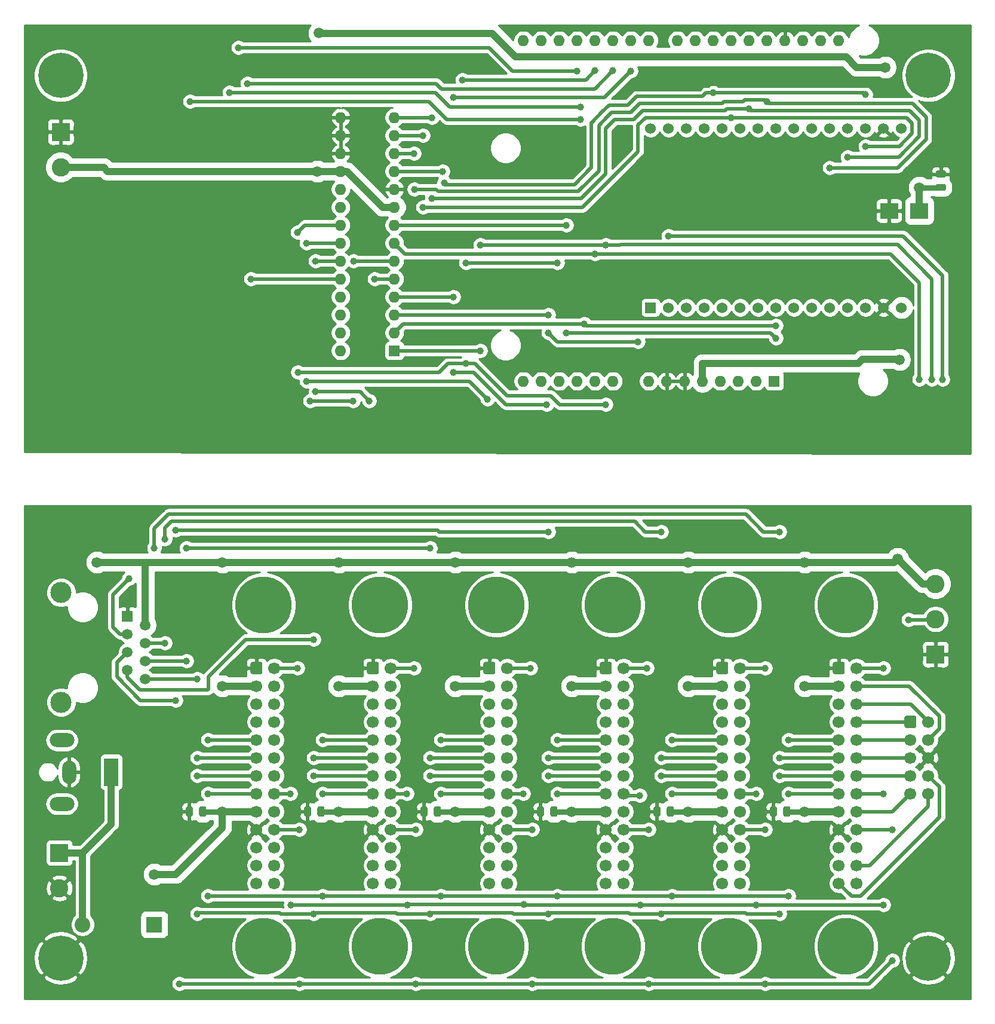
<source format=gbr>
%TF.GenerationSoftware,KiCad,Pcbnew,(5.1.8)-1*%
%TF.CreationDate,2020-12-05T14:01:19+04:00*%
%TF.ProjectId,6dof_controller,36646f66-5f63-46f6-9e74-726f6c6c6572,ver 1.0*%
%TF.SameCoordinates,Original*%
%TF.FileFunction,Copper,L2,Bot*%
%TF.FilePolarity,Positive*%
%FSLAX46Y46*%
G04 Gerber Fmt 4.6, Leading zero omitted, Abs format (unit mm)*
G04 Created by KiCad (PCBNEW (5.1.8)-1) date 2020-12-05 14:01:19*
%MOMM*%
%LPD*%
G01*
G04 APERTURE LIST*
%TA.AperFunction,ComponentPad*%
%ADD10O,3.500000X2.000000*%
%TD*%
%TA.AperFunction,ComponentPad*%
%ADD11O,2.000000X3.300000*%
%TD*%
%TA.AperFunction,ComponentPad*%
%ADD12R,2.000000X4.000000*%
%TD*%
%TA.AperFunction,ComponentPad*%
%ADD13C,2.600000*%
%TD*%
%TA.AperFunction,ComponentPad*%
%ADD14R,2.600000X2.600000*%
%TD*%
%TA.AperFunction,ComponentPad*%
%ADD15O,1.600000X1.600000*%
%TD*%
%TA.AperFunction,ComponentPad*%
%ADD16R,1.600000X1.600000*%
%TD*%
%TA.AperFunction,ComponentPad*%
%ADD17C,1.700000*%
%TD*%
%TA.AperFunction,ComponentPad*%
%ADD18C,1.524000*%
%TD*%
%TA.AperFunction,ComponentPad*%
%ADD19R,1.524000X1.524000*%
%TD*%
%TA.AperFunction,SMDPad,CuDef*%
%ADD20R,2.500000X2.300000*%
%TD*%
%TA.AperFunction,ComponentPad*%
%ADD21R,2.200000X2.200000*%
%TD*%
%TA.AperFunction,ComponentPad*%
%ADD22O,2.200000X2.200000*%
%TD*%
%TA.AperFunction,ComponentPad*%
%ADD23C,6.400000*%
%TD*%
%TA.AperFunction,ComponentPad*%
%ADD24C,3.000000*%
%TD*%
%TA.AperFunction,ComponentPad*%
%ADD25C,1.500000*%
%TD*%
%TA.AperFunction,ComponentPad*%
%ADD26R,1.500000X1.500000*%
%TD*%
%TA.AperFunction,ComponentPad*%
%ADD27C,8.000000*%
%TD*%
%TA.AperFunction,ViaPad*%
%ADD28C,1.500000*%
%TD*%
%TA.AperFunction,ViaPad*%
%ADD29C,1.000000*%
%TD*%
%TA.AperFunction,Conductor*%
%ADD30C,1.000000*%
%TD*%
%TA.AperFunction,Conductor*%
%ADD31C,0.800000*%
%TD*%
%TA.AperFunction,Conductor*%
%ADD32C,0.500000*%
%TD*%
%TA.AperFunction,Conductor*%
%ADD33C,0.254000*%
%TD*%
%TA.AperFunction,Conductor*%
%ADD34C,0.100000*%
%TD*%
G04 APERTURE END LIST*
D10*
%TO.P,J2,MP*%
%TO.N,N/C*%
X115174000Y-126166000D03*
X115174000Y-117166000D03*
D11*
%TO.P,J2,2*%
%TO.N,COM*%
X116174000Y-121666000D03*
D12*
%TO.P,J2,1*%
%TO.N,Net-(\u002AJ1-Pad1)*%
X122174000Y-121666000D03*
%TD*%
%TO.P,C14,2*%
%TO.N,COM*%
%TA.AperFunction,SMDPad,CuDef*%
G36*
G01*
X200022000Y-126779000D02*
X200022000Y-127729000D01*
G75*
G02*
X199772000Y-127979000I-250000J0D01*
G01*
X199272000Y-127979000D01*
G75*
G02*
X199022000Y-127729000I0J250000D01*
G01*
X199022000Y-126779000D01*
G75*
G02*
X199272000Y-126529000I250000J0D01*
G01*
X199772000Y-126529000D01*
G75*
G02*
X200022000Y-126779000I0J-250000D01*
G01*
G37*
%TD.AperFunction*%
%TO.P,C14,1*%
%TO.N,DC12*%
%TA.AperFunction,SMDPad,CuDef*%
G36*
G01*
X201922000Y-126779000D02*
X201922000Y-127729000D01*
G75*
G02*
X201672000Y-127979000I-250000J0D01*
G01*
X201172000Y-127979000D01*
G75*
G02*
X200922000Y-127729000I0J250000D01*
G01*
X200922000Y-126779000D01*
G75*
G02*
X201172000Y-126529000I250000J0D01*
G01*
X201672000Y-126529000D01*
G75*
G02*
X201922000Y-126779000I0J-250000D01*
G01*
G37*
%TD.AperFunction*%
%TD*%
%TO.P,C12,2*%
%TO.N,COM*%
%TA.AperFunction,SMDPad,CuDef*%
G36*
G01*
X216532000Y-126779000D02*
X216532000Y-127729000D01*
G75*
G02*
X216282000Y-127979000I-250000J0D01*
G01*
X215782000Y-127979000D01*
G75*
G02*
X215532000Y-127729000I0J250000D01*
G01*
X215532000Y-126779000D01*
G75*
G02*
X215782000Y-126529000I250000J0D01*
G01*
X216282000Y-126529000D01*
G75*
G02*
X216532000Y-126779000I0J-250000D01*
G01*
G37*
%TD.AperFunction*%
%TO.P,C12,1*%
%TO.N,DC12*%
%TA.AperFunction,SMDPad,CuDef*%
G36*
G01*
X218432000Y-126779000D02*
X218432000Y-127729000D01*
G75*
G02*
X218182000Y-127979000I-250000J0D01*
G01*
X217682000Y-127979000D01*
G75*
G02*
X217432000Y-127729000I0J250000D01*
G01*
X217432000Y-126779000D01*
G75*
G02*
X217682000Y-126529000I250000J0D01*
G01*
X218182000Y-126529000D01*
G75*
G02*
X218432000Y-126779000I0J-250000D01*
G01*
G37*
%TD.AperFunction*%
%TD*%
%TO.P,C10,2*%
%TO.N,COM*%
%TA.AperFunction,SMDPad,CuDef*%
G36*
G01*
X183512000Y-126779000D02*
X183512000Y-127729000D01*
G75*
G02*
X183262000Y-127979000I-250000J0D01*
G01*
X182762000Y-127979000D01*
G75*
G02*
X182512000Y-127729000I0J250000D01*
G01*
X182512000Y-126779000D01*
G75*
G02*
X182762000Y-126529000I250000J0D01*
G01*
X183262000Y-126529000D01*
G75*
G02*
X183512000Y-126779000I0J-250000D01*
G01*
G37*
%TD.AperFunction*%
%TO.P,C10,1*%
%TO.N,DC12*%
%TA.AperFunction,SMDPad,CuDef*%
G36*
G01*
X185412000Y-126779000D02*
X185412000Y-127729000D01*
G75*
G02*
X185162000Y-127979000I-250000J0D01*
G01*
X184662000Y-127979000D01*
G75*
G02*
X184412000Y-127729000I0J250000D01*
G01*
X184412000Y-126779000D01*
G75*
G02*
X184662000Y-126529000I250000J0D01*
G01*
X185162000Y-126529000D01*
G75*
G02*
X185412000Y-126779000I0J-250000D01*
G01*
G37*
%TD.AperFunction*%
%TD*%
%TO.P,C8,2*%
%TO.N,COM*%
%TA.AperFunction,SMDPad,CuDef*%
G36*
G01*
X150492000Y-126779000D02*
X150492000Y-127729000D01*
G75*
G02*
X150242000Y-127979000I-250000J0D01*
G01*
X149742000Y-127979000D01*
G75*
G02*
X149492000Y-127729000I0J250000D01*
G01*
X149492000Y-126779000D01*
G75*
G02*
X149742000Y-126529000I250000J0D01*
G01*
X150242000Y-126529000D01*
G75*
G02*
X150492000Y-126779000I0J-250000D01*
G01*
G37*
%TD.AperFunction*%
%TO.P,C8,1*%
%TO.N,DC12*%
%TA.AperFunction,SMDPad,CuDef*%
G36*
G01*
X152392000Y-126779000D02*
X152392000Y-127729000D01*
G75*
G02*
X152142000Y-127979000I-250000J0D01*
G01*
X151642000Y-127979000D01*
G75*
G02*
X151392000Y-127729000I0J250000D01*
G01*
X151392000Y-126779000D01*
G75*
G02*
X151642000Y-126529000I250000J0D01*
G01*
X152142000Y-126529000D01*
G75*
G02*
X152392000Y-126779000I0J-250000D01*
G01*
G37*
%TD.AperFunction*%
%TD*%
%TO.P,C6,2*%
%TO.N,COM*%
%TA.AperFunction,SMDPad,CuDef*%
G36*
G01*
X167002000Y-126779000D02*
X167002000Y-127729000D01*
G75*
G02*
X166752000Y-127979000I-250000J0D01*
G01*
X166252000Y-127979000D01*
G75*
G02*
X166002000Y-127729000I0J250000D01*
G01*
X166002000Y-126779000D01*
G75*
G02*
X166252000Y-126529000I250000J0D01*
G01*
X166752000Y-126529000D01*
G75*
G02*
X167002000Y-126779000I0J-250000D01*
G01*
G37*
%TD.AperFunction*%
%TO.P,C6,1*%
%TO.N,DC12*%
%TA.AperFunction,SMDPad,CuDef*%
G36*
G01*
X168902000Y-126779000D02*
X168902000Y-127729000D01*
G75*
G02*
X168652000Y-127979000I-250000J0D01*
G01*
X168152000Y-127979000D01*
G75*
G02*
X167902000Y-127729000I0J250000D01*
G01*
X167902000Y-126779000D01*
G75*
G02*
X168152000Y-126529000I250000J0D01*
G01*
X168652000Y-126529000D01*
G75*
G02*
X168902000Y-126779000I0J-250000D01*
G01*
G37*
%TD.AperFunction*%
%TD*%
%TO.P,C4,2*%
%TO.N,COM*%
%TA.AperFunction,SMDPad,CuDef*%
G36*
G01*
X133728000Y-126779000D02*
X133728000Y-127729000D01*
G75*
G02*
X133478000Y-127979000I-250000J0D01*
G01*
X132978000Y-127979000D01*
G75*
G02*
X132728000Y-127729000I0J250000D01*
G01*
X132728000Y-126779000D01*
G75*
G02*
X132978000Y-126529000I250000J0D01*
G01*
X133478000Y-126529000D01*
G75*
G02*
X133728000Y-126779000I0J-250000D01*
G01*
G37*
%TD.AperFunction*%
%TO.P,C4,1*%
%TO.N,DC12*%
%TA.AperFunction,SMDPad,CuDef*%
G36*
G01*
X135628000Y-126779000D02*
X135628000Y-127729000D01*
G75*
G02*
X135378000Y-127979000I-250000J0D01*
G01*
X134878000Y-127979000D01*
G75*
G02*
X134628000Y-127729000I0J250000D01*
G01*
X134628000Y-126779000D01*
G75*
G02*
X134878000Y-126529000I250000J0D01*
G01*
X135378000Y-126529000D01*
G75*
G02*
X135628000Y-126779000I0J-250000D01*
G01*
G37*
%TD.AperFunction*%
%TD*%
%TO.P,C16,2*%
%TO.N,Earth_Protective*%
%TA.AperFunction,SMDPad,CuDef*%
G36*
G01*
X240251000Y-37462000D02*
X239301000Y-37462000D01*
G75*
G02*
X239051000Y-37212000I0J250000D01*
G01*
X239051000Y-36712000D01*
G75*
G02*
X239301000Y-36462000I250000J0D01*
G01*
X240251000Y-36462000D01*
G75*
G02*
X240501000Y-36712000I0J-250000D01*
G01*
X240501000Y-37212000D01*
G75*
G02*
X240251000Y-37462000I-250000J0D01*
G01*
G37*
%TD.AperFunction*%
%TO.P,C16,1*%
%TO.N,5V*%
%TA.AperFunction,SMDPad,CuDef*%
G36*
G01*
X240251000Y-39362000D02*
X239301000Y-39362000D01*
G75*
G02*
X239051000Y-39112000I0J250000D01*
G01*
X239051000Y-38612000D01*
G75*
G02*
X239301000Y-38362000I250000J0D01*
G01*
X240251000Y-38362000D01*
G75*
G02*
X240501000Y-38612000I0J-250000D01*
G01*
X240501000Y-39112000D01*
G75*
G02*
X240251000Y-39362000I-250000J0D01*
G01*
G37*
%TD.AperFunction*%
%TD*%
D13*
%TO.P,\u002AJ2,2*%
%TO.N,5V*%
X115000000Y-36000000D03*
D14*
%TO.P,\u002AJ2,1*%
%TO.N,Earth_Protective*%
X115000000Y-31000000D03*
%TD*%
D15*
%TO.P,\u002AXA1,16*%
%TO.N,N/C*%
X183134000Y-18034000D03*
%TO.P,\u002AXA1,15*%
X180594000Y-18034000D03*
%TO.P,\u002AXA1,30*%
X220214000Y-18034000D03*
%TO.P,\u002AXA1,14*%
%TO.N,Net-(\u002AXA1-Pad14)*%
X180594000Y-66294000D03*
%TO.P,\u002AXA1,29*%
%TO.N,Earth_Protective*%
X217674000Y-18034000D03*
%TO.P,\u002AXA1,13*%
%TO.N,Net-(\u002AXA1-Pad13)*%
X183134000Y-66294000D03*
%TO.P,\u002AXA1,28*%
%TO.N,SCK*%
X215134000Y-18034000D03*
%TO.P,\u002AXA1,12*%
%TO.N,Net-(\u002AXA1-Pad12)*%
X185674000Y-66294000D03*
%TO.P,\u002AXA1,27*%
%TO.N,SO*%
X212594000Y-18034000D03*
%TO.P,\u002AXA1,11*%
%TO.N,Net-(\u002AXA1-Pad11)*%
X188214000Y-66294000D03*
%TO.P,\u002AXA1,26*%
%TO.N,SI*%
X210054000Y-18034000D03*
%TO.P,\u002AXA1,10*%
%TO.N,Net-(\u002AXA1-Pad10)*%
X190754000Y-66294000D03*
%TO.P,\u002AXA1,25*%
%TO.N,CS0*%
X207514000Y-18034000D03*
%TO.P,\u002AXA1,9*%
%TO.N,Net-(\u002AXA1-Pad9)*%
X193294000Y-66294000D03*
%TO.P,\u002AXA1,24*%
%TO.N,Net-(\u002AXA1-Pad24)*%
X204974000Y-18034000D03*
%TO.P,\u002AXA1,8*%
%TO.N,N/C*%
X198374000Y-66294000D03*
%TO.P,\u002AXA1,23*%
%TO.N,Net-(\u002AXA1-Pad23)*%
X202434000Y-18034000D03*
%TO.P,\u002AXA1,7*%
%TO.N,Earth_Protective*%
X200914000Y-66294000D03*
%TO.P,\u002AXA1,22*%
%TO.N,Net-(\u002AXA1-Pad22)*%
X198374000Y-18034000D03*
%TO.P,\u002AXA1,6*%
%TO.N,Earth_Protective*%
X203454000Y-66294000D03*
%TO.P,\u002AXA1,21*%
%TO.N,Net-(\u002AXA1-Pad21)*%
X195834000Y-18034000D03*
%TO.P,\u002AXA1,5*%
%TO.N,5V*%
X205994000Y-66294000D03*
%TO.P,\u002AXA1,20*%
%TO.N,Net-(\u002AXA1-Pad20)*%
X193294000Y-18034000D03*
%TO.P,\u002AXA1,4*%
%TO.N,N/C*%
X208534000Y-66294000D03*
%TO.P,\u002AXA1,19*%
%TO.N,Net-(\u002AXA1-Pad19)*%
X190754000Y-18034000D03*
%TO.P,\u002AXA1,3*%
%TO.N,N/C*%
X211074000Y-66294000D03*
%TO.P,\u002AXA1,18*%
%TO.N,Net-(\u002AXA1-Pad18)*%
X188214000Y-18034000D03*
%TO.P,\u002AXA1,2*%
%TO.N,N/C*%
X213614000Y-66294000D03*
%TO.P,\u002AXA1,17*%
%TO.N,Net-(\u002AXA1-Pad17)*%
X185674000Y-18034000D03*
D16*
%TO.P,\u002AXA1,1*%
%TO.N,N/C*%
X216154000Y-66294000D03*
D15*
%TO.P,\u002AXA1,31*%
X222754000Y-18034000D03*
%TO.P,\u002AXA1,32*%
X225294000Y-18034000D03*
%TD*%
%TO.P,U2,28*%
%TO.N,N/C*%
X154686000Y-61976000D03*
%TO.P,U2,14*%
%TO.N,SO*%
X162306000Y-28956000D03*
%TO.P,U2,27*%
%TO.N,N/C*%
X154686000Y-59436000D03*
%TO.P,U2,13*%
%TO.N,SI*%
X162306000Y-31496000D03*
%TO.P,U2,26*%
%TO.N,N/C*%
X154686000Y-56896000D03*
%TO.P,U2,12*%
%TO.N,SCK*%
X162306000Y-34036000D03*
%TO.P,U2,25*%
%TO.N,N/C*%
X154686000Y-54356000D03*
%TO.P,U2,11*%
%TO.N,CS0*%
X162306000Y-36576000D03*
%TO.P,U2,24*%
%TO.N,/DirM6*%
X154686000Y-51816000D03*
%TO.P,U2,10*%
%TO.N,Earth_Protective*%
X162306000Y-39116000D03*
%TO.P,U2,23*%
%TO.N,/DirM5*%
X154686000Y-49276000D03*
%TO.P,U2,9*%
%TO.N,5V*%
X162306000Y-41656000D03*
%TO.P,U2,22*%
%TO.N,/DirM4*%
X154686000Y-46736000D03*
%TO.P,U2,8*%
%TO.N,/DirM2*%
X162306000Y-44196000D03*
%TO.P,U2,21*%
%TO.N,/DirM3*%
X154686000Y-44196000D03*
%TO.P,U2,7*%
%TO.N,/DirM1*%
X162306000Y-46736000D03*
%TO.P,U2,20*%
%TO.N,N/C*%
X154686000Y-41656000D03*
%TO.P,U2,6*%
%TO.N,/StepM6*%
X162306000Y-49276000D03*
%TO.P,U2,19*%
%TO.N,N/C*%
X154686000Y-39116000D03*
%TO.P,U2,5*%
%TO.N,/StepM5*%
X162306000Y-51816000D03*
%TO.P,U2,18*%
%TO.N,5V*%
X154686000Y-36576000D03*
%TO.P,U2,4*%
%TO.N,/StepM4*%
X162306000Y-54356000D03*
%TO.P,U2,17*%
%TO.N,Earth_Protective*%
X154686000Y-34036000D03*
%TO.P,U2,3*%
%TO.N,/StepM3*%
X162306000Y-56896000D03*
%TO.P,U2,16*%
%TO.N,Earth_Protective*%
X154686000Y-31496000D03*
%TO.P,U2,2*%
%TO.N,/StepM2*%
X162306000Y-59436000D03*
%TO.P,U2,15*%
%TO.N,Earth_Protective*%
X154686000Y-28956000D03*
D16*
%TO.P,U2,1*%
%TO.N,/StepM1*%
X162306000Y-61976000D03*
%TD*%
%TO.P,\u002AJ3,1*%
%TO.N,Net-(\u002AJ3-Pad1)*%
%TA.AperFunction,ComponentPad*%
G36*
G01*
X234608000Y-115154000D02*
X234608000Y-113954000D01*
G75*
G02*
X234858000Y-113704000I250000J0D01*
G01*
X236058000Y-113704000D01*
G75*
G02*
X236308000Y-113954000I0J-250000D01*
G01*
X236308000Y-115154000D01*
G75*
G02*
X236058000Y-115404000I-250000J0D01*
G01*
X234858000Y-115404000D01*
G75*
G02*
X234608000Y-115154000I0J250000D01*
G01*
G37*
%TD.AperFunction*%
D17*
%TO.P,\u002AJ3,3*%
%TO.N,Net-(\u002AJ3-Pad3)*%
X235458000Y-117094000D03*
%TO.P,\u002AJ3,5*%
%TO.N,Net-(\u002AJ3-Pad5)*%
X235458000Y-119634000D03*
%TO.P,\u002AJ3,7*%
%TO.N,Net-(\u002AJ3-Pad7)*%
X235458000Y-122174000D03*
%TO.P,\u002AJ3,9*%
%TO.N,Net-(\u002AJ3-Pad9)*%
X235458000Y-124714000D03*
%TO.P,\u002AJ3,2*%
%TO.N,Net-(\u002AJ3-Pad2)*%
X237998000Y-114554000D03*
%TO.P,\u002AJ3,4*%
%TO.N,Net-(\u002AJ3-Pad4)*%
X237998000Y-117094000D03*
%TO.P,\u002AJ3,6*%
%TO.N,COM*%
X237998000Y-119634000D03*
%TO.P,\u002AJ3,8*%
%TO.N,Net-(\u002AJ3-Pad8)*%
X237998000Y-122174000D03*
%TO.P,\u002AJ3,10*%
%TO.N,Net-(\u002AJ3-Pad10)*%
X237998000Y-124714000D03*
%TD*%
D18*
%TO.P,U1,30*%
%TO.N,SigOut2IN*%
X198628000Y-30480000D03*
%TO.P,U1,29*%
%TO.N,BTN1IN*%
X201168000Y-30480000D03*
%TO.P,U1,28*%
%TO.N,N/C*%
X203708000Y-30480000D03*
%TO.P,U1,27*%
X206248000Y-30480000D03*
%TO.P,U1,26*%
X208788000Y-30480000D03*
%TO.P,U1,25*%
X211328000Y-30480000D03*
%TO.P,U1,24*%
X213868000Y-30480000D03*
%TO.P,U1,23*%
X216408000Y-30480000D03*
%TO.P,U1,22*%
X218948000Y-30480000D03*
%TO.P,U1,21*%
X221488000Y-30480000D03*
%TO.P,U1,20*%
X224028000Y-30480000D03*
%TO.P,U1,19*%
X226568000Y-30480000D03*
%TO.P,U1,18*%
%TO.N,CS0*%
X229108000Y-30480000D03*
%TO.P,U1,17*%
%TO.N,Earth_Protective*%
X231648000Y-30480000D03*
%TO.P,U1,16*%
%TO.N,N/C*%
X234188000Y-30480000D03*
%TO.P,U1,15*%
%TO.N,5V*%
X234188000Y-55880000D03*
%TO.P,U1,14*%
%TO.N,Earth_Protective*%
X231648000Y-55880000D03*
%TO.P,U1,13*%
%TO.N,SI*%
X229108000Y-55880000D03*
%TO.P,U1,12*%
%TO.N,SO*%
X226568000Y-55880000D03*
%TO.P,U1,11*%
%TO.N,SCK*%
X224028000Y-55880000D03*
%TO.P,U1,10*%
%TO.N,N/C*%
X221488000Y-55880000D03*
%TO.P,U1,9*%
X218948000Y-55880000D03*
%TO.P,U1,8*%
X216408000Y-55880000D03*
%TO.P,U1,7*%
X213868000Y-55880000D03*
%TO.P,U1,6*%
X211328000Y-55880000D03*
%TO.P,U1,5*%
X208788000Y-55880000D03*
%TO.P,U1,4*%
X206248000Y-55880000D03*
%TO.P,U1,3*%
X203708000Y-55880000D03*
%TO.P,U1,2*%
X201168000Y-55880000D03*
D19*
%TO.P,U1,1*%
X198628000Y-55880000D03*
%TD*%
D20*
%TO.P,\u002AD3,1*%
%TO.N,5V*%
X236728000Y-42164000D03*
%TO.P,\u002AD3,2*%
%TO.N,Earth_Protective*%
X232428000Y-42164000D03*
%TD*%
D21*
%TO.P,D1,1*%
%TO.N,DC12*%
X128270000Y-143256000D03*
D22*
%TO.P,D1,2*%
%TO.N,Net-(\u002AJ1-Pad1)*%
X118110000Y-143256000D03*
%TD*%
D23*
%TO.P,H1,1*%
%TO.N,N/C*%
X238000000Y-23000000D03*
%TD*%
%TO.P,H2,1*%
%TO.N,N/C*%
X115000000Y-23000000D03*
%TD*%
%TO.P,H3,1*%
%TO.N,COM*%
X238000000Y-148000000D03*
%TD*%
%TO.P,H4,1*%
%TO.N,COM*%
X115000000Y-148000000D03*
%TD*%
D14*
%TO.P,J1,1*%
%TO.N,COM*%
X239014000Y-104996000D03*
D13*
%TO.P,J1,2*%
%TO.N,Net-(\u002AD1-Pad2)*%
X239014000Y-99996000D03*
%TO.P,J1,3*%
%TO.N,DC12*%
X239014000Y-94996000D03*
%TD*%
D14*
%TO.P,\u002AJ1,1*%
%TO.N,Net-(\u002AJ1-Pad1)*%
X114808000Y-133096000D03*
D13*
%TO.P,\u002AJ1,2*%
%TO.N,COM*%
X114808000Y-138096000D03*
%TD*%
D24*
%TO.P,J3,SH*%
%TO.N,N/C*%
X115060000Y-111783000D03*
D25*
%TO.P,J3,3*%
%TO.N,SigIn1M1*%
X124460000Y-102108000D03*
%TO.P,J3,5*%
%TO.N,SigIn1M3*%
X124460000Y-104648000D03*
%TO.P,J3,4*%
%TO.N,SigIn1M2*%
X127000000Y-103378000D03*
%TO.P,J3,7*%
%TO.N,SigIn1M5*%
X124460000Y-107188000D03*
D26*
%TO.P,J3,1*%
%TO.N,COM*%
X124460000Y-99568000D03*
D25*
%TO.P,J3,2*%
%TO.N,DC12*%
X127000000Y-100838000D03*
D24*
%TO.P,J3,SH*%
%TO.N,N/C*%
X115060000Y-96243000D03*
D25*
%TO.P,J3,8*%
%TO.N,SigIn1M6*%
X127000000Y-108458000D03*
%TO.P,J3,6*%
%TO.N,SigIn1M4*%
X127000000Y-105918000D03*
%TD*%
D27*
%TO.P,J4,MP*%
%TO.N,N/C*%
X226318000Y-146354000D03*
X226318000Y-97994000D03*
D17*
%TO.P,J4,26*%
X227838000Y-137414000D03*
%TO.P,J4,24*%
%TO.N,Net-(\u002AJ3-Pad10)*%
X227838000Y-134874000D03*
%TO.P,J4,22*%
%TO.N,N/C*%
X227838000Y-132334000D03*
%TO.P,J4,20*%
%TO.N,SigOut2*%
X227838000Y-129794000D03*
%TO.P,J4,18*%
%TO.N,Net-(\u002AJ3-Pad9)*%
X227838000Y-127254000D03*
%TO.P,J4,16*%
%TO.N,SigIn3*%
X227838000Y-124714000D03*
%TO.P,J4,14*%
%TO.N,Net-(\u002AJ3-Pad7)*%
X227838000Y-122174000D03*
%TO.P,J4,12*%
%TO.N,Net-(\u002AJ3-Pad5)*%
X227838000Y-119634000D03*
%TO.P,J4,10*%
%TO.N,Net-(\u002AJ3-Pad3)*%
X227838000Y-117094000D03*
%TO.P,J4,8*%
%TO.N,Net-(\u002AJ3-Pad1)*%
X227838000Y-114554000D03*
%TO.P,J4,6*%
%TO.N,Net-(\u002AJ3-Pad2)*%
X227838000Y-112014000D03*
%TO.P,J4,4*%
%TO.N,Net-(\u002AJ3-Pad4)*%
X227838000Y-109474000D03*
%TO.P,J4,2*%
%TO.N,SM1*%
X227838000Y-106934000D03*
%TO.P,J4,25*%
%TO.N,Net-(\u002AJ3-Pad8)*%
X225298000Y-137414000D03*
%TO.P,J4,23*%
%TO.N,N/C*%
X225298000Y-134874000D03*
%TO.P,J4,21*%
X225298000Y-132334000D03*
%TO.P,J4,19*%
%TO.N,COM*%
X225298000Y-129794000D03*
%TO.P,J4,17*%
%TO.N,DC12*%
X225298000Y-127254000D03*
%TO.P,J4,15*%
%TO.N,SigIn4*%
X225298000Y-124714000D03*
%TO.P,J4,13*%
%TO.N,SigIn2*%
X225298000Y-122174000D03*
%TO.P,J4,11*%
%TO.N,SigIn1M1*%
X225298000Y-119634000D03*
%TO.P,J4,9*%
%TO.N,DM1*%
X225298000Y-117094000D03*
%TO.P,J4,7*%
%TO.N,N/C*%
X225298000Y-114554000D03*
%TO.P,J4,5*%
X225298000Y-112014000D03*
%TO.P,J4,3*%
%TO.N,DC12*%
X225298000Y-109474000D03*
%TO.P,J4,1*%
%TO.N,COM*%
%TA.AperFunction,ComponentPad*%
G36*
G01*
X224448000Y-107534000D02*
X224448000Y-106334000D01*
G75*
G02*
X224698000Y-106084000I250000J0D01*
G01*
X225898000Y-106084000D01*
G75*
G02*
X226148000Y-106334000I0J-250000D01*
G01*
X226148000Y-107534000D01*
G75*
G02*
X225898000Y-107784000I-250000J0D01*
G01*
X224698000Y-107784000D01*
G75*
G02*
X224448000Y-107534000I0J250000D01*
G01*
G37*
%TD.AperFunction*%
%TD*%
%TO.P,J7,1*%
%TO.N,COM*%
%TA.AperFunction,ComponentPad*%
G36*
G01*
X207938000Y-107534000D02*
X207938000Y-106334000D01*
G75*
G02*
X208188000Y-106084000I250000J0D01*
G01*
X209388000Y-106084000D01*
G75*
G02*
X209638000Y-106334000I0J-250000D01*
G01*
X209638000Y-107534000D01*
G75*
G02*
X209388000Y-107784000I-250000J0D01*
G01*
X208188000Y-107784000D01*
G75*
G02*
X207938000Y-107534000I0J250000D01*
G01*
G37*
%TD.AperFunction*%
%TO.P,J7,3*%
%TO.N,DC12*%
X208788000Y-109474000D03*
%TO.P,J7,5*%
%TO.N,N/C*%
X208788000Y-112014000D03*
%TO.P,J7,7*%
X208788000Y-114554000D03*
%TO.P,J7,9*%
%TO.N,DM2*%
X208788000Y-117094000D03*
%TO.P,J7,11*%
%TO.N,SigIn1M2*%
X208788000Y-119634000D03*
%TO.P,J7,13*%
%TO.N,SigIn2*%
X208788000Y-122174000D03*
%TO.P,J7,15*%
%TO.N,SigIn4*%
X208788000Y-124714000D03*
%TO.P,J7,17*%
%TO.N,DC12*%
X208788000Y-127254000D03*
%TO.P,J7,19*%
%TO.N,COM*%
X208788000Y-129794000D03*
%TO.P,J7,21*%
%TO.N,N/C*%
X208788000Y-132334000D03*
%TO.P,J7,23*%
X208788000Y-134874000D03*
%TO.P,J7,25*%
X208788000Y-137414000D03*
%TO.P,J7,2*%
%TO.N,SM2*%
X211328000Y-106934000D03*
%TO.P,J7,4*%
%TO.N,N/C*%
X211328000Y-109474000D03*
%TO.P,J7,6*%
X211328000Y-112014000D03*
%TO.P,J7,8*%
X211328000Y-114554000D03*
%TO.P,J7,10*%
X211328000Y-117094000D03*
%TO.P,J7,12*%
X211328000Y-119634000D03*
%TO.P,J7,14*%
X211328000Y-122174000D03*
%TO.P,J7,16*%
%TO.N,SigIn3*%
X211328000Y-124714000D03*
%TO.P,J7,18*%
%TO.N,N/C*%
X211328000Y-127254000D03*
%TO.P,J7,20*%
%TO.N,SigOut2*%
X211328000Y-129794000D03*
%TO.P,J7,22*%
%TO.N,N/C*%
X211328000Y-132334000D03*
%TO.P,J7,24*%
X211328000Y-134874000D03*
%TO.P,J7,26*%
X211328000Y-137414000D03*
D27*
%TO.P,J7,MP*%
X209808000Y-97994000D03*
X209808000Y-146354000D03*
%TD*%
%TO.P,J5,MP*%
%TO.N,N/C*%
X193298000Y-146354000D03*
X193298000Y-97994000D03*
D17*
%TO.P,J5,26*%
X194818000Y-137414000D03*
%TO.P,J5,24*%
X194818000Y-134874000D03*
%TO.P,J5,22*%
X194818000Y-132334000D03*
%TO.P,J5,20*%
%TO.N,SigOut2*%
X194818000Y-129794000D03*
%TO.P,J5,18*%
%TO.N,N/C*%
X194818000Y-127254000D03*
%TO.P,J5,16*%
%TO.N,SigIn3*%
X194818000Y-124714000D03*
%TO.P,J5,14*%
%TO.N,N/C*%
X194818000Y-122174000D03*
%TO.P,J5,12*%
X194818000Y-119634000D03*
%TO.P,J5,10*%
X194818000Y-117094000D03*
%TO.P,J5,8*%
X194818000Y-114554000D03*
%TO.P,J5,6*%
X194818000Y-112014000D03*
%TO.P,J5,4*%
X194818000Y-109474000D03*
%TO.P,J5,2*%
%TO.N,SM3*%
X194818000Y-106934000D03*
%TO.P,J5,25*%
%TO.N,N/C*%
X192278000Y-137414000D03*
%TO.P,J5,23*%
X192278000Y-134874000D03*
%TO.P,J5,21*%
X192278000Y-132334000D03*
%TO.P,J5,19*%
%TO.N,COM*%
X192278000Y-129794000D03*
%TO.P,J5,17*%
%TO.N,DC12*%
X192278000Y-127254000D03*
%TO.P,J5,15*%
%TO.N,SigIn4*%
X192278000Y-124714000D03*
%TO.P,J5,13*%
%TO.N,SigIn2*%
X192278000Y-122174000D03*
%TO.P,J5,11*%
%TO.N,SigIn1M3*%
X192278000Y-119634000D03*
%TO.P,J5,9*%
%TO.N,DM3*%
X192278000Y-117094000D03*
%TO.P,J5,7*%
%TO.N,N/C*%
X192278000Y-114554000D03*
%TO.P,J5,5*%
X192278000Y-112014000D03*
%TO.P,J5,3*%
%TO.N,DC12*%
X192278000Y-109474000D03*
%TO.P,J5,1*%
%TO.N,COM*%
%TA.AperFunction,ComponentPad*%
G36*
G01*
X191428000Y-107534000D02*
X191428000Y-106334000D01*
G75*
G02*
X191678000Y-106084000I250000J0D01*
G01*
X192878000Y-106084000D01*
G75*
G02*
X193128000Y-106334000I0J-250000D01*
G01*
X193128000Y-107534000D01*
G75*
G02*
X192878000Y-107784000I-250000J0D01*
G01*
X191678000Y-107784000D01*
G75*
G02*
X191428000Y-107534000I0J250000D01*
G01*
G37*
%TD.AperFunction*%
%TD*%
D27*
%TO.P,J8,MP*%
%TO.N,N/C*%
X176788000Y-146354000D03*
X176788000Y-97994000D03*
D17*
%TO.P,J8,26*%
X178308000Y-137414000D03*
%TO.P,J8,24*%
X178308000Y-134874000D03*
%TO.P,J8,22*%
X178308000Y-132334000D03*
%TO.P,J8,20*%
%TO.N,SigOut2*%
X178308000Y-129794000D03*
%TO.P,J8,18*%
%TO.N,N/C*%
X178308000Y-127254000D03*
%TO.P,J8,16*%
%TO.N,SigIn3*%
X178308000Y-124714000D03*
%TO.P,J8,14*%
%TO.N,N/C*%
X178308000Y-122174000D03*
%TO.P,J8,12*%
X178308000Y-119634000D03*
%TO.P,J8,10*%
X178308000Y-117094000D03*
%TO.P,J8,8*%
X178308000Y-114554000D03*
%TO.P,J8,6*%
X178308000Y-112014000D03*
%TO.P,J8,4*%
X178308000Y-109474000D03*
%TO.P,J8,2*%
%TO.N,SM4*%
X178308000Y-106934000D03*
%TO.P,J8,25*%
%TO.N,N/C*%
X175768000Y-137414000D03*
%TO.P,J8,23*%
X175768000Y-134874000D03*
%TO.P,J8,21*%
X175768000Y-132334000D03*
%TO.P,J8,19*%
%TO.N,COM*%
X175768000Y-129794000D03*
%TO.P,J8,17*%
%TO.N,DC12*%
X175768000Y-127254000D03*
%TO.P,J8,15*%
%TO.N,SigIn4*%
X175768000Y-124714000D03*
%TO.P,J8,13*%
%TO.N,SigIn2*%
X175768000Y-122174000D03*
%TO.P,J8,11*%
%TO.N,SigIn1M4*%
X175768000Y-119634000D03*
%TO.P,J8,9*%
%TO.N,DM4*%
X175768000Y-117094000D03*
%TO.P,J8,7*%
%TO.N,N/C*%
X175768000Y-114554000D03*
%TO.P,J8,5*%
X175768000Y-112014000D03*
%TO.P,J8,3*%
%TO.N,DC12*%
X175768000Y-109474000D03*
%TO.P,J8,1*%
%TO.N,COM*%
%TA.AperFunction,ComponentPad*%
G36*
G01*
X174918000Y-107534000D02*
X174918000Y-106334000D01*
G75*
G02*
X175168000Y-106084000I250000J0D01*
G01*
X176368000Y-106084000D01*
G75*
G02*
X176618000Y-106334000I0J-250000D01*
G01*
X176618000Y-107534000D01*
G75*
G02*
X176368000Y-107784000I-250000J0D01*
G01*
X175168000Y-107784000D01*
G75*
G02*
X174918000Y-107534000I0J250000D01*
G01*
G37*
%TD.AperFunction*%
%TD*%
%TO.P,J6,1*%
%TO.N,COM*%
%TA.AperFunction,ComponentPad*%
G36*
G01*
X158408000Y-107534000D02*
X158408000Y-106334000D01*
G75*
G02*
X158658000Y-106084000I250000J0D01*
G01*
X159858000Y-106084000D01*
G75*
G02*
X160108000Y-106334000I0J-250000D01*
G01*
X160108000Y-107534000D01*
G75*
G02*
X159858000Y-107784000I-250000J0D01*
G01*
X158658000Y-107784000D01*
G75*
G02*
X158408000Y-107534000I0J250000D01*
G01*
G37*
%TD.AperFunction*%
%TO.P,J6,3*%
%TO.N,DC12*%
X159258000Y-109474000D03*
%TO.P,J6,5*%
%TO.N,N/C*%
X159258000Y-112014000D03*
%TO.P,J6,7*%
X159258000Y-114554000D03*
%TO.P,J6,9*%
%TO.N,DM5*%
X159258000Y-117094000D03*
%TO.P,J6,11*%
%TO.N,SigIn1M5*%
X159258000Y-119634000D03*
%TO.P,J6,13*%
%TO.N,SigIn2*%
X159258000Y-122174000D03*
%TO.P,J6,15*%
%TO.N,SigIn4*%
X159258000Y-124714000D03*
%TO.P,J6,17*%
%TO.N,DC12*%
X159258000Y-127254000D03*
%TO.P,J6,19*%
%TO.N,COM*%
X159258000Y-129794000D03*
%TO.P,J6,21*%
%TO.N,N/C*%
X159258000Y-132334000D03*
%TO.P,J6,23*%
X159258000Y-134874000D03*
%TO.P,J6,25*%
X159258000Y-137414000D03*
%TO.P,J6,2*%
%TO.N,SM5*%
X161798000Y-106934000D03*
%TO.P,J6,4*%
%TO.N,N/C*%
X161798000Y-109474000D03*
%TO.P,J6,6*%
X161798000Y-112014000D03*
%TO.P,J6,8*%
X161798000Y-114554000D03*
%TO.P,J6,10*%
X161798000Y-117094000D03*
%TO.P,J6,12*%
X161798000Y-119634000D03*
%TO.P,J6,14*%
X161798000Y-122174000D03*
%TO.P,J6,16*%
%TO.N,SigIn3*%
X161798000Y-124714000D03*
%TO.P,J6,18*%
%TO.N,N/C*%
X161798000Y-127254000D03*
%TO.P,J6,20*%
%TO.N,SigOut2*%
X161798000Y-129794000D03*
%TO.P,J6,22*%
%TO.N,N/C*%
X161798000Y-132334000D03*
%TO.P,J6,24*%
X161798000Y-134874000D03*
%TO.P,J6,26*%
X161798000Y-137414000D03*
D27*
%TO.P,J6,MP*%
X160278000Y-97994000D03*
X160278000Y-146354000D03*
%TD*%
%TO.P,J9,1*%
%TO.N,COM*%
%TA.AperFunction,ComponentPad*%
G36*
G01*
X141898000Y-107534000D02*
X141898000Y-106334000D01*
G75*
G02*
X142148000Y-106084000I250000J0D01*
G01*
X143348000Y-106084000D01*
G75*
G02*
X143598000Y-106334000I0J-250000D01*
G01*
X143598000Y-107534000D01*
G75*
G02*
X143348000Y-107784000I-250000J0D01*
G01*
X142148000Y-107784000D01*
G75*
G02*
X141898000Y-107534000I0J250000D01*
G01*
G37*
%TD.AperFunction*%
D17*
%TO.P,J9,3*%
%TO.N,DC12*%
X142748000Y-109474000D03*
%TO.P,J9,5*%
%TO.N,N/C*%
X142748000Y-112014000D03*
%TO.P,J9,7*%
X142748000Y-114554000D03*
%TO.P,J9,9*%
%TO.N,DM6*%
X142748000Y-117094000D03*
%TO.P,J9,11*%
%TO.N,SigIn1M6*%
X142748000Y-119634000D03*
%TO.P,J9,13*%
%TO.N,SigIn2*%
X142748000Y-122174000D03*
%TO.P,J9,15*%
%TO.N,SigIn4*%
X142748000Y-124714000D03*
%TO.P,J9,17*%
%TO.N,DC12*%
X142748000Y-127254000D03*
%TO.P,J9,19*%
%TO.N,COM*%
X142748000Y-129794000D03*
%TO.P,J9,21*%
%TO.N,N/C*%
X142748000Y-132334000D03*
%TO.P,J9,23*%
X142748000Y-134874000D03*
%TO.P,J9,25*%
X142748000Y-137414000D03*
%TO.P,J9,2*%
%TO.N,SM6*%
X145288000Y-106934000D03*
%TO.P,J9,4*%
%TO.N,N/C*%
X145288000Y-109474000D03*
%TO.P,J9,6*%
X145288000Y-112014000D03*
%TO.P,J9,8*%
X145288000Y-114554000D03*
%TO.P,J9,10*%
X145288000Y-117094000D03*
%TO.P,J9,12*%
X145288000Y-119634000D03*
%TO.P,J9,14*%
X145288000Y-122174000D03*
%TO.P,J9,16*%
%TO.N,SigIn3*%
X145288000Y-124714000D03*
%TO.P,J9,18*%
%TO.N,N/C*%
X145288000Y-127254000D03*
%TO.P,J9,20*%
%TO.N,SigOut2*%
X145288000Y-129794000D03*
%TO.P,J9,22*%
%TO.N,N/C*%
X145288000Y-132334000D03*
%TO.P,J9,24*%
X145288000Y-134874000D03*
%TO.P,J9,26*%
X145288000Y-137414000D03*
D27*
%TO.P,J9,MP*%
X143768000Y-97994000D03*
X143768000Y-146354000D03*
%TD*%
D28*
%TO.N,5V*%
X233934000Y-63246000D03*
X151384000Y-36576000D03*
X236728000Y-38862000D03*
X231902000Y-21844000D03*
X151638000Y-17015000D03*
D29*
%TO.N,Earth_Protective*%
X241808000Y-71628000D03*
X157988000Y-56896000D03*
X157734000Y-46482000D03*
X194818000Y-31750000D03*
X228854000Y-72390000D03*
X213360000Y-72390000D03*
X146304000Y-71882000D03*
X154686000Y-71882000D03*
X163068000Y-72136000D03*
X171704000Y-72136000D03*
X179832000Y-71882000D03*
X188214000Y-71882000D03*
X196596000Y-71882000D03*
X204978000Y-72136000D03*
X220472000Y-72136000D03*
X237744000Y-71882000D03*
X205232000Y-23368000D03*
X182880000Y-33782000D03*
X242824000Y-17272000D03*
X110998000Y-17018000D03*
X110998000Y-75438000D03*
X156464000Y-21590000D03*
X213106000Y-39624000D03*
X213360000Y-51308000D03*
D28*
%TO.N,DC12*%
X220472000Y-109474000D03*
X220472000Y-91948000D03*
X220472000Y-127254000D03*
X203962000Y-109474000D03*
X203962000Y-91948000D03*
X203962000Y-127254000D03*
X187452000Y-109474000D03*
X187452000Y-91948000D03*
X187452000Y-127254000D03*
X170942000Y-109474000D03*
X170942000Y-91948000D03*
X154432000Y-109474000D03*
X137922000Y-109474000D03*
X170942000Y-127254000D03*
X154432000Y-91948000D03*
X137922000Y-91948000D03*
X137922000Y-127254000D03*
X154432000Y-127254000D03*
X233648000Y-91440000D03*
X120142000Y-91948000D03*
X128270000Y-136144000D03*
D29*
%TO.N,COM*%
X229108000Y-88138000D03*
X213360000Y-89916000D03*
X221234000Y-88138000D03*
X148590000Y-109474000D03*
X165100000Y-109474000D03*
X181610000Y-109474000D03*
X198120000Y-109474000D03*
X214884000Y-109474000D03*
X180086000Y-93980000D03*
X163576000Y-93980000D03*
X140208000Y-94234000D03*
X201930000Y-88392000D03*
X195580000Y-89662000D03*
X187452000Y-87884000D03*
X178816000Y-89408000D03*
X168910000Y-88900000D03*
X162052000Y-88646000D03*
X153670000Y-88646000D03*
X147320000Y-93980000D03*
X145288000Y-88646000D03*
X134366000Y-88646000D03*
X242062000Y-88138000D03*
X151892000Y-149352000D03*
X168148000Y-149352000D03*
X184912000Y-149098000D03*
X200914000Y-149352000D03*
X111252000Y-152400000D03*
X242824000Y-152654000D03*
X110744000Y-84836000D03*
X217424000Y-149352000D03*
X222504000Y-135128000D03*
X205994000Y-135128000D03*
X189484000Y-134874000D03*
X172720000Y-134874000D03*
X156718000Y-134874000D03*
X139954000Y-134874000D03*
X140208000Y-112014000D03*
X156718000Y-112014000D03*
X173228000Y-112014000D03*
X189738000Y-112014000D03*
X206248000Y-112014000D03*
X222758000Y-112014000D03*
%TO.N,SM1*%
X231648000Y-106934000D03*
%TO.N,DM1*%
X218186000Y-117094000D03*
%TO.N,DM2*%
X201676000Y-117094000D03*
%TO.N,SM2*%
X214884000Y-106934000D03*
%TO.N,SM3*%
X198120000Y-106934000D03*
%TO.N,DM3*%
X185420000Y-117094000D03*
%TO.N,SM4*%
X181610000Y-106934000D03*
%TO.N,DM4*%
X168910000Y-117094000D03*
%TO.N,DM5*%
X152146000Y-117094000D03*
%TO.N,SM5*%
X165100000Y-106934000D03*
%TO.N,DM6*%
X135890000Y-117094000D03*
%TO.N,SM6*%
X148590000Y-106934000D03*
%TO.N,/DirM1*%
X236728000Y-66040000D03*
X190754000Y-48260000D03*
%TO.N,/DirM2*%
X216408000Y-60198000D03*
X186690000Y-59436000D03*
X186690000Y-44196000D03*
%TO.N,/DirM3*%
X192278000Y-69596000D03*
X148610000Y-65024000D03*
X172466000Y-63754000D03*
X148590000Y-45212000D03*
%TO.N,/DirM4*%
X175514000Y-68834000D03*
X149860000Y-66294000D03*
X149860000Y-46736000D03*
%TO.N,/DirM5*%
X151130000Y-49276000D03*
X158750000Y-69088000D03*
X151139745Y-67801759D03*
%TO.N,/DirM6*%
X141986000Y-51816000D03*
%TO.N,/StepM1*%
X238506000Y-66040000D03*
X192278000Y-46990000D03*
X174498000Y-61976000D03*
X174498000Y-46990000D03*
%TO.N,/StepM2*%
X216408000Y-58420000D03*
X189230000Y-58166000D03*
%TO.N,/StepM3*%
X196850000Y-60706000D03*
X184150000Y-59436000D03*
X184150000Y-56896000D03*
%TO.N,/StepM4*%
X183896000Y-69596000D03*
X170688000Y-65044000D03*
X170688000Y-54356000D03*
%TO.N,/StepM5*%
X159512000Y-51816000D03*
%TO.N,/StepM6*%
X156486003Y-49276000D03*
X150368000Y-69088000D03*
X156464000Y-69088000D03*
%TO.N,BTN1IN*%
X240030000Y-66040000D03*
X201168000Y-45720000D03*
%TO.N,SCK*%
X224028000Y-36068000D03*
X215138000Y-26705990D03*
X165120000Y-39116000D03*
X165100000Y-34036000D03*
%TO.N,SI*%
X229108000Y-33020000D03*
X210058000Y-28956000D03*
X166370000Y-41656000D03*
X166370000Y-31496000D03*
%TO.N,SO*%
X226568000Y-34544000D03*
X212598000Y-27706000D03*
X167620000Y-40386000D03*
X167640000Y-28956000D03*
%TO.N,CS0*%
X207518000Y-25455990D03*
X229108000Y-25705980D03*
X169344263Y-38190877D03*
X169164000Y-36576000D03*
%TO.N,SigOut2IN*%
X188722000Y-29210000D03*
X133350000Y-26670000D03*
%TO.N,SigIn3*%
X231648000Y-124714000D03*
X231648000Y-140462000D03*
X213614000Y-140462000D03*
X213614000Y-124714000D03*
X197124000Y-140462000D03*
X197104000Y-124968000D03*
X180614000Y-140442000D03*
X180594000Y-124714000D03*
X164104000Y-140462000D03*
X164084000Y-124714000D03*
X147594000Y-140462000D03*
X147574000Y-124714000D03*
%TO.N,SigIn4*%
X218186000Y-124714000D03*
X218186000Y-139212000D03*
X201676000Y-124714000D03*
X201676000Y-139192000D03*
X185420000Y-139192000D03*
X185420000Y-124714000D03*
X168910000Y-124714000D03*
X168910000Y-139192000D03*
X152146000Y-124714000D03*
X152146000Y-139192000D03*
X135890000Y-124714000D03*
X135890000Y-139192000D03*
%TO.N,SigOut2*%
X232898000Y-129794000D03*
X214884000Y-129794000D03*
X198374000Y-129794000D03*
X181864000Y-129794000D03*
X165354000Y-129794000D03*
X148844000Y-129794000D03*
X232918000Y-148336000D03*
X214884000Y-151638000D03*
X198374000Y-151638000D03*
X181864000Y-151638000D03*
X165354000Y-151638000D03*
X148844000Y-151638000D03*
X131826000Y-151638000D03*
%TO.N,SigIn2*%
X216916000Y-122174000D03*
X200152000Y-122174000D03*
X216916000Y-141732000D03*
X184150000Y-122174000D03*
X167386000Y-122174000D03*
X150876000Y-122174000D03*
X134366000Y-122174000D03*
X200152000Y-141732000D03*
X184150000Y-141732000D03*
X167386000Y-141732000D03*
X150876000Y-141732000D03*
X134366000Y-141732000D03*
%TO.N,SigIn1M1*%
X216916000Y-119634000D03*
X128270000Y-89916000D03*
X216916000Y-87630000D03*
X124714000Y-94234000D03*
%TO.N,SigIn1M2*%
X200152000Y-119634000D03*
X129794000Y-88646000D03*
X200152000Y-87630000D03*
X129794000Y-103378000D03*
%TO.N,SigIn1M3*%
X184150000Y-119634000D03*
X131318000Y-87376000D03*
X184150000Y-87630000D03*
X131318000Y-111506000D03*
%TO.N,SigIn1M4*%
X167386000Y-119634000D03*
X167386000Y-89948000D03*
X132842000Y-89948000D03*
X132842000Y-105918000D03*
%TO.N,SigIn1M5*%
X150876000Y-119634000D03*
X150876000Y-102870000D03*
%TO.N,SigIn1M6*%
X134366000Y-119634000D03*
X134366000Y-108458000D03*
%TO.N,Net-(\u002AD1-Pad2)*%
X235204000Y-100076000D03*
%TO.N,Net-(\u002AXA1-Pad22)*%
X188722000Y-27432000D03*
X138938000Y-25400000D03*
%TO.N,Net-(\u002AXA1-Pad21)*%
X195834000Y-22352000D03*
X170688000Y-26142000D03*
%TO.N,Net-(\u002AXA1-Pad20)*%
X193294000Y-22334001D03*
X141478000Y-24130000D03*
%TO.N,Net-(\u002AXA1-Pad19)*%
X190754000Y-22334001D03*
X171958000Y-23622000D03*
%TO.N,Net-(\u002AXA1-Pad18)*%
X188214000Y-22352000D03*
X140208000Y-19050000D03*
%TO.N,Net-(\u002AXA1-Pad17)*%
X185420000Y-49530000D03*
X172466000Y-49530000D03*
%TD*%
D30*
%TO.N,5V*%
X205994000Y-66294000D02*
X205994000Y-63754000D01*
X205994000Y-63754000D02*
X211582000Y-63754000D01*
X228075998Y-63754000D02*
X228635999Y-63193999D01*
X211582000Y-63754000D02*
X228075998Y-63754000D01*
X233881999Y-63193999D02*
X233934000Y-63246000D01*
X228635999Y-63193999D02*
X233881999Y-63193999D01*
X151384000Y-36576000D02*
X154686000Y-36576000D01*
X160630002Y-41656000D02*
X162306000Y-41656000D01*
X155550002Y-36576000D02*
X160630002Y-41656000D01*
X154686000Y-36576000D02*
X155550002Y-36576000D01*
X236728000Y-38862000D02*
X236728000Y-42164000D01*
X227838000Y-21844000D02*
X226328001Y-20334001D01*
X231902000Y-21844000D02*
X227838000Y-21844000D01*
X151384000Y-36576000D02*
X121666000Y-36576000D01*
X121090000Y-36000000D02*
X115000000Y-36000000D01*
X121666000Y-36576000D02*
X121090000Y-36000000D01*
X179489999Y-20334001D02*
X176173998Y-17018000D01*
X226328001Y-20334001D02*
X179489999Y-20334001D01*
X151641000Y-17018000D02*
X151638000Y-17015000D01*
X176173998Y-17018000D02*
X151641000Y-17018000D01*
D31*
X236728000Y-38862000D02*
X239776000Y-38862000D01*
D30*
%TO.N,DC12*%
X220472000Y-127254000D02*
X225298000Y-127254000D01*
X208788000Y-109474000D02*
X203962000Y-109474000D01*
X220472000Y-91948000D02*
X203962000Y-91948000D01*
X208788000Y-127254000D02*
X203962000Y-127254000D01*
X192278000Y-109474000D02*
X187452000Y-109474000D01*
X187452000Y-91948000D02*
X203962000Y-91948000D01*
X187452000Y-127254000D02*
X192278000Y-127254000D01*
X175514000Y-109474000D02*
X170942000Y-109474000D01*
X159258000Y-109474000D02*
X154432000Y-109474000D01*
X142748000Y-109474000D02*
X137922000Y-109474000D01*
X154432000Y-91948000D02*
X170942000Y-91948000D01*
X137922000Y-91948000D02*
X154432000Y-91948000D01*
X137922000Y-127254000D02*
X142748000Y-127254000D01*
X154432000Y-127254000D02*
X159258000Y-127254000D01*
X170942000Y-127254000D02*
X175768000Y-127254000D01*
X225298000Y-109474000D02*
X220472000Y-109474000D01*
X128524000Y-91948000D02*
X137414000Y-91948000D01*
X187452000Y-91948000D02*
X170942000Y-91948000D01*
X233140000Y-91948000D02*
X233648000Y-91440000D01*
X220472000Y-91948000D02*
X233140000Y-91948000D01*
X237204000Y-94996000D02*
X233648000Y-91440000D01*
X239014000Y-94996000D02*
X237204000Y-94996000D01*
X127000000Y-100838000D02*
X127000000Y-91948000D01*
X127000000Y-91948000D02*
X120142000Y-91948000D01*
X127000000Y-91948000D02*
X128524000Y-91948000D01*
X128270000Y-136144000D02*
X131318000Y-136144000D01*
X137922000Y-129540000D02*
X137922000Y-127254000D01*
X131318000Y-136144000D02*
X137922000Y-129540000D01*
D31*
X220472000Y-127254000D02*
X217932000Y-127254000D01*
X203962000Y-127254000D02*
X201422000Y-127254000D01*
X184912000Y-127254000D02*
X187452000Y-127254000D01*
X168402000Y-127254000D02*
X170942000Y-127254000D01*
X151892000Y-127254000D02*
X154432000Y-127254000D01*
X135128000Y-127254000D02*
X137922000Y-127254000D01*
D30*
%TO.N,COM*%
X221234000Y-88138000D02*
X219456000Y-89916000D01*
X219456000Y-89916000D02*
X213360000Y-89916000D01*
X229108000Y-88138000D02*
X221234000Y-88138000D01*
X211836000Y-88392000D02*
X201930000Y-88392000D01*
X213360000Y-89916000D02*
X211836000Y-88392000D01*
X200660000Y-89662000D02*
X195580000Y-89662000D01*
X201930000Y-88392000D02*
X200660000Y-89662000D01*
X189230000Y-89662000D02*
X187452000Y-87884000D01*
X195580000Y-89662000D02*
X189230000Y-89662000D01*
X185928000Y-89408000D02*
X178816000Y-89408000D01*
X187452000Y-87884000D02*
X185928000Y-89408000D01*
X169418000Y-89408000D02*
X168910000Y-88900000D01*
X178816000Y-89408000D02*
X169418000Y-89408000D01*
D32*
X168656000Y-88646000D02*
X162052000Y-88646000D01*
X168910000Y-88900000D02*
X168656000Y-88646000D01*
X162052000Y-88646000D02*
X153670000Y-88646000D01*
X153670000Y-88646000D02*
X145288000Y-88646000D01*
X145288000Y-88646000D02*
X134366000Y-88646000D01*
D30*
X229108000Y-88138000D02*
X242062000Y-88138000D01*
D32*
%TO.N,SM1*%
X227838000Y-106934000D02*
X231648000Y-106934000D01*
%TO.N,DM1*%
X218186000Y-117094000D02*
X225298000Y-117094000D01*
%TO.N,DM2*%
X208788000Y-117094000D02*
X201676000Y-117094000D01*
%TO.N,SM2*%
X211328000Y-106934000D02*
X214884000Y-106934000D01*
%TO.N,SM3*%
X194818000Y-106934000D02*
X198120000Y-106934000D01*
%TO.N,DM3*%
X192278000Y-117094000D02*
X185420000Y-117094000D01*
%TO.N,SM4*%
X178308000Y-106934000D02*
X181610000Y-106934000D01*
%TO.N,DM4*%
X175768000Y-117094000D02*
X168910000Y-117094000D01*
%TO.N,DM5*%
X159258000Y-117094000D02*
X152146000Y-117094000D01*
%TO.N,SM5*%
X161798000Y-106934000D02*
X165100000Y-106934000D01*
%TO.N,DM6*%
X142748000Y-117094000D02*
X135890000Y-117094000D01*
%TO.N,SM6*%
X145288000Y-106934000D02*
X148590000Y-106934000D01*
%TO.N,/DirM1*%
X236728000Y-52324000D02*
X236728000Y-66040000D01*
X232664000Y-48260000D02*
X236728000Y-52324000D01*
X190754000Y-48260000D02*
X232664000Y-48260000D01*
X163830000Y-48260000D02*
X190754000Y-48260000D01*
X162306000Y-46736000D02*
X163830000Y-48260000D01*
%TO.N,/DirM2*%
X216408000Y-60198000D02*
X215646000Y-59436000D01*
X215646000Y-59436000D02*
X198628000Y-59436000D01*
X198628000Y-59436000D02*
X186690000Y-59436000D01*
X186690000Y-44196000D02*
X162306000Y-44196000D01*
%TO.N,/DirM3*%
X178270228Y-68326000D02*
X176258228Y-66313999D01*
X185746002Y-69596000D02*
X184476002Y-68326000D01*
X192278000Y-69596000D02*
X185746002Y-69596000D01*
X176258228Y-66313999D02*
X173738226Y-63793999D01*
X168656000Y-65024000D02*
X148610000Y-65024000D01*
X169886001Y-63793999D02*
X168656000Y-65024000D01*
X180594000Y-68326000D02*
X178270228Y-68326000D01*
X184476002Y-68326000D02*
X180594000Y-68326000D01*
X172426001Y-63793999D02*
X172466000Y-63754000D01*
X173738226Y-63793999D02*
X172426001Y-63793999D01*
X172426001Y-63793999D02*
X169886001Y-63793999D01*
X148590000Y-45212000D02*
X149606000Y-44196000D01*
X149606000Y-44196000D02*
X154686000Y-44196000D01*
%TO.N,/DirM4*%
X172974000Y-66294000D02*
X175514000Y-68834000D01*
X149860000Y-66294000D02*
X172974000Y-66294000D01*
X154686000Y-46736000D02*
X149860000Y-46736000D01*
%TO.N,/DirM5*%
X151130000Y-49276000D02*
X154686000Y-49276000D01*
X157463759Y-67801759D02*
X151139745Y-67801759D01*
X158750000Y-69088000D02*
X157463759Y-67801759D01*
%TO.N,/DirM6*%
X149098000Y-51816000D02*
X154686000Y-51816000D01*
X149098000Y-51816000D02*
X141986000Y-51816000D01*
%TO.N,/StepM1*%
X233660001Y-46970001D02*
X194329999Y-46970001D01*
X238506000Y-51816000D02*
X233660001Y-46970001D01*
X238506000Y-66040000D02*
X238506000Y-51816000D01*
X194310000Y-46990000D02*
X194329999Y-46970001D01*
X192278000Y-46990000D02*
X194310000Y-46990000D01*
X162306000Y-61976000D02*
X174498000Y-61976000D01*
X174498000Y-46990000D02*
X192278000Y-46990000D01*
%TO.N,/StepM2*%
X216408000Y-58420000D02*
X198628000Y-58420000D01*
X189484000Y-58420000D02*
X189230000Y-58166000D01*
X198628000Y-58420000D02*
X189484000Y-58420000D01*
X189210001Y-58185999D02*
X189230000Y-58166000D01*
X163556001Y-58185999D02*
X189210001Y-58185999D01*
X162306000Y-59436000D02*
X163556001Y-58185999D01*
%TO.N,/StepM3*%
X196850000Y-60706000D02*
X185420000Y-60706000D01*
X185420000Y-60706000D02*
X184150000Y-59436000D01*
X162306000Y-56896000D02*
X184150000Y-56896000D01*
%TO.N,/StepM4*%
X178126002Y-69596000D02*
X176094002Y-67564000D01*
X183896000Y-69596000D02*
X178126002Y-69596000D01*
X164592000Y-54356000D02*
X162306000Y-54356000D01*
X173574002Y-65044000D02*
X170688000Y-65044000D01*
X176094002Y-67564000D02*
X173574002Y-65044000D01*
X170688000Y-54356000D02*
X164592000Y-54356000D01*
%TO.N,/StepM5*%
X159512000Y-51816000D02*
X162306000Y-51816000D01*
%TO.N,/StepM6*%
X156486003Y-49276000D02*
X162306000Y-49276000D01*
X150368000Y-69088000D02*
X156464000Y-69088000D01*
%TO.N,BTN1IN*%
X234442000Y-45720000D02*
X201168000Y-45720000D01*
X240030000Y-51308000D02*
X234442000Y-45720000D01*
X240030000Y-66040000D02*
X240030000Y-51308000D01*
%TO.N,SCK*%
X233666216Y-36068000D02*
X224028000Y-36068000D01*
X237700021Y-32034195D02*
X233666216Y-36068000D01*
X237700021Y-28925805D02*
X237700021Y-32034195D01*
X237700021Y-28925805D02*
X235730196Y-26955980D01*
X215387990Y-26955980D02*
X215138000Y-26705990D01*
X235730196Y-26955980D02*
X215387990Y-26955980D01*
X211997999Y-26455999D02*
X211748008Y-26705990D01*
X214888009Y-26455999D02*
X211997999Y-26455999D01*
X215138000Y-26705990D02*
X214888009Y-26455999D01*
X209006010Y-26705990D02*
X208756020Y-26955980D01*
X211748008Y-26705990D02*
X209006010Y-26705990D01*
X197085804Y-26955980D02*
X195831794Y-28209990D01*
X208756020Y-26955980D02*
X197085804Y-26955980D01*
X193133783Y-28209990D02*
X192532000Y-28811774D01*
X195831794Y-28209990D02*
X193133783Y-28209990D01*
X192532000Y-28811774D02*
X191277990Y-30065783D01*
X191277990Y-30065783D02*
X191277990Y-36525558D01*
X191277990Y-36525558D02*
X188362671Y-39440877D01*
X188362671Y-39440877D02*
X168524879Y-39440877D01*
X168220001Y-39135999D02*
X165373999Y-39135999D01*
X168524879Y-39440877D02*
X168220001Y-39135999D01*
X165139999Y-39135999D02*
X165120000Y-39116000D01*
X165373999Y-39135999D02*
X165139999Y-39135999D01*
X165100000Y-34036000D02*
X162306000Y-34036000D01*
%TO.N,SI*%
X233885762Y-33020000D02*
X229108000Y-33020000D01*
X235700001Y-31205761D02*
X233885762Y-33020000D01*
X235700001Y-29754239D02*
X235700001Y-31205761D01*
X210058000Y-28956000D02*
X234696000Y-28956000D01*
X234707999Y-28967999D02*
X234696000Y-28956000D01*
X234913761Y-28967999D02*
X234707999Y-28967999D01*
X235700001Y-29754239D02*
X234913761Y-28967999D01*
X197914238Y-28956000D02*
X196850000Y-30020238D01*
X210058000Y-28956000D02*
X197914238Y-28956000D01*
X196850000Y-30020238D02*
X196850000Y-33782000D01*
X196850000Y-33782000D02*
X188976000Y-41656000D01*
X188976000Y-41656000D02*
X166370000Y-41656000D01*
X166370000Y-31496000D02*
X162306000Y-31496000D01*
%TO.N,SO*%
X236700011Y-31619978D02*
X233775989Y-34544000D01*
X236700011Y-29340022D02*
X236700011Y-31619978D01*
X233775989Y-34544000D02*
X226568000Y-34544000D01*
X236700011Y-29340022D02*
X235315979Y-27955990D01*
X212847990Y-27955990D02*
X212598000Y-27706000D01*
X235315979Y-27955990D02*
X212847990Y-27955990D01*
X162704226Y-28956000D02*
X162306000Y-28956000D01*
X212598000Y-27706000D02*
X209457999Y-27705999D01*
X209457999Y-27705999D02*
X209208008Y-27955990D01*
X197500021Y-27955990D02*
X196246011Y-29210000D01*
X209208008Y-27955990D02*
X197500021Y-27955990D01*
X196246011Y-29210000D02*
X193548000Y-29210000D01*
X193548000Y-29210000D02*
X192278000Y-30480000D01*
X192278000Y-30480000D02*
X192278000Y-36939774D01*
X192278000Y-36939774D02*
X188776887Y-40440887D01*
X167674887Y-40440887D02*
X167620000Y-40386000D01*
X188776887Y-40440887D02*
X167674887Y-40440887D01*
X167640000Y-28956000D02*
X162306000Y-28956000D01*
%TO.N,CS0*%
X228858010Y-25455990D02*
X229108000Y-25705980D01*
X207518000Y-25455990D02*
X228858010Y-25455990D01*
X207518000Y-25455990D02*
X206493980Y-25455990D01*
X206493980Y-25455990D02*
X205994000Y-25955970D01*
X196671587Y-25955970D02*
X196085794Y-26541764D01*
X205994000Y-25955970D02*
X196671587Y-25955970D01*
X196085794Y-26541764D02*
X195417578Y-27209980D01*
X192719566Y-27209980D02*
X191761784Y-28167763D01*
X195417578Y-27209980D02*
X192719566Y-27209980D01*
X191761784Y-28167763D02*
X190277980Y-29651566D01*
X190246000Y-29683546D02*
X190246000Y-36143322D01*
X190277980Y-29651566D02*
X190246000Y-29683546D01*
X190170678Y-36143322D02*
X187873133Y-38440867D01*
X190246000Y-36143322D02*
X190170678Y-36143322D01*
X169594253Y-38440867D02*
X169344263Y-38190877D01*
X187873133Y-38440867D02*
X169594253Y-38440867D01*
X169164000Y-36576000D02*
X162306000Y-36576000D01*
%TO.N,SigOut2IN*%
X188722000Y-29210000D02*
X171905998Y-29210000D01*
X169744002Y-29210000D02*
X167204002Y-26670000D01*
X171905998Y-29210000D02*
X169744002Y-29210000D01*
X167204002Y-26670000D02*
X133350000Y-26670000D01*
%TO.N,SigIn3*%
X227838000Y-124714000D02*
X231648000Y-124714000D01*
X211328000Y-124714000D02*
X213614000Y-124714000D01*
X231648000Y-140462000D02*
X213614000Y-140462000D01*
X213614000Y-140462000D02*
X197124000Y-140462000D01*
X195072000Y-124968000D02*
X194818000Y-124714000D01*
X197104000Y-124968000D02*
X195072000Y-124968000D01*
X180634000Y-140462000D02*
X180614000Y-140442000D01*
X197124000Y-140462000D02*
X180634000Y-140462000D01*
X180594000Y-124714000D02*
X178308000Y-124714000D01*
X164124000Y-140442000D02*
X164104000Y-140462000D01*
X180614000Y-140442000D02*
X164124000Y-140442000D01*
X164084000Y-124714000D02*
X161798000Y-124714000D01*
X164104000Y-140462000D02*
X147594000Y-140462000D01*
X147574000Y-124714000D02*
X145288000Y-124714000D01*
%TO.N,SigIn4*%
X225298000Y-124714000D02*
X218186000Y-124714000D01*
X208788000Y-124714000D02*
X201676000Y-124714000D01*
X201696000Y-139212000D02*
X201676000Y-139192000D01*
X218186000Y-139212000D02*
X201696000Y-139212000D01*
X201676000Y-139192000D02*
X185420000Y-139192000D01*
X192278000Y-124714000D02*
X185420000Y-124714000D01*
X175768000Y-124714000D02*
X168910000Y-124714000D01*
X168910000Y-139192000D02*
X185420000Y-139192000D01*
X159258000Y-124714000D02*
X152146000Y-124714000D01*
X152146000Y-139192000D02*
X168910000Y-139192000D01*
X142748000Y-124714000D02*
X135890000Y-124714000D01*
X135890000Y-139192000D02*
X152146000Y-139192000D01*
%TO.N,SigOut2*%
X227838000Y-129794000D02*
X232664000Y-129794000D01*
X211328000Y-129794000D02*
X214884000Y-129794000D01*
X194818000Y-129794000D02*
X198374000Y-129794000D01*
X178308000Y-129794000D02*
X181864000Y-129794000D01*
X161798000Y-129794000D02*
X165354000Y-129794000D01*
X145288000Y-129794000D02*
X148844000Y-129794000D01*
X232918000Y-148336000D02*
X229616000Y-151638000D01*
X229616000Y-151638000D02*
X214884000Y-151638000D01*
X214884000Y-151638000D02*
X198374000Y-151638000D01*
X198374000Y-151638000D02*
X181864000Y-151638000D01*
X181864000Y-151638000D02*
X165354000Y-151638000D01*
X165354000Y-151638000D02*
X148844000Y-151638000D01*
X148844000Y-151638000D02*
X131826000Y-151638000D01*
%TO.N,SigIn2*%
X225298000Y-122174000D02*
X216916000Y-122174000D01*
X208788000Y-122174000D02*
X200152000Y-122174000D01*
X216916000Y-141732000D02*
X212216002Y-141732000D01*
X192278000Y-122174000D02*
X184150000Y-122174000D01*
X175768000Y-122174000D02*
X167386000Y-122174000D01*
X159258000Y-122174000D02*
X150876000Y-122174000D01*
X142748000Y-122174000D02*
X134366000Y-122174000D01*
X200280001Y-141603999D02*
X200152000Y-141732000D01*
X212088001Y-141603999D02*
X200280001Y-141603999D01*
X212216002Y-141732000D02*
X212088001Y-141603999D01*
X184278001Y-141603999D02*
X184150000Y-141732000D01*
X195578001Y-141603999D02*
X184278001Y-141603999D01*
X195706002Y-141732000D02*
X195578001Y-141603999D01*
X200152000Y-141732000D02*
X195706002Y-141732000D01*
X167514001Y-141603999D02*
X167386000Y-141732000D01*
X179068001Y-141603999D02*
X167514001Y-141603999D01*
X179196002Y-141732000D02*
X179068001Y-141603999D01*
X184150000Y-141732000D02*
X179196002Y-141732000D01*
X151004001Y-141603999D02*
X150876000Y-141732000D01*
X162558001Y-141603999D02*
X151004001Y-141603999D01*
X162686002Y-141732000D02*
X162558001Y-141603999D01*
X167386000Y-141732000D02*
X162686002Y-141732000D01*
X134494001Y-141603999D02*
X134366000Y-141732000D01*
X146048001Y-141603999D02*
X134494001Y-141603999D01*
X146176002Y-141732000D02*
X146048001Y-141603999D01*
X150876000Y-141732000D02*
X146176002Y-141732000D01*
%TO.N,SigIn1M1*%
X225298000Y-119634000D02*
X216916000Y-119634000D01*
X128270000Y-87159771D02*
X128270000Y-89916000D01*
X130303782Y-85125989D02*
X128270000Y-87159771D01*
X212125989Y-85125989D02*
X130303782Y-85125989D01*
X214630000Y-87630000D02*
X212125989Y-85125989D01*
X216916000Y-87630000D02*
X214630000Y-87630000D01*
X123399340Y-102108000D02*
X122428000Y-101136660D01*
X124460000Y-102108000D02*
X123399340Y-102108000D01*
X122428000Y-96520000D02*
X124714000Y-94234000D01*
X122428000Y-101136660D02*
X122428000Y-96520000D01*
%TO.N,SigIn1M2*%
X208788000Y-119634000D02*
X200152000Y-119634000D01*
X129794000Y-87049998D02*
X129794000Y-88646000D01*
X130717999Y-86125999D02*
X129794000Y-87049998D01*
X196361999Y-86125999D02*
X130717999Y-86125999D01*
X197866000Y-87630000D02*
X196361999Y-86125999D01*
X200152000Y-87630000D02*
X197866000Y-87630000D01*
X127000000Y-103378000D02*
X129794000Y-103378000D01*
%TO.N,SigIn1M3*%
X192278000Y-119634000D02*
X184150000Y-119634000D01*
X131337999Y-87395999D02*
X131318000Y-87376000D01*
X168421999Y-87395999D02*
X131337999Y-87395999D01*
X122959999Y-106148001D02*
X124460000Y-104648000D01*
X122959999Y-108162886D02*
X122959999Y-106148001D01*
X126303113Y-111506000D02*
X122959999Y-108162886D01*
X168656000Y-87630000D02*
X168421999Y-87395999D01*
X184150000Y-87630000D02*
X168656000Y-87630000D01*
X126303113Y-111506000D02*
X131318000Y-111506000D01*
%TO.N,SigIn1M4*%
X175768000Y-119634000D02*
X167386000Y-119634000D01*
X132842001Y-89947999D02*
X132842000Y-89948000D01*
X167385999Y-89947999D02*
X132842001Y-89947999D01*
X167386000Y-89948000D02*
X167385999Y-89947999D01*
X127000000Y-105918000D02*
X132842000Y-105918000D01*
%TO.N,SigIn1M5*%
X159258000Y-119634000D02*
X150876000Y-119634000D01*
X124460000Y-108248660D02*
X126193340Y-109982000D01*
X124460000Y-107188000D02*
X124460000Y-108248660D01*
X135921999Y-108172001D02*
X141224000Y-102870000D01*
X135921999Y-109950001D02*
X135921999Y-108172001D01*
X135890000Y-109982000D02*
X135921999Y-109950001D01*
X126193340Y-109982000D02*
X135890000Y-109982000D01*
X141224000Y-102870000D02*
X150876000Y-102870000D01*
%TO.N,SigIn1M6*%
X142748000Y-119634000D02*
X134366000Y-119634000D01*
X127000000Y-108458000D02*
X134366000Y-108458000D01*
%TO.N,Net-(\u002AD1-Pad2)*%
X238934000Y-100076000D02*
X239014000Y-99996000D01*
X235204000Y-100076000D02*
X238934000Y-100076000D01*
D30*
%TO.N,Net-(\u002AJ1-Pad1)*%
X122174000Y-121666000D02*
X122174000Y-129032000D01*
X118110000Y-133096000D02*
X114808000Y-133096000D01*
X122174000Y-129032000D02*
X118110000Y-133096000D01*
X118110000Y-133096000D02*
X118110000Y-143256000D01*
D32*
%TO.N,Net-(\u002AJ3-Pad1)*%
X235458000Y-114554000D02*
X227838000Y-114554000D01*
%TO.N,Net-(\u002AJ3-Pad3)*%
X235458000Y-117094000D02*
X227838000Y-117094000D01*
%TO.N,Net-(\u002AJ3-Pad5)*%
X235458000Y-119634000D02*
X227838000Y-119634000D01*
%TO.N,Net-(\u002AJ3-Pad7)*%
X235458000Y-122174000D02*
X227838000Y-122174000D01*
%TO.N,Net-(\u002AJ3-Pad9)*%
X227838000Y-127254000D02*
X232918000Y-127254000D01*
X232918000Y-127254000D02*
X235458000Y-124714000D01*
%TO.N,Net-(\u002AJ3-Pad2)*%
X227838000Y-112014000D02*
X235532230Y-112014000D01*
X237998000Y-114479770D02*
X237998000Y-114554000D01*
X235532230Y-112014000D02*
X237998000Y-114479770D01*
%TO.N,Net-(\u002AJ3-Pad4)*%
X227838000Y-109474000D02*
X235286002Y-109474000D01*
X239598001Y-115493999D02*
X239598001Y-113785999D01*
X239598001Y-113785999D02*
X235286002Y-109474000D01*
X237998000Y-117094000D02*
X239598001Y-115493999D01*
%TO.N,Net-(\u002AJ3-Pad8)*%
X239598001Y-123774001D02*
X237998000Y-122174000D01*
X228408003Y-139211999D02*
X239598001Y-128022001D01*
X227095999Y-139211999D02*
X228408003Y-139211999D01*
X239598001Y-128022001D02*
X239598001Y-123774001D01*
X225298000Y-137414000D02*
X227095999Y-139211999D01*
%TO.N,Net-(\u002AJ3-Pad10)*%
X227838000Y-134874000D02*
X229668002Y-134874000D01*
X237998000Y-126544002D02*
X237998000Y-124714000D01*
X229668002Y-134874000D02*
X237998000Y-126544002D01*
%TO.N,Net-(\u002AXA1-Pad22)*%
X188722000Y-27432000D02*
X170127998Y-27432000D01*
X168095998Y-25400000D02*
X138938000Y-25400000D01*
X170127998Y-27432000D02*
X168095998Y-25400000D01*
%TO.N,Net-(\u002AXA1-Pad21)*%
X192044000Y-26142000D02*
X170688000Y-26142000D01*
X195834000Y-22352000D02*
X192044000Y-26142000D01*
%TO.N,Net-(\u002AXA1-Pad20)*%
X193294000Y-22334001D02*
X190736001Y-24892000D01*
X168240225Y-24130000D02*
X141478000Y-24130000D01*
X169002225Y-24892000D02*
X168240225Y-24130000D01*
X190736001Y-24892000D02*
X169002225Y-24892000D01*
%TO.N,Net-(\u002AXA1-Pad19)*%
X189466001Y-23622000D02*
X171958000Y-23622000D01*
X190754000Y-22334001D02*
X189466001Y-23622000D01*
%TO.N,Net-(\u002AXA1-Pad18)*%
X179033112Y-22352000D02*
X188214000Y-22352000D01*
X175731112Y-19050000D02*
X179033112Y-22352000D01*
X151638000Y-19050000D02*
X175731112Y-19050000D01*
X151638000Y-19050000D02*
X140208000Y-19050000D01*
%TO.N,Net-(\u002AXA1-Pad17)*%
X185420000Y-49530000D02*
X172466000Y-49530000D01*
%TD*%
D33*
%TO.N,Earth_Protective*%
X150335389Y-15945975D02*
X150151862Y-16220643D01*
X150025446Y-16525837D01*
X149961000Y-16849830D01*
X149961000Y-17180170D01*
X150025446Y-17504163D01*
X150151862Y-17809357D01*
X150335389Y-18084025D01*
X150416364Y-18165000D01*
X140926450Y-18165000D01*
X140745624Y-18044176D01*
X140539067Y-17958617D01*
X140319788Y-17915000D01*
X140096212Y-17915000D01*
X139876933Y-17958617D01*
X139670376Y-18044176D01*
X139484480Y-18168388D01*
X139326388Y-18326480D01*
X139202176Y-18512376D01*
X139116617Y-18718933D01*
X139073000Y-18938212D01*
X139073000Y-19161788D01*
X139116617Y-19381067D01*
X139202176Y-19587624D01*
X139326388Y-19773520D01*
X139484480Y-19931612D01*
X139670376Y-20055824D01*
X139876933Y-20141383D01*
X140096212Y-20185000D01*
X140319788Y-20185000D01*
X140539067Y-20141383D01*
X140745624Y-20055824D01*
X140926450Y-19935000D01*
X175364534Y-19935000D01*
X178166533Y-22737000D01*
X172676450Y-22737000D01*
X172495624Y-22616176D01*
X172289067Y-22530617D01*
X172069788Y-22487000D01*
X171846212Y-22487000D01*
X171626933Y-22530617D01*
X171420376Y-22616176D01*
X171234480Y-22740388D01*
X171076388Y-22898480D01*
X170952176Y-23084376D01*
X170866617Y-23290933D01*
X170823000Y-23510212D01*
X170823000Y-23733788D01*
X170866617Y-23953067D01*
X170888957Y-24007000D01*
X169368804Y-24007000D01*
X168896759Y-23534956D01*
X168869042Y-23501183D01*
X168734284Y-23390589D01*
X168580538Y-23308411D01*
X168413715Y-23257805D01*
X168283702Y-23245000D01*
X168283694Y-23245000D01*
X168240225Y-23240719D01*
X168196756Y-23245000D01*
X142196450Y-23245000D01*
X142015624Y-23124176D01*
X141809067Y-23038617D01*
X141589788Y-22995000D01*
X141366212Y-22995000D01*
X141146933Y-23038617D01*
X140940376Y-23124176D01*
X140754480Y-23248388D01*
X140596388Y-23406480D01*
X140472176Y-23592376D01*
X140386617Y-23798933D01*
X140343000Y-24018212D01*
X140343000Y-24241788D01*
X140386617Y-24461067D01*
X140408957Y-24515000D01*
X139656450Y-24515000D01*
X139475624Y-24394176D01*
X139269067Y-24308617D01*
X139049788Y-24265000D01*
X138826212Y-24265000D01*
X138606933Y-24308617D01*
X138400376Y-24394176D01*
X138214480Y-24518388D01*
X138056388Y-24676480D01*
X137932176Y-24862376D01*
X137846617Y-25068933D01*
X137803000Y-25288212D01*
X137803000Y-25511788D01*
X137846617Y-25731067D01*
X137868957Y-25785000D01*
X134068450Y-25785000D01*
X133887624Y-25664176D01*
X133681067Y-25578617D01*
X133461788Y-25535000D01*
X133238212Y-25535000D01*
X133018933Y-25578617D01*
X132812376Y-25664176D01*
X132626480Y-25788388D01*
X132468388Y-25946480D01*
X132344176Y-26132376D01*
X132258617Y-26338933D01*
X132215000Y-26558212D01*
X132215000Y-26781788D01*
X132258617Y-27001067D01*
X132344176Y-27207624D01*
X132468388Y-27393520D01*
X132626480Y-27551612D01*
X132812376Y-27675824D01*
X133018933Y-27761383D01*
X133238212Y-27805000D01*
X133461788Y-27805000D01*
X133681067Y-27761383D01*
X133887624Y-27675824D01*
X134068450Y-27555000D01*
X154558998Y-27555000D01*
X154558998Y-27685375D01*
X154336960Y-27564091D01*
X154072119Y-27658930D01*
X153830869Y-27803615D01*
X153622481Y-27992586D01*
X153454963Y-28218580D01*
X153334754Y-28472913D01*
X153294096Y-28606961D01*
X153416085Y-28829000D01*
X154559000Y-28829000D01*
X154559000Y-28809000D01*
X154813000Y-28809000D01*
X154813000Y-28829000D01*
X155955915Y-28829000D01*
X156077904Y-28606961D01*
X156037246Y-28472913D01*
X155917037Y-28218580D01*
X155749519Y-27992586D01*
X155541131Y-27803615D01*
X155299881Y-27658930D01*
X155035040Y-27564091D01*
X154813002Y-27685375D01*
X154813002Y-27555000D01*
X161993738Y-27555000D01*
X161887426Y-27576147D01*
X161626273Y-27684320D01*
X161391241Y-27841363D01*
X161191363Y-28041241D01*
X161034320Y-28276273D01*
X160926147Y-28537426D01*
X160871000Y-28814665D01*
X160871000Y-29097335D01*
X160926147Y-29374574D01*
X161034320Y-29635727D01*
X161191363Y-29870759D01*
X161391241Y-30070637D01*
X161623759Y-30226000D01*
X161391241Y-30381363D01*
X161191363Y-30581241D01*
X161034320Y-30816273D01*
X160926147Y-31077426D01*
X160871000Y-31354665D01*
X160871000Y-31637335D01*
X160926147Y-31914574D01*
X161034320Y-32175727D01*
X161191363Y-32410759D01*
X161391241Y-32610637D01*
X161623759Y-32766000D01*
X161391241Y-32921363D01*
X161191363Y-33121241D01*
X161034320Y-33356273D01*
X160926147Y-33617426D01*
X160871000Y-33894665D01*
X160871000Y-34177335D01*
X160926147Y-34454574D01*
X161034320Y-34715727D01*
X161191363Y-34950759D01*
X161391241Y-35150637D01*
X161623759Y-35306000D01*
X161391241Y-35461363D01*
X161191363Y-35661241D01*
X161034320Y-35896273D01*
X160926147Y-36157426D01*
X160871000Y-36434665D01*
X160871000Y-36717335D01*
X160926147Y-36994574D01*
X161034320Y-37255727D01*
X161191363Y-37490759D01*
X161391241Y-37690637D01*
X161626273Y-37847680D01*
X161636865Y-37852067D01*
X161450869Y-37963615D01*
X161242481Y-38152586D01*
X161074963Y-38378580D01*
X160954754Y-38632913D01*
X160914096Y-38766961D01*
X161036085Y-38989000D01*
X162179000Y-38989000D01*
X162179000Y-38969000D01*
X162433000Y-38969000D01*
X162433000Y-38989000D01*
X163575915Y-38989000D01*
X163697904Y-38766961D01*
X163657246Y-38632913D01*
X163537037Y-38378580D01*
X163369519Y-38152586D01*
X163161131Y-37963615D01*
X162975135Y-37852067D01*
X162985727Y-37847680D01*
X163220759Y-37690637D01*
X163420637Y-37490759D01*
X163440521Y-37461000D01*
X168445550Y-37461000D01*
X168460309Y-37470862D01*
X168338439Y-37653253D01*
X168252880Y-37859810D01*
X168209263Y-38079089D01*
X168209263Y-38247776D01*
X168176532Y-38250999D01*
X165860131Y-38250999D01*
X165843520Y-38234388D01*
X165657624Y-38110176D01*
X165451067Y-38024617D01*
X165231788Y-37981000D01*
X165008212Y-37981000D01*
X164788933Y-38024617D01*
X164582376Y-38110176D01*
X164396480Y-38234388D01*
X164238388Y-38392480D01*
X164114176Y-38578376D01*
X164028617Y-38784933D01*
X163985000Y-39004212D01*
X163985000Y-39227788D01*
X164028617Y-39447067D01*
X164114176Y-39653624D01*
X164238388Y-39839520D01*
X164396480Y-39997612D01*
X164582376Y-40121824D01*
X164788933Y-40207383D01*
X165008212Y-40251000D01*
X165231788Y-40251000D01*
X165451067Y-40207383D01*
X165657624Y-40121824D01*
X165808519Y-40020999D01*
X166542673Y-40020999D01*
X166528617Y-40054933D01*
X166485000Y-40274212D01*
X166485000Y-40497788D01*
X166489940Y-40522621D01*
X166481788Y-40521000D01*
X166258212Y-40521000D01*
X166038933Y-40564617D01*
X165832376Y-40650176D01*
X165646480Y-40774388D01*
X165488388Y-40932480D01*
X165364176Y-41118376D01*
X165278617Y-41324933D01*
X165235000Y-41544212D01*
X165235000Y-41767788D01*
X165278617Y-41987067D01*
X165364176Y-42193624D01*
X165488388Y-42379520D01*
X165646480Y-42537612D01*
X165832376Y-42661824D01*
X166038933Y-42747383D01*
X166258212Y-42791000D01*
X166481788Y-42791000D01*
X166701067Y-42747383D01*
X166907624Y-42661824D01*
X167088450Y-42541000D01*
X188932531Y-42541000D01*
X188976000Y-42545281D01*
X189019469Y-42541000D01*
X189019477Y-42541000D01*
X189149490Y-42528195D01*
X189316313Y-42477589D01*
X189470059Y-42395411D01*
X189604817Y-42284817D01*
X189632534Y-42251044D01*
X190869578Y-41014000D01*
X230539928Y-41014000D01*
X230543000Y-41878250D01*
X230701750Y-42037000D01*
X232301000Y-42037000D01*
X232301000Y-40537750D01*
X232555000Y-40537750D01*
X232555000Y-42037000D01*
X234154250Y-42037000D01*
X234313000Y-41878250D01*
X234316072Y-41014000D01*
X234546515Y-41014000D01*
X234546515Y-43314000D01*
X234564413Y-43495724D01*
X234617420Y-43670464D01*
X234703499Y-43831505D01*
X234819341Y-43972659D01*
X234960495Y-44088501D01*
X235121536Y-44174580D01*
X235296276Y-44227587D01*
X235478000Y-44245485D01*
X237978000Y-44245485D01*
X238159724Y-44227587D01*
X238334464Y-44174580D01*
X238495505Y-44088501D01*
X238636659Y-43972659D01*
X238752501Y-43831505D01*
X238838580Y-43670464D01*
X238891587Y-43495724D01*
X238909485Y-43314000D01*
X238909485Y-41014000D01*
X238891587Y-40832276D01*
X238838580Y-40657536D01*
X238752501Y-40496495D01*
X238636659Y-40355341D01*
X238495505Y-40239499D01*
X238401029Y-40189000D01*
X238821644Y-40189000D01*
X238848865Y-40203550D01*
X239070504Y-40270783D01*
X239301000Y-40293485D01*
X240251000Y-40293485D01*
X240481496Y-40270783D01*
X240703135Y-40203550D01*
X240907398Y-40094369D01*
X241086436Y-39947436D01*
X241233369Y-39768398D01*
X241342550Y-39564135D01*
X241409783Y-39342496D01*
X241432485Y-39112000D01*
X241432485Y-38612000D01*
X241409783Y-38381504D01*
X241342550Y-38159865D01*
X241233369Y-37955602D01*
X241086436Y-37776564D01*
X241063112Y-37757422D01*
X241090502Y-37706180D01*
X241126812Y-37586482D01*
X241139072Y-37462000D01*
X241136000Y-37247750D01*
X240977250Y-37089000D01*
X239903000Y-37089000D01*
X239903000Y-37109000D01*
X239649000Y-37109000D01*
X239649000Y-37089000D01*
X238574750Y-37089000D01*
X238416000Y-37247750D01*
X238412928Y-37462000D01*
X238420118Y-37535000D01*
X237760524Y-37535000D01*
X237522357Y-37375862D01*
X237217163Y-37249446D01*
X236893170Y-37185000D01*
X236562830Y-37185000D01*
X236238837Y-37249446D01*
X235933643Y-37375862D01*
X235658975Y-37559389D01*
X235425389Y-37792975D01*
X235241862Y-38067643D01*
X235115446Y-38372837D01*
X235051000Y-38696830D01*
X235051000Y-39027170D01*
X235115446Y-39351163D01*
X235241862Y-39656357D01*
X235301000Y-39744864D01*
X235301000Y-40099948D01*
X235296276Y-40100413D01*
X235121536Y-40153420D01*
X234960495Y-40239499D01*
X234819341Y-40355341D01*
X234703499Y-40496495D01*
X234617420Y-40657536D01*
X234564413Y-40832276D01*
X234546515Y-41014000D01*
X234316072Y-41014000D01*
X234303812Y-40889518D01*
X234267502Y-40769820D01*
X234208537Y-40659506D01*
X234129185Y-40562815D01*
X234032494Y-40483463D01*
X233922180Y-40424498D01*
X233802482Y-40388188D01*
X233678000Y-40375928D01*
X232713750Y-40379000D01*
X232555000Y-40537750D01*
X232301000Y-40537750D01*
X232142250Y-40379000D01*
X231178000Y-40375928D01*
X231053518Y-40388188D01*
X230933820Y-40424498D01*
X230823506Y-40483463D01*
X230726815Y-40562815D01*
X230647463Y-40659506D01*
X230588498Y-40769820D01*
X230552188Y-40889518D01*
X230539928Y-41014000D01*
X190869578Y-41014000D01*
X197445049Y-34438530D01*
X197478817Y-34410817D01*
X197511897Y-34370510D01*
X197589411Y-34276059D01*
X197671589Y-34122314D01*
X197722195Y-33955490D01*
X197725107Y-33925925D01*
X197735000Y-33825477D01*
X197735000Y-33825469D01*
X197739281Y-33782000D01*
X197735000Y-33738531D01*
X197735000Y-31562655D01*
X197737465Y-31565120D01*
X197966273Y-31718005D01*
X198220510Y-31823314D01*
X198490408Y-31877000D01*
X198765592Y-31877000D01*
X199035490Y-31823314D01*
X199289727Y-31718005D01*
X199518535Y-31565120D01*
X199713120Y-31370535D01*
X199866005Y-31141727D01*
X199898000Y-31064485D01*
X199929995Y-31141727D01*
X200082880Y-31370535D01*
X200277465Y-31565120D01*
X200506273Y-31718005D01*
X200760510Y-31823314D01*
X201030408Y-31877000D01*
X201305592Y-31877000D01*
X201575490Y-31823314D01*
X201829727Y-31718005D01*
X202058535Y-31565120D01*
X202253120Y-31370535D01*
X202406005Y-31141727D01*
X202438000Y-31064485D01*
X202469995Y-31141727D01*
X202622880Y-31370535D01*
X202817465Y-31565120D01*
X203046273Y-31718005D01*
X203300510Y-31823314D01*
X203570408Y-31877000D01*
X203845592Y-31877000D01*
X204115490Y-31823314D01*
X204369727Y-31718005D01*
X204598535Y-31565120D01*
X204793120Y-31370535D01*
X204946005Y-31141727D01*
X204978000Y-31064485D01*
X205009995Y-31141727D01*
X205162880Y-31370535D01*
X205357465Y-31565120D01*
X205586273Y-31718005D01*
X205840510Y-31823314D01*
X206110408Y-31877000D01*
X206385592Y-31877000D01*
X206655490Y-31823314D01*
X206909727Y-31718005D01*
X207138535Y-31565120D01*
X207333120Y-31370535D01*
X207486005Y-31141727D01*
X207518000Y-31064485D01*
X207549995Y-31141727D01*
X207702880Y-31370535D01*
X207897465Y-31565120D01*
X208126273Y-31718005D01*
X208380510Y-31823314D01*
X208650408Y-31877000D01*
X208925592Y-31877000D01*
X209195490Y-31823314D01*
X209449727Y-31718005D01*
X209678535Y-31565120D01*
X209873120Y-31370535D01*
X210026005Y-31141727D01*
X210058000Y-31064485D01*
X210089995Y-31141727D01*
X210242880Y-31370535D01*
X210437465Y-31565120D01*
X210666273Y-31718005D01*
X210920510Y-31823314D01*
X211190408Y-31877000D01*
X211465592Y-31877000D01*
X211735490Y-31823314D01*
X211989727Y-31718005D01*
X212218535Y-31565120D01*
X212413120Y-31370535D01*
X212566005Y-31141727D01*
X212598000Y-31064485D01*
X212629995Y-31141727D01*
X212782880Y-31370535D01*
X212977465Y-31565120D01*
X213206273Y-31718005D01*
X213460510Y-31823314D01*
X213730408Y-31877000D01*
X214005592Y-31877000D01*
X214275490Y-31823314D01*
X214529727Y-31718005D01*
X214758535Y-31565120D01*
X214953120Y-31370535D01*
X215106005Y-31141727D01*
X215138000Y-31064485D01*
X215169995Y-31141727D01*
X215322880Y-31370535D01*
X215517465Y-31565120D01*
X215746273Y-31718005D01*
X216000510Y-31823314D01*
X216270408Y-31877000D01*
X216545592Y-31877000D01*
X216815490Y-31823314D01*
X217069727Y-31718005D01*
X217298535Y-31565120D01*
X217493120Y-31370535D01*
X217646005Y-31141727D01*
X217678000Y-31064485D01*
X217709995Y-31141727D01*
X217862880Y-31370535D01*
X218057465Y-31565120D01*
X218286273Y-31718005D01*
X218540510Y-31823314D01*
X218810408Y-31877000D01*
X219085592Y-31877000D01*
X219355490Y-31823314D01*
X219609727Y-31718005D01*
X219838535Y-31565120D01*
X220033120Y-31370535D01*
X220186005Y-31141727D01*
X220218000Y-31064485D01*
X220249995Y-31141727D01*
X220402880Y-31370535D01*
X220597465Y-31565120D01*
X220826273Y-31718005D01*
X221080510Y-31823314D01*
X221350408Y-31877000D01*
X221625592Y-31877000D01*
X221895490Y-31823314D01*
X222149727Y-31718005D01*
X222378535Y-31565120D01*
X222573120Y-31370535D01*
X222726005Y-31141727D01*
X222758000Y-31064485D01*
X222789995Y-31141727D01*
X222942880Y-31370535D01*
X223137465Y-31565120D01*
X223366273Y-31718005D01*
X223620510Y-31823314D01*
X223890408Y-31877000D01*
X224165592Y-31877000D01*
X224435490Y-31823314D01*
X224689727Y-31718005D01*
X224918535Y-31565120D01*
X225113120Y-31370535D01*
X225266005Y-31141727D01*
X225298000Y-31064485D01*
X225329995Y-31141727D01*
X225482880Y-31370535D01*
X225677465Y-31565120D01*
X225906273Y-31718005D01*
X226160510Y-31823314D01*
X226430408Y-31877000D01*
X226705592Y-31877000D01*
X226975490Y-31823314D01*
X227229727Y-31718005D01*
X227458535Y-31565120D01*
X227653120Y-31370535D01*
X227806005Y-31141727D01*
X227838000Y-31064485D01*
X227869995Y-31141727D01*
X228022880Y-31370535D01*
X228217465Y-31565120D01*
X228446273Y-31718005D01*
X228700510Y-31823314D01*
X228970408Y-31877000D01*
X229245592Y-31877000D01*
X229515490Y-31823314D01*
X229769727Y-31718005D01*
X229998535Y-31565120D01*
X230118090Y-31445565D01*
X230862040Y-31445565D01*
X230929020Y-31685656D01*
X231178048Y-31802756D01*
X231445135Y-31869023D01*
X231720017Y-31881910D01*
X231992133Y-31840922D01*
X232251023Y-31747636D01*
X232366980Y-31685656D01*
X232433960Y-31445565D01*
X231648000Y-30659605D01*
X230862040Y-31445565D01*
X230118090Y-31445565D01*
X230193120Y-31370535D01*
X230346005Y-31141727D01*
X230375692Y-31070057D01*
X230380364Y-31083023D01*
X230442344Y-31198980D01*
X230682435Y-31265960D01*
X231468395Y-30480000D01*
X231454253Y-30465858D01*
X231633858Y-30286253D01*
X231648000Y-30300395D01*
X231662143Y-30286253D01*
X231841748Y-30465858D01*
X231827605Y-30480000D01*
X232613565Y-31265960D01*
X232853656Y-31198980D01*
X232917485Y-31063240D01*
X232949995Y-31141727D01*
X233102880Y-31370535D01*
X233297465Y-31565120D01*
X233526273Y-31718005D01*
X233780510Y-31823314D01*
X233822514Y-31831669D01*
X233519184Y-32135000D01*
X229826450Y-32135000D01*
X229645624Y-32014176D01*
X229439067Y-31928617D01*
X229219788Y-31885000D01*
X228996212Y-31885000D01*
X228776933Y-31928617D01*
X228570376Y-32014176D01*
X228384480Y-32138388D01*
X228226388Y-32296480D01*
X228102176Y-32482376D01*
X228016617Y-32688933D01*
X227973000Y-32908212D01*
X227973000Y-33131788D01*
X228016617Y-33351067D01*
X228102176Y-33557624D01*
X228169913Y-33659000D01*
X227286450Y-33659000D01*
X227105624Y-33538176D01*
X226899067Y-33452617D01*
X226679788Y-33409000D01*
X226456212Y-33409000D01*
X226236933Y-33452617D01*
X226030376Y-33538176D01*
X225844480Y-33662388D01*
X225686388Y-33820480D01*
X225562176Y-34006376D01*
X225476617Y-34212933D01*
X225433000Y-34432212D01*
X225433000Y-34655788D01*
X225476617Y-34875067D01*
X225562176Y-35081624D01*
X225629913Y-35183000D01*
X224746450Y-35183000D01*
X224565624Y-35062176D01*
X224359067Y-34976617D01*
X224139788Y-34933000D01*
X223916212Y-34933000D01*
X223696933Y-34976617D01*
X223490376Y-35062176D01*
X223304480Y-35186388D01*
X223146388Y-35344480D01*
X223022176Y-35530376D01*
X222936617Y-35736933D01*
X222893000Y-35956212D01*
X222893000Y-36179788D01*
X222936617Y-36399067D01*
X223022176Y-36605624D01*
X223146388Y-36791520D01*
X223304480Y-36949612D01*
X223490376Y-37073824D01*
X223696933Y-37159383D01*
X223916212Y-37203000D01*
X224139788Y-37203000D01*
X224359067Y-37159383D01*
X224565624Y-37073824D01*
X224746450Y-36953000D01*
X233622747Y-36953000D01*
X233666216Y-36957281D01*
X233709685Y-36953000D01*
X233709693Y-36953000D01*
X233839706Y-36940195D01*
X234006529Y-36889589D01*
X234160275Y-36807411D01*
X234295033Y-36696817D01*
X234322750Y-36663044D01*
X234523794Y-36462000D01*
X238412928Y-36462000D01*
X238416000Y-36676250D01*
X238574750Y-36835000D01*
X239649000Y-36835000D01*
X239649000Y-35985750D01*
X239903000Y-35985750D01*
X239903000Y-36835000D01*
X240977250Y-36835000D01*
X241136000Y-36676250D01*
X241139072Y-36462000D01*
X241126812Y-36337518D01*
X241090502Y-36217820D01*
X241031537Y-36107506D01*
X240952185Y-36010815D01*
X240855494Y-35931463D01*
X240745180Y-35872498D01*
X240625482Y-35836188D01*
X240501000Y-35823928D01*
X240061750Y-35827000D01*
X239903000Y-35985750D01*
X239649000Y-35985750D01*
X239490250Y-35827000D01*
X239051000Y-35823928D01*
X238926518Y-35836188D01*
X238806820Y-35872498D01*
X238696506Y-35931463D01*
X238599815Y-36010815D01*
X238520463Y-36107506D01*
X238461498Y-36217820D01*
X238425188Y-36337518D01*
X238412928Y-36462000D01*
X234523794Y-36462000D01*
X238295070Y-32690725D01*
X238328838Y-32663012D01*
X238362435Y-32622075D01*
X238439432Y-32528254D01*
X238476227Y-32459414D01*
X238521610Y-32374508D01*
X238572216Y-32207685D01*
X238585021Y-32077672D01*
X238585021Y-32077664D01*
X238589302Y-32034195D01*
X238585021Y-31990726D01*
X238585021Y-28969270D01*
X238589302Y-28925804D01*
X238585021Y-28882338D01*
X238585021Y-28882328D01*
X238572216Y-28752315D01*
X238521610Y-28585492D01*
X238439432Y-28431746D01*
X238399821Y-28383480D01*
X238356553Y-28330758D01*
X238356551Y-28330756D01*
X238328838Y-28296988D01*
X238295071Y-28269276D01*
X236594655Y-26568861D01*
X236881372Y-26687623D01*
X237622285Y-26835000D01*
X238377715Y-26835000D01*
X239118628Y-26687623D01*
X239816554Y-26398533D01*
X240444670Y-25978839D01*
X240978839Y-25444670D01*
X241398533Y-24816554D01*
X241687623Y-24118628D01*
X241835000Y-23377715D01*
X241835000Y-22622285D01*
X241687623Y-21881372D01*
X241398533Y-21183446D01*
X240978839Y-20555330D01*
X240444670Y-20021161D01*
X239816554Y-19601467D01*
X239118628Y-19312377D01*
X238377715Y-19165000D01*
X237622285Y-19165000D01*
X236881372Y-19312377D01*
X236183446Y-19601467D01*
X235555330Y-20021161D01*
X235021161Y-20555330D01*
X234601467Y-21183446D01*
X234312377Y-21881372D01*
X234165000Y-22622285D01*
X234165000Y-23377715D01*
X234312377Y-24118628D01*
X234601467Y-24816554D01*
X235021161Y-25444670D01*
X235555330Y-25978839D01*
X235692393Y-26070422D01*
X235686727Y-26070980D01*
X230185327Y-26070980D01*
X230199383Y-26037047D01*
X230243000Y-25817768D01*
X230243000Y-25594192D01*
X230199383Y-25374913D01*
X230113824Y-25168356D01*
X229989612Y-24982460D01*
X229831520Y-24824368D01*
X229645624Y-24700156D01*
X229439067Y-24614597D01*
X229219788Y-24570980D01*
X228996212Y-24570980D01*
X228964808Y-24577227D01*
X228901487Y-24570990D01*
X228901479Y-24570990D01*
X228858010Y-24566709D01*
X228814541Y-24570990D01*
X208236450Y-24570990D01*
X208055624Y-24450166D01*
X207849067Y-24364607D01*
X207629788Y-24320990D01*
X207406212Y-24320990D01*
X207186933Y-24364607D01*
X206980376Y-24450166D01*
X206799550Y-24570990D01*
X206537445Y-24570990D01*
X206493979Y-24566709D01*
X206450513Y-24570990D01*
X206450503Y-24570990D01*
X206320490Y-24583795D01*
X206153667Y-24634401D01*
X205999921Y-24716579D01*
X205865163Y-24827173D01*
X205837446Y-24860946D01*
X205627422Y-25070970D01*
X196715055Y-25070970D01*
X196671586Y-25066689D01*
X196628120Y-25070970D01*
X196628110Y-25070970D01*
X196498097Y-25083775D01*
X196331274Y-25134381D01*
X196177528Y-25216559D01*
X196042770Y-25327153D01*
X196015055Y-25360924D01*
X195490752Y-25885228D01*
X195490747Y-25885232D01*
X195051000Y-26324980D01*
X193112598Y-26324980D01*
X195951768Y-23485810D01*
X196165067Y-23443383D01*
X196371624Y-23357824D01*
X196557520Y-23233612D01*
X196715612Y-23075520D01*
X196839824Y-22889624D01*
X196925383Y-22683067D01*
X196969000Y-22463788D01*
X196969000Y-22240212D01*
X196925383Y-22020933D01*
X196839824Y-21814376D01*
X196804160Y-21761001D01*
X225736919Y-21761001D01*
X226779395Y-22803478D01*
X226824077Y-22857923D01*
X226878522Y-22902605D01*
X226878525Y-22902608D01*
X226973823Y-22980817D01*
X227041366Y-23036248D01*
X227289269Y-23168755D01*
X227558259Y-23250352D01*
X227767902Y-23271000D01*
X227767911Y-23271000D01*
X227837999Y-23277903D01*
X227908087Y-23271000D01*
X231019137Y-23271000D01*
X231107643Y-23330138D01*
X231412837Y-23456554D01*
X231736830Y-23521000D01*
X232067170Y-23521000D01*
X232391163Y-23456554D01*
X232696357Y-23330138D01*
X232971025Y-23146611D01*
X233204611Y-22913025D01*
X233388138Y-22638357D01*
X233514554Y-22333163D01*
X233579000Y-22009170D01*
X233579000Y-21678830D01*
X233514554Y-21354837D01*
X233388138Y-21049643D01*
X233204611Y-20774975D01*
X232971025Y-20541389D01*
X232696357Y-20357862D01*
X232391163Y-20231446D01*
X232067170Y-20167000D01*
X231736830Y-20167000D01*
X231412837Y-20231446D01*
X231107643Y-20357862D01*
X231019137Y-20417000D01*
X228429083Y-20417000D01*
X228190326Y-20178243D01*
X228202075Y-20183110D01*
X228633872Y-20269000D01*
X229074128Y-20269000D01*
X229505925Y-20183110D01*
X229912669Y-20014631D01*
X230278729Y-19770038D01*
X230590038Y-19458729D01*
X230834631Y-19092669D01*
X231003110Y-18685925D01*
X231089000Y-18254128D01*
X231089000Y-17813872D01*
X231003110Y-17382075D01*
X230834631Y-16975331D01*
X230590038Y-16609271D01*
X230278729Y-16297962D01*
X229912669Y-16053369D01*
X229542404Y-15900000D01*
X243942000Y-15900000D01*
X243942000Y-76579761D01*
X109880000Y-76328238D01*
X109880000Y-35780660D01*
X112773000Y-35780660D01*
X112773000Y-36219340D01*
X112858582Y-36649592D01*
X113026458Y-37054880D01*
X113270176Y-37419630D01*
X113580370Y-37729824D01*
X113945120Y-37973542D01*
X114350408Y-38141418D01*
X114780660Y-38227000D01*
X115219340Y-38227000D01*
X115649592Y-38141418D01*
X116054880Y-37973542D01*
X116419630Y-37729824D01*
X116722454Y-37427000D01*
X120498918Y-37427000D01*
X120607390Y-37535472D01*
X120652077Y-37589923D01*
X120869366Y-37768248D01*
X121117269Y-37900755D01*
X121386259Y-37982352D01*
X121595902Y-38003000D01*
X121595911Y-38003000D01*
X121665999Y-38009903D01*
X121736087Y-38003000D01*
X150501137Y-38003000D01*
X150589643Y-38062138D01*
X150894837Y-38188554D01*
X151218830Y-38253000D01*
X151549170Y-38253000D01*
X151873163Y-38188554D01*
X152178357Y-38062138D01*
X152266863Y-38003000D01*
X153713140Y-38003000D01*
X153746988Y-38025616D01*
X153571363Y-38201241D01*
X153414320Y-38436273D01*
X153306147Y-38697426D01*
X153251000Y-38974665D01*
X153251000Y-39257335D01*
X153306147Y-39534574D01*
X153414320Y-39795727D01*
X153571363Y-40030759D01*
X153771241Y-40230637D01*
X154003759Y-40386000D01*
X153771241Y-40541363D01*
X153571363Y-40741241D01*
X153414320Y-40976273D01*
X153306147Y-41237426D01*
X153251000Y-41514665D01*
X153251000Y-41797335D01*
X153306147Y-42074574D01*
X153414320Y-42335727D01*
X153571363Y-42570759D01*
X153771241Y-42770637D01*
X154003759Y-42926000D01*
X153771241Y-43081363D01*
X153571363Y-43281241D01*
X153551479Y-43311000D01*
X149649469Y-43311000D01*
X149606000Y-43306719D01*
X149562531Y-43311000D01*
X149562523Y-43311000D01*
X149447306Y-43322348D01*
X149432509Y-43323805D01*
X149381903Y-43339157D01*
X149265687Y-43374411D01*
X149111941Y-43456589D01*
X149111939Y-43456590D01*
X149111940Y-43456590D01*
X149010953Y-43539468D01*
X149010951Y-43539470D01*
X148977183Y-43567183D01*
X148949470Y-43600951D01*
X148472232Y-44078189D01*
X148258933Y-44120617D01*
X148052376Y-44206176D01*
X147866480Y-44330388D01*
X147708388Y-44488480D01*
X147584176Y-44674376D01*
X147498617Y-44880933D01*
X147455000Y-45100212D01*
X147455000Y-45323788D01*
X147498617Y-45543067D01*
X147584176Y-45749624D01*
X147708388Y-45935520D01*
X147866480Y-46093612D01*
X148052376Y-46217824D01*
X148258933Y-46303383D01*
X148478212Y-46347000D01*
X148701788Y-46347000D01*
X148800769Y-46327312D01*
X148768617Y-46404933D01*
X148725000Y-46624212D01*
X148725000Y-46847788D01*
X148768617Y-47067067D01*
X148854176Y-47273624D01*
X148978388Y-47459520D01*
X149136480Y-47617612D01*
X149322376Y-47741824D01*
X149528933Y-47827383D01*
X149748212Y-47871000D01*
X149971788Y-47871000D01*
X150191067Y-47827383D01*
X150397624Y-47741824D01*
X150578450Y-47621000D01*
X153551479Y-47621000D01*
X153571363Y-47650759D01*
X153771241Y-47850637D01*
X154003759Y-48006000D01*
X153771241Y-48161363D01*
X153571363Y-48361241D01*
X153551479Y-48391000D01*
X151848450Y-48391000D01*
X151667624Y-48270176D01*
X151461067Y-48184617D01*
X151241788Y-48141000D01*
X151018212Y-48141000D01*
X150798933Y-48184617D01*
X150592376Y-48270176D01*
X150406480Y-48394388D01*
X150248388Y-48552480D01*
X150124176Y-48738376D01*
X150038617Y-48944933D01*
X149995000Y-49164212D01*
X149995000Y-49387788D01*
X150038617Y-49607067D01*
X150124176Y-49813624D01*
X150248388Y-49999520D01*
X150406480Y-50157612D01*
X150592376Y-50281824D01*
X150798933Y-50367383D01*
X151018212Y-50411000D01*
X151241788Y-50411000D01*
X151461067Y-50367383D01*
X151667624Y-50281824D01*
X151848450Y-50161000D01*
X153551479Y-50161000D01*
X153571363Y-50190759D01*
X153771241Y-50390637D01*
X154003759Y-50546000D01*
X153771241Y-50701363D01*
X153571363Y-50901241D01*
X153551479Y-50931000D01*
X142704450Y-50931000D01*
X142523624Y-50810176D01*
X142317067Y-50724617D01*
X142097788Y-50681000D01*
X141874212Y-50681000D01*
X141654933Y-50724617D01*
X141448376Y-50810176D01*
X141262480Y-50934388D01*
X141104388Y-51092480D01*
X140980176Y-51278376D01*
X140894617Y-51484933D01*
X140851000Y-51704212D01*
X140851000Y-51927788D01*
X140894617Y-52147067D01*
X140980176Y-52353624D01*
X141104388Y-52539520D01*
X141262480Y-52697612D01*
X141448376Y-52821824D01*
X141654933Y-52907383D01*
X141874212Y-52951000D01*
X142097788Y-52951000D01*
X142317067Y-52907383D01*
X142523624Y-52821824D01*
X142704450Y-52701000D01*
X153551479Y-52701000D01*
X153571363Y-52730759D01*
X153771241Y-52930637D01*
X154003759Y-53086000D01*
X153771241Y-53241363D01*
X153571363Y-53441241D01*
X153414320Y-53676273D01*
X153306147Y-53937426D01*
X153251000Y-54214665D01*
X153251000Y-54497335D01*
X153306147Y-54774574D01*
X153414320Y-55035727D01*
X153571363Y-55270759D01*
X153771241Y-55470637D01*
X154003759Y-55626000D01*
X153771241Y-55781363D01*
X153571363Y-55981241D01*
X153414320Y-56216273D01*
X153306147Y-56477426D01*
X153251000Y-56754665D01*
X153251000Y-57037335D01*
X153306147Y-57314574D01*
X153414320Y-57575727D01*
X153571363Y-57810759D01*
X153771241Y-58010637D01*
X154003759Y-58166000D01*
X153771241Y-58321363D01*
X153571363Y-58521241D01*
X153414320Y-58756273D01*
X153306147Y-59017426D01*
X153251000Y-59294665D01*
X153251000Y-59577335D01*
X153306147Y-59854574D01*
X153414320Y-60115727D01*
X153571363Y-60350759D01*
X153771241Y-60550637D01*
X154003759Y-60706000D01*
X153771241Y-60861363D01*
X153571363Y-61061241D01*
X153414320Y-61296273D01*
X153306147Y-61557426D01*
X153251000Y-61834665D01*
X153251000Y-62117335D01*
X153306147Y-62394574D01*
X153414320Y-62655727D01*
X153571363Y-62890759D01*
X153771241Y-63090637D01*
X154006273Y-63247680D01*
X154267426Y-63355853D01*
X154544665Y-63411000D01*
X154827335Y-63411000D01*
X155104574Y-63355853D01*
X155365727Y-63247680D01*
X155600759Y-63090637D01*
X155800637Y-62890759D01*
X155957680Y-62655727D01*
X156065853Y-62394574D01*
X156121000Y-62117335D01*
X156121000Y-61834665D01*
X156065853Y-61557426D01*
X155957680Y-61296273D01*
X155800637Y-61061241D01*
X155600759Y-60861363D01*
X155368241Y-60706000D01*
X155600759Y-60550637D01*
X155800637Y-60350759D01*
X155957680Y-60115727D01*
X156065853Y-59854574D01*
X156121000Y-59577335D01*
X156121000Y-59294665D01*
X156065853Y-59017426D01*
X155957680Y-58756273D01*
X155800637Y-58521241D01*
X155600759Y-58321363D01*
X155368241Y-58166000D01*
X155600759Y-58010637D01*
X155800637Y-57810759D01*
X155957680Y-57575727D01*
X156065853Y-57314574D01*
X156121000Y-57037335D01*
X156121000Y-56754665D01*
X156065853Y-56477426D01*
X155957680Y-56216273D01*
X155800637Y-55981241D01*
X155600759Y-55781363D01*
X155368241Y-55626000D01*
X155600759Y-55470637D01*
X155800637Y-55270759D01*
X155957680Y-55035727D01*
X156065853Y-54774574D01*
X156121000Y-54497335D01*
X156121000Y-54214665D01*
X156065853Y-53937426D01*
X155957680Y-53676273D01*
X155800637Y-53441241D01*
X155600759Y-53241363D01*
X155368241Y-53086000D01*
X155600759Y-52930637D01*
X155800637Y-52730759D01*
X155957680Y-52495727D01*
X156065853Y-52234574D01*
X156121000Y-51957335D01*
X156121000Y-51674665D01*
X156065853Y-51397426D01*
X155957680Y-51136273D01*
X155800637Y-50901241D01*
X155600759Y-50701363D01*
X155368241Y-50546000D01*
X155600759Y-50390637D01*
X155800637Y-50190759D01*
X155804172Y-50185468D01*
X155948379Y-50281824D01*
X156154936Y-50367383D01*
X156374215Y-50411000D01*
X156597791Y-50411000D01*
X156817070Y-50367383D01*
X157023627Y-50281824D01*
X157204453Y-50161000D01*
X161171479Y-50161000D01*
X161191363Y-50190759D01*
X161391241Y-50390637D01*
X161623759Y-50546000D01*
X161391241Y-50701363D01*
X161191363Y-50901241D01*
X161171479Y-50931000D01*
X160230450Y-50931000D01*
X160049624Y-50810176D01*
X159843067Y-50724617D01*
X159623788Y-50681000D01*
X159400212Y-50681000D01*
X159180933Y-50724617D01*
X158974376Y-50810176D01*
X158788480Y-50934388D01*
X158630388Y-51092480D01*
X158506176Y-51278376D01*
X158420617Y-51484933D01*
X158377000Y-51704212D01*
X158377000Y-51927788D01*
X158420617Y-52147067D01*
X158506176Y-52353624D01*
X158630388Y-52539520D01*
X158788480Y-52697612D01*
X158974376Y-52821824D01*
X159180933Y-52907383D01*
X159400212Y-52951000D01*
X159623788Y-52951000D01*
X159843067Y-52907383D01*
X160049624Y-52821824D01*
X160230450Y-52701000D01*
X161171479Y-52701000D01*
X161191363Y-52730759D01*
X161391241Y-52930637D01*
X161623759Y-53086000D01*
X161391241Y-53241363D01*
X161191363Y-53441241D01*
X161034320Y-53676273D01*
X160926147Y-53937426D01*
X160871000Y-54214665D01*
X160871000Y-54497335D01*
X160926147Y-54774574D01*
X161034320Y-55035727D01*
X161191363Y-55270759D01*
X161391241Y-55470637D01*
X161623759Y-55626000D01*
X161391241Y-55781363D01*
X161191363Y-55981241D01*
X161034320Y-56216273D01*
X160926147Y-56477426D01*
X160871000Y-56754665D01*
X160871000Y-57037335D01*
X160926147Y-57314574D01*
X161034320Y-57575727D01*
X161191363Y-57810759D01*
X161391241Y-58010637D01*
X161623759Y-58166000D01*
X161391241Y-58321363D01*
X161191363Y-58521241D01*
X161034320Y-58756273D01*
X160926147Y-59017426D01*
X160871000Y-59294665D01*
X160871000Y-59577335D01*
X160926147Y-59854574D01*
X161034320Y-60115727D01*
X161191363Y-60350759D01*
X161389961Y-60549357D01*
X161381518Y-60550188D01*
X161261820Y-60586498D01*
X161151506Y-60645463D01*
X161054815Y-60724815D01*
X160975463Y-60821506D01*
X160916498Y-60931820D01*
X160880188Y-61051518D01*
X160867928Y-61176000D01*
X160867928Y-62776000D01*
X160880188Y-62900482D01*
X160916498Y-63020180D01*
X160975463Y-63130494D01*
X161054815Y-63227185D01*
X161151506Y-63306537D01*
X161261820Y-63365502D01*
X161381518Y-63401812D01*
X161506000Y-63414072D01*
X163106000Y-63414072D01*
X163230482Y-63401812D01*
X163350180Y-63365502D01*
X163460494Y-63306537D01*
X163557185Y-63227185D01*
X163636537Y-63130494D01*
X163695502Y-63020180D01*
X163731812Y-62900482D01*
X163735701Y-62861000D01*
X171759523Y-62861000D01*
X171742480Y-62872388D01*
X171705869Y-62908999D01*
X169929466Y-62908999D01*
X169886000Y-62904718D01*
X169842534Y-62908999D01*
X169842524Y-62908999D01*
X169712511Y-62921804D01*
X169545688Y-62972410D01*
X169391942Y-63054588D01*
X169391940Y-63054589D01*
X169391941Y-63054589D01*
X169290954Y-63137467D01*
X169290952Y-63137469D01*
X169257184Y-63165182D01*
X169229471Y-63198950D01*
X168289422Y-64139000D01*
X149328450Y-64139000D01*
X149147624Y-64018176D01*
X148941067Y-63932617D01*
X148721788Y-63889000D01*
X148498212Y-63889000D01*
X148278933Y-63932617D01*
X148072376Y-64018176D01*
X147886480Y-64142388D01*
X147728388Y-64300480D01*
X147604176Y-64486376D01*
X147518617Y-64692933D01*
X147475000Y-64912212D01*
X147475000Y-65135788D01*
X147518617Y-65355067D01*
X147604176Y-65561624D01*
X147728388Y-65747520D01*
X147886480Y-65905612D01*
X148072376Y-66029824D01*
X148278933Y-66115383D01*
X148498212Y-66159000D01*
X148721788Y-66159000D01*
X148729940Y-66157379D01*
X148725000Y-66182212D01*
X148725000Y-66405788D01*
X148768617Y-66625067D01*
X148854176Y-66831624D01*
X148978388Y-67017520D01*
X149136480Y-67175612D01*
X149322376Y-67299824D01*
X149528933Y-67385383D01*
X149748212Y-67429000D01*
X149971788Y-67429000D01*
X150074058Y-67408657D01*
X150048362Y-67470692D01*
X150004745Y-67689971D01*
X150004745Y-67913547D01*
X150022461Y-68002612D01*
X149830376Y-68082176D01*
X149644480Y-68206388D01*
X149486388Y-68364480D01*
X149362176Y-68550376D01*
X149276617Y-68756933D01*
X149233000Y-68976212D01*
X149233000Y-69199788D01*
X149276617Y-69419067D01*
X149362176Y-69625624D01*
X149486388Y-69811520D01*
X149644480Y-69969612D01*
X149830376Y-70093824D01*
X150036933Y-70179383D01*
X150256212Y-70223000D01*
X150479788Y-70223000D01*
X150699067Y-70179383D01*
X150905624Y-70093824D01*
X151086450Y-69973000D01*
X155745550Y-69973000D01*
X155926376Y-70093824D01*
X156132933Y-70179383D01*
X156352212Y-70223000D01*
X156575788Y-70223000D01*
X156795067Y-70179383D01*
X157001624Y-70093824D01*
X157187520Y-69969612D01*
X157345612Y-69811520D01*
X157469824Y-69625624D01*
X157555383Y-69419067D01*
X157599000Y-69199788D01*
X157599000Y-69188579D01*
X157616190Y-69205768D01*
X157658617Y-69419067D01*
X157744176Y-69625624D01*
X157868388Y-69811520D01*
X158026480Y-69969612D01*
X158212376Y-70093824D01*
X158418933Y-70179383D01*
X158638212Y-70223000D01*
X158861788Y-70223000D01*
X159081067Y-70179383D01*
X159287624Y-70093824D01*
X159473520Y-69969612D01*
X159631612Y-69811520D01*
X159755824Y-69625624D01*
X159841383Y-69419067D01*
X159885000Y-69199788D01*
X159885000Y-68976212D01*
X159841383Y-68756933D01*
X159755824Y-68550376D01*
X159631612Y-68364480D01*
X159473520Y-68206388D01*
X159287624Y-68082176D01*
X159081067Y-67996617D01*
X158867768Y-67954190D01*
X158120293Y-67206715D01*
X158097548Y-67179000D01*
X172607422Y-67179000D01*
X174380190Y-68951768D01*
X174422617Y-69165067D01*
X174508176Y-69371624D01*
X174632388Y-69557520D01*
X174790480Y-69715612D01*
X174976376Y-69839824D01*
X175182933Y-69925383D01*
X175402212Y-69969000D01*
X175625788Y-69969000D01*
X175845067Y-69925383D01*
X176051624Y-69839824D01*
X176237520Y-69715612D01*
X176395612Y-69557520D01*
X176519824Y-69371624D01*
X176557966Y-69279542D01*
X177469472Y-70191049D01*
X177497185Y-70224817D01*
X177530953Y-70252530D01*
X177530955Y-70252532D01*
X177602454Y-70311210D01*
X177631943Y-70335411D01*
X177785689Y-70417589D01*
X177901905Y-70452843D01*
X177952511Y-70468195D01*
X177967308Y-70469652D01*
X178082525Y-70481000D01*
X178082533Y-70481000D01*
X178126002Y-70485281D01*
X178169471Y-70481000D01*
X183177550Y-70481000D01*
X183358376Y-70601824D01*
X183564933Y-70687383D01*
X183784212Y-70731000D01*
X184007788Y-70731000D01*
X184227067Y-70687383D01*
X184433624Y-70601824D01*
X184619520Y-70477612D01*
X184777612Y-70319520D01*
X184901824Y-70133624D01*
X184939966Y-70041542D01*
X185089472Y-70191049D01*
X185117185Y-70224817D01*
X185150953Y-70252530D01*
X185150955Y-70252532D01*
X185222454Y-70311210D01*
X185251943Y-70335411D01*
X185405689Y-70417589D01*
X185572512Y-70468195D01*
X185702525Y-70481000D01*
X185702535Y-70481000D01*
X185746001Y-70485281D01*
X185789467Y-70481000D01*
X191559550Y-70481000D01*
X191740376Y-70601824D01*
X191946933Y-70687383D01*
X192166212Y-70731000D01*
X192389788Y-70731000D01*
X192609067Y-70687383D01*
X192815624Y-70601824D01*
X193001520Y-70477612D01*
X193159612Y-70319520D01*
X193283824Y-70133624D01*
X193369383Y-69927067D01*
X193413000Y-69707788D01*
X193413000Y-69484212D01*
X193369383Y-69264933D01*
X193283824Y-69058376D01*
X193159612Y-68872480D01*
X193001520Y-68714388D01*
X192815624Y-68590176D01*
X192609067Y-68504617D01*
X192389788Y-68461000D01*
X192166212Y-68461000D01*
X191946933Y-68504617D01*
X191740376Y-68590176D01*
X191559550Y-68711000D01*
X186112581Y-68711000D01*
X185132536Y-67730956D01*
X185104819Y-67697183D01*
X184970061Y-67586589D01*
X184816315Y-67504411D01*
X184649492Y-67453805D01*
X184519479Y-67441000D01*
X184519471Y-67441000D01*
X184476002Y-67436719D01*
X184432533Y-67441000D01*
X184000324Y-67441000D01*
X184048759Y-67408637D01*
X184248637Y-67208759D01*
X184404000Y-66976241D01*
X184559363Y-67208759D01*
X184759241Y-67408637D01*
X184994273Y-67565680D01*
X185255426Y-67673853D01*
X185532665Y-67729000D01*
X185815335Y-67729000D01*
X186092574Y-67673853D01*
X186353727Y-67565680D01*
X186588759Y-67408637D01*
X186788637Y-67208759D01*
X186944000Y-66976241D01*
X187099363Y-67208759D01*
X187299241Y-67408637D01*
X187534273Y-67565680D01*
X187795426Y-67673853D01*
X188072665Y-67729000D01*
X188355335Y-67729000D01*
X188632574Y-67673853D01*
X188893727Y-67565680D01*
X189128759Y-67408637D01*
X189328637Y-67208759D01*
X189484000Y-66976241D01*
X189639363Y-67208759D01*
X189839241Y-67408637D01*
X190074273Y-67565680D01*
X190335426Y-67673853D01*
X190612665Y-67729000D01*
X190895335Y-67729000D01*
X191172574Y-67673853D01*
X191433727Y-67565680D01*
X191668759Y-67408637D01*
X191868637Y-67208759D01*
X192024000Y-66976241D01*
X192179363Y-67208759D01*
X192379241Y-67408637D01*
X192614273Y-67565680D01*
X192875426Y-67673853D01*
X193152665Y-67729000D01*
X193435335Y-67729000D01*
X193712574Y-67673853D01*
X193973727Y-67565680D01*
X194208759Y-67408637D01*
X194408637Y-67208759D01*
X194565680Y-66973727D01*
X194673853Y-66712574D01*
X194729000Y-66435335D01*
X194729000Y-66152665D01*
X196939000Y-66152665D01*
X196939000Y-66435335D01*
X196994147Y-66712574D01*
X197102320Y-66973727D01*
X197259363Y-67208759D01*
X197459241Y-67408637D01*
X197694273Y-67565680D01*
X197955426Y-67673853D01*
X198232665Y-67729000D01*
X198515335Y-67729000D01*
X198792574Y-67673853D01*
X199053727Y-67565680D01*
X199288759Y-67408637D01*
X199488637Y-67208759D01*
X199645680Y-66973727D01*
X199650067Y-66963135D01*
X199761615Y-67149131D01*
X199950586Y-67357519D01*
X200176580Y-67525037D01*
X200430913Y-67645246D01*
X200564961Y-67685904D01*
X200787000Y-67563915D01*
X200787000Y-66421000D01*
X201041000Y-66421000D01*
X201041000Y-67563915D01*
X201263039Y-67685904D01*
X201397087Y-67645246D01*
X201651420Y-67525037D01*
X201877414Y-67357519D01*
X202066385Y-67149131D01*
X202184000Y-66953018D01*
X202301615Y-67149131D01*
X202490586Y-67357519D01*
X202716580Y-67525037D01*
X202970913Y-67645246D01*
X203104961Y-67685904D01*
X203327000Y-67563915D01*
X203327000Y-66421000D01*
X201041000Y-66421000D01*
X200787000Y-66421000D01*
X200767000Y-66421000D01*
X200767000Y-66167000D01*
X200787000Y-66167000D01*
X200787000Y-65024085D01*
X201041000Y-65024085D01*
X201041000Y-66167000D01*
X203327000Y-66167000D01*
X203327000Y-65024085D01*
X203581000Y-65024085D01*
X203581000Y-66167000D01*
X203601000Y-66167000D01*
X203601000Y-66421000D01*
X203581000Y-66421000D01*
X203581000Y-67563915D01*
X203803039Y-67685904D01*
X203937087Y-67645246D01*
X204191420Y-67525037D01*
X204417414Y-67357519D01*
X204538417Y-67224083D01*
X204652552Y-67394898D01*
X204893102Y-67635448D01*
X205175959Y-67824447D01*
X205490253Y-67954632D01*
X205823905Y-68021000D01*
X206164095Y-68021000D01*
X206497747Y-67954632D01*
X206812041Y-67824447D01*
X207094898Y-67635448D01*
X207335448Y-67394898D01*
X207443616Y-67233012D01*
X207619241Y-67408637D01*
X207854273Y-67565680D01*
X208115426Y-67673853D01*
X208392665Y-67729000D01*
X208675335Y-67729000D01*
X208952574Y-67673853D01*
X209213727Y-67565680D01*
X209448759Y-67408637D01*
X209648637Y-67208759D01*
X209804000Y-66976241D01*
X209959363Y-67208759D01*
X210159241Y-67408637D01*
X210394273Y-67565680D01*
X210655426Y-67673853D01*
X210932665Y-67729000D01*
X211215335Y-67729000D01*
X211492574Y-67673853D01*
X211753727Y-67565680D01*
X211988759Y-67408637D01*
X212188637Y-67208759D01*
X212344000Y-66976241D01*
X212499363Y-67208759D01*
X212699241Y-67408637D01*
X212934273Y-67565680D01*
X213195426Y-67673853D01*
X213472665Y-67729000D01*
X213755335Y-67729000D01*
X214032574Y-67673853D01*
X214293727Y-67565680D01*
X214528759Y-67408637D01*
X214727357Y-67210039D01*
X214728188Y-67218482D01*
X214764498Y-67338180D01*
X214823463Y-67448494D01*
X214902815Y-67545185D01*
X214999506Y-67624537D01*
X215109820Y-67683502D01*
X215229518Y-67719812D01*
X215354000Y-67732072D01*
X216954000Y-67732072D01*
X217078482Y-67719812D01*
X217198180Y-67683502D01*
X217308494Y-67624537D01*
X217405185Y-67545185D01*
X217484537Y-67448494D01*
X217543502Y-67338180D01*
X217579812Y-67218482D01*
X217592072Y-67094000D01*
X217592072Y-65494000D01*
X217579812Y-65369518D01*
X217543502Y-65249820D01*
X217506716Y-65181000D01*
X228005910Y-65181000D01*
X228075998Y-65187903D01*
X228146086Y-65181000D01*
X228146096Y-65181000D01*
X228182037Y-65177460D01*
X228143369Y-65235331D01*
X227974890Y-65642075D01*
X227889000Y-66073872D01*
X227889000Y-66514128D01*
X227974890Y-66945925D01*
X228143369Y-67352669D01*
X228387962Y-67718729D01*
X228699271Y-68030038D01*
X229065331Y-68274631D01*
X229472075Y-68443110D01*
X229903872Y-68529000D01*
X230344128Y-68529000D01*
X230775925Y-68443110D01*
X231182669Y-68274631D01*
X231548729Y-68030038D01*
X231860038Y-67718729D01*
X232104631Y-67352669D01*
X232273110Y-66945925D01*
X232359000Y-66514128D01*
X232359000Y-66073872D01*
X232273110Y-65642075D01*
X232104631Y-65235331D01*
X231860038Y-64869271D01*
X231611766Y-64620999D01*
X232973311Y-64620999D01*
X233139643Y-64732138D01*
X233444837Y-64858554D01*
X233768830Y-64923000D01*
X234099170Y-64923000D01*
X234423163Y-64858554D01*
X234728357Y-64732138D01*
X235003025Y-64548611D01*
X235236611Y-64315025D01*
X235420138Y-64040357D01*
X235546554Y-63735163D01*
X235611000Y-63411170D01*
X235611000Y-63080830D01*
X235546554Y-62756837D01*
X235420138Y-62451643D01*
X235236611Y-62176975D01*
X235003025Y-61943389D01*
X234728357Y-61759862D01*
X234423163Y-61633446D01*
X234099170Y-61569000D01*
X233768830Y-61569000D01*
X233444837Y-61633446D01*
X233139643Y-61759862D01*
X233128962Y-61766999D01*
X228706086Y-61766999D01*
X228635998Y-61760096D01*
X228565910Y-61766999D01*
X228565901Y-61766999D01*
X228356258Y-61787647D01*
X228087268Y-61869244D01*
X227839365Y-62001751D01*
X227622076Y-62180076D01*
X227577389Y-62234527D01*
X227484916Y-62327000D01*
X206064098Y-62327000D01*
X205994000Y-62320096D01*
X205923903Y-62327000D01*
X205923902Y-62327000D01*
X205714259Y-62347648D01*
X205445269Y-62429245D01*
X205197366Y-62561752D01*
X204980077Y-62740077D01*
X204801752Y-62957366D01*
X204669245Y-63205269D01*
X204587648Y-63474259D01*
X204560096Y-63754000D01*
X204567001Y-63824107D01*
X204567000Y-65321139D01*
X204538417Y-65363917D01*
X204417414Y-65230481D01*
X204191420Y-65062963D01*
X203937087Y-64942754D01*
X203803039Y-64902096D01*
X203581000Y-65024085D01*
X203327000Y-65024085D01*
X203104961Y-64902096D01*
X202970913Y-64942754D01*
X202716580Y-65062963D01*
X202490586Y-65230481D01*
X202301615Y-65438869D01*
X202184000Y-65634982D01*
X202066385Y-65438869D01*
X201877414Y-65230481D01*
X201651420Y-65062963D01*
X201397087Y-64942754D01*
X201263039Y-64902096D01*
X201041000Y-65024085D01*
X200787000Y-65024085D01*
X200564961Y-64902096D01*
X200430913Y-64942754D01*
X200176580Y-65062963D01*
X199950586Y-65230481D01*
X199761615Y-65438869D01*
X199650067Y-65624865D01*
X199645680Y-65614273D01*
X199488637Y-65379241D01*
X199288759Y-65179363D01*
X199053727Y-65022320D01*
X198792574Y-64914147D01*
X198515335Y-64859000D01*
X198232665Y-64859000D01*
X197955426Y-64914147D01*
X197694273Y-65022320D01*
X197459241Y-65179363D01*
X197259363Y-65379241D01*
X197102320Y-65614273D01*
X196994147Y-65875426D01*
X196939000Y-66152665D01*
X194729000Y-66152665D01*
X194673853Y-65875426D01*
X194565680Y-65614273D01*
X194408637Y-65379241D01*
X194208759Y-65179363D01*
X193973727Y-65022320D01*
X193712574Y-64914147D01*
X193435335Y-64859000D01*
X193152665Y-64859000D01*
X192875426Y-64914147D01*
X192614273Y-65022320D01*
X192379241Y-65179363D01*
X192179363Y-65379241D01*
X192024000Y-65611759D01*
X191868637Y-65379241D01*
X191668759Y-65179363D01*
X191433727Y-65022320D01*
X191172574Y-64914147D01*
X190895335Y-64859000D01*
X190612665Y-64859000D01*
X190335426Y-64914147D01*
X190074273Y-65022320D01*
X189839241Y-65179363D01*
X189639363Y-65379241D01*
X189484000Y-65611759D01*
X189328637Y-65379241D01*
X189128759Y-65179363D01*
X188893727Y-65022320D01*
X188632574Y-64914147D01*
X188355335Y-64859000D01*
X188072665Y-64859000D01*
X187795426Y-64914147D01*
X187534273Y-65022320D01*
X187299241Y-65179363D01*
X187099363Y-65379241D01*
X186944000Y-65611759D01*
X186788637Y-65379241D01*
X186588759Y-65179363D01*
X186353727Y-65022320D01*
X186092574Y-64914147D01*
X185815335Y-64859000D01*
X185532665Y-64859000D01*
X185255426Y-64914147D01*
X184994273Y-65022320D01*
X184759241Y-65179363D01*
X184559363Y-65379241D01*
X184404000Y-65611759D01*
X184248637Y-65379241D01*
X184048759Y-65179363D01*
X183813727Y-65022320D01*
X183552574Y-64914147D01*
X183275335Y-64859000D01*
X182992665Y-64859000D01*
X182715426Y-64914147D01*
X182454273Y-65022320D01*
X182219241Y-65179363D01*
X182019363Y-65379241D01*
X181864000Y-65611759D01*
X181708637Y-65379241D01*
X181508759Y-65179363D01*
X181273727Y-65022320D01*
X181012574Y-64914147D01*
X180735335Y-64859000D01*
X180452665Y-64859000D01*
X180175426Y-64914147D01*
X179914273Y-65022320D01*
X179679241Y-65179363D01*
X179479363Y-65379241D01*
X179322320Y-65614273D01*
X179214147Y-65875426D01*
X179159000Y-66152665D01*
X179159000Y-66435335D01*
X179214147Y-66712574D01*
X179322320Y-66973727D01*
X179479363Y-67208759D01*
X179679241Y-67408637D01*
X179727676Y-67441000D01*
X178636807Y-67441000D01*
X176914765Y-65718958D01*
X176914760Y-65718952D01*
X174394758Y-63198953D01*
X174367043Y-63165182D01*
X174273770Y-63088634D01*
X174386212Y-63111000D01*
X174609788Y-63111000D01*
X174829067Y-63067383D01*
X175035624Y-62981824D01*
X175221520Y-62857612D01*
X175379612Y-62699520D01*
X175503824Y-62513624D01*
X175589383Y-62307067D01*
X175633000Y-62087788D01*
X175633000Y-61864212D01*
X175589383Y-61644933D01*
X175503824Y-61438376D01*
X175379612Y-61252480D01*
X175221520Y-61094388D01*
X175035624Y-60970176D01*
X174829067Y-60884617D01*
X174609788Y-60841000D01*
X174386212Y-60841000D01*
X174166933Y-60884617D01*
X173960376Y-60970176D01*
X173779550Y-61091000D01*
X163735701Y-61091000D01*
X163731812Y-61051518D01*
X163695502Y-60931820D01*
X163636537Y-60821506D01*
X163557185Y-60724815D01*
X163460494Y-60645463D01*
X163350180Y-60586498D01*
X163230482Y-60550188D01*
X163222039Y-60549357D01*
X163420637Y-60350759D01*
X163577680Y-60115727D01*
X163685853Y-59854574D01*
X163741000Y-59577335D01*
X163741000Y-59294665D01*
X163734017Y-59259561D01*
X163922580Y-59070999D01*
X177387327Y-59070999D01*
X176995331Y-59233369D01*
X176629271Y-59477962D01*
X176317962Y-59789271D01*
X176073369Y-60155331D01*
X175904890Y-60562075D01*
X175819000Y-60993872D01*
X175819000Y-61434128D01*
X175904890Y-61865925D01*
X176073369Y-62272669D01*
X176317962Y-62638729D01*
X176629271Y-62950038D01*
X176995331Y-63194631D01*
X177402075Y-63363110D01*
X177833872Y-63449000D01*
X178274128Y-63449000D01*
X178705925Y-63363110D01*
X179112669Y-63194631D01*
X179478729Y-62950038D01*
X179790038Y-62638729D01*
X180034631Y-62272669D01*
X180203110Y-61865925D01*
X180289000Y-61434128D01*
X180289000Y-60993872D01*
X180203110Y-60562075D01*
X180034631Y-60155331D01*
X179790038Y-59789271D01*
X179478729Y-59477962D01*
X179112669Y-59233369D01*
X178720673Y-59070999D01*
X183072673Y-59070999D01*
X183058617Y-59104933D01*
X183015000Y-59324212D01*
X183015000Y-59547788D01*
X183058617Y-59767067D01*
X183144176Y-59973624D01*
X183268388Y-60159520D01*
X183426480Y-60317612D01*
X183612376Y-60441824D01*
X183818933Y-60527383D01*
X184032232Y-60569811D01*
X184763470Y-61301049D01*
X184791183Y-61334817D01*
X184824951Y-61362530D01*
X184824953Y-61362532D01*
X184896452Y-61421210D01*
X184925941Y-61445411D01*
X185079687Y-61527589D01*
X185246510Y-61578195D01*
X185376523Y-61591000D01*
X185376533Y-61591000D01*
X185419999Y-61595281D01*
X185463465Y-61591000D01*
X196131550Y-61591000D01*
X196312376Y-61711824D01*
X196518933Y-61797383D01*
X196738212Y-61841000D01*
X196961788Y-61841000D01*
X197181067Y-61797383D01*
X197387624Y-61711824D01*
X197573520Y-61587612D01*
X197731612Y-61429520D01*
X197855824Y-61243624D01*
X197941383Y-61037067D01*
X197985000Y-60817788D01*
X197985000Y-60594212D01*
X197941383Y-60374933D01*
X197919043Y-60321000D01*
X215275230Y-60321000D01*
X215316617Y-60529067D01*
X215402176Y-60735624D01*
X215526388Y-60921520D01*
X215684480Y-61079612D01*
X215870376Y-61203824D01*
X216076933Y-61289383D01*
X216296212Y-61333000D01*
X216519788Y-61333000D01*
X216739067Y-61289383D01*
X216945624Y-61203824D01*
X217131520Y-61079612D01*
X217289612Y-60921520D01*
X217413824Y-60735624D01*
X217499383Y-60529067D01*
X217543000Y-60309788D01*
X217543000Y-60086212D01*
X217499383Y-59866933D01*
X217413824Y-59660376D01*
X217289612Y-59474480D01*
X217131520Y-59316388D01*
X217120463Y-59309000D01*
X217131520Y-59301612D01*
X217289612Y-59143520D01*
X217413824Y-58957624D01*
X217499383Y-58751067D01*
X217543000Y-58531788D01*
X217543000Y-58308212D01*
X217499383Y-58088933D01*
X217413824Y-57882376D01*
X217289612Y-57696480D01*
X217131520Y-57538388D01*
X216945624Y-57414176D01*
X216739067Y-57328617D01*
X216519788Y-57285000D01*
X216296212Y-57285000D01*
X216076933Y-57328617D01*
X215870376Y-57414176D01*
X215689550Y-57535000D01*
X190173432Y-57535000D01*
X190111612Y-57442480D01*
X189953520Y-57284388D01*
X189767624Y-57160176D01*
X189561067Y-57074617D01*
X189341788Y-57031000D01*
X189118212Y-57031000D01*
X188898933Y-57074617D01*
X188692376Y-57160176D01*
X188506480Y-57284388D01*
X188489869Y-57300999D01*
X185210759Y-57300999D01*
X185241383Y-57227067D01*
X185285000Y-57007788D01*
X185285000Y-56784212D01*
X185241383Y-56564933D01*
X185155824Y-56358376D01*
X185031612Y-56172480D01*
X184873520Y-56014388D01*
X184687624Y-55890176D01*
X184481067Y-55804617D01*
X184261788Y-55761000D01*
X184038212Y-55761000D01*
X183818933Y-55804617D01*
X183612376Y-55890176D01*
X183431550Y-56011000D01*
X163440521Y-56011000D01*
X163420637Y-55981241D01*
X163220759Y-55781363D01*
X162988241Y-55626000D01*
X163220759Y-55470637D01*
X163420637Y-55270759D01*
X163440521Y-55241000D01*
X169969550Y-55241000D01*
X170150376Y-55361824D01*
X170356933Y-55447383D01*
X170576212Y-55491000D01*
X170799788Y-55491000D01*
X171019067Y-55447383D01*
X171225624Y-55361824D01*
X171411520Y-55237612D01*
X171531132Y-55118000D01*
X197227928Y-55118000D01*
X197227928Y-56642000D01*
X197240188Y-56766482D01*
X197276498Y-56886180D01*
X197335463Y-56996494D01*
X197414815Y-57093185D01*
X197511506Y-57172537D01*
X197621820Y-57231502D01*
X197741518Y-57267812D01*
X197866000Y-57280072D01*
X199390000Y-57280072D01*
X199514482Y-57267812D01*
X199634180Y-57231502D01*
X199744494Y-57172537D01*
X199841185Y-57093185D01*
X199920537Y-56996494D01*
X199979502Y-56886180D01*
X200015812Y-56766482D01*
X200024080Y-56682535D01*
X200082880Y-56770535D01*
X200277465Y-56965120D01*
X200506273Y-57118005D01*
X200760510Y-57223314D01*
X201030408Y-57277000D01*
X201305592Y-57277000D01*
X201575490Y-57223314D01*
X201829727Y-57118005D01*
X202058535Y-56965120D01*
X202253120Y-56770535D01*
X202406005Y-56541727D01*
X202438000Y-56464485D01*
X202469995Y-56541727D01*
X202622880Y-56770535D01*
X202817465Y-56965120D01*
X203046273Y-57118005D01*
X203300510Y-57223314D01*
X203570408Y-57277000D01*
X203845592Y-57277000D01*
X204115490Y-57223314D01*
X204369727Y-57118005D01*
X204598535Y-56965120D01*
X204793120Y-56770535D01*
X204946005Y-56541727D01*
X204978000Y-56464485D01*
X205009995Y-56541727D01*
X205162880Y-56770535D01*
X205357465Y-56965120D01*
X205586273Y-57118005D01*
X205840510Y-57223314D01*
X206110408Y-57277000D01*
X206385592Y-57277000D01*
X206655490Y-57223314D01*
X206909727Y-57118005D01*
X207138535Y-56965120D01*
X207333120Y-56770535D01*
X207486005Y-56541727D01*
X207518000Y-56464485D01*
X207549995Y-56541727D01*
X207702880Y-56770535D01*
X207897465Y-56965120D01*
X208126273Y-57118005D01*
X208380510Y-57223314D01*
X208650408Y-57277000D01*
X208925592Y-57277000D01*
X209195490Y-57223314D01*
X209449727Y-57118005D01*
X209678535Y-56965120D01*
X209873120Y-56770535D01*
X210026005Y-56541727D01*
X210058000Y-56464485D01*
X210089995Y-56541727D01*
X210242880Y-56770535D01*
X210437465Y-56965120D01*
X210666273Y-57118005D01*
X210920510Y-57223314D01*
X211190408Y-57277000D01*
X211465592Y-57277000D01*
X211735490Y-57223314D01*
X211989727Y-57118005D01*
X212218535Y-56965120D01*
X212413120Y-56770535D01*
X212566005Y-56541727D01*
X212598000Y-56464485D01*
X212629995Y-56541727D01*
X212782880Y-56770535D01*
X212977465Y-56965120D01*
X213206273Y-57118005D01*
X213460510Y-57223314D01*
X213730408Y-57277000D01*
X214005592Y-57277000D01*
X214275490Y-57223314D01*
X214529727Y-57118005D01*
X214758535Y-56965120D01*
X214953120Y-56770535D01*
X215106005Y-56541727D01*
X215138000Y-56464485D01*
X215169995Y-56541727D01*
X215322880Y-56770535D01*
X215517465Y-56965120D01*
X215746273Y-57118005D01*
X216000510Y-57223314D01*
X216270408Y-57277000D01*
X216545592Y-57277000D01*
X216815490Y-57223314D01*
X217069727Y-57118005D01*
X217298535Y-56965120D01*
X217493120Y-56770535D01*
X217646005Y-56541727D01*
X217678000Y-56464485D01*
X217709995Y-56541727D01*
X217862880Y-56770535D01*
X218057465Y-56965120D01*
X218286273Y-57118005D01*
X218540510Y-57223314D01*
X218810408Y-57277000D01*
X219085592Y-57277000D01*
X219355490Y-57223314D01*
X219609727Y-57118005D01*
X219838535Y-56965120D01*
X220033120Y-56770535D01*
X220186005Y-56541727D01*
X220218000Y-56464485D01*
X220249995Y-56541727D01*
X220402880Y-56770535D01*
X220597465Y-56965120D01*
X220826273Y-57118005D01*
X221080510Y-57223314D01*
X221350408Y-57277000D01*
X221625592Y-57277000D01*
X221895490Y-57223314D01*
X222149727Y-57118005D01*
X222378535Y-56965120D01*
X222573120Y-56770535D01*
X222726005Y-56541727D01*
X222758000Y-56464485D01*
X222789995Y-56541727D01*
X222942880Y-56770535D01*
X223137465Y-56965120D01*
X223366273Y-57118005D01*
X223620510Y-57223314D01*
X223890408Y-57277000D01*
X224165592Y-57277000D01*
X224435490Y-57223314D01*
X224689727Y-57118005D01*
X224918535Y-56965120D01*
X225113120Y-56770535D01*
X225266005Y-56541727D01*
X225298000Y-56464485D01*
X225329995Y-56541727D01*
X225482880Y-56770535D01*
X225677465Y-56965120D01*
X225906273Y-57118005D01*
X226160510Y-57223314D01*
X226430408Y-57277000D01*
X226705592Y-57277000D01*
X226975490Y-57223314D01*
X227229727Y-57118005D01*
X227458535Y-56965120D01*
X227653120Y-56770535D01*
X227806005Y-56541727D01*
X227838000Y-56464485D01*
X227869995Y-56541727D01*
X228022880Y-56770535D01*
X228217465Y-56965120D01*
X228446273Y-57118005D01*
X228700510Y-57223314D01*
X228970408Y-57277000D01*
X229245592Y-57277000D01*
X229515490Y-57223314D01*
X229769727Y-57118005D01*
X229998535Y-56965120D01*
X230118090Y-56845565D01*
X230862040Y-56845565D01*
X230929020Y-57085656D01*
X231178048Y-57202756D01*
X231445135Y-57269023D01*
X231720017Y-57281910D01*
X231992133Y-57240922D01*
X232251023Y-57147636D01*
X232366980Y-57085656D01*
X232433960Y-56845565D01*
X231648000Y-56059605D01*
X230862040Y-56845565D01*
X230118090Y-56845565D01*
X230193120Y-56770535D01*
X230346005Y-56541727D01*
X230375692Y-56470057D01*
X230380364Y-56483023D01*
X230442344Y-56598980D01*
X230682435Y-56665960D01*
X231468395Y-55880000D01*
X230682435Y-55094040D01*
X230442344Y-55161020D01*
X230378515Y-55296760D01*
X230346005Y-55218273D01*
X230193120Y-54989465D01*
X230118090Y-54914435D01*
X230862040Y-54914435D01*
X231648000Y-55700395D01*
X232433960Y-54914435D01*
X232366980Y-54674344D01*
X232117952Y-54557244D01*
X231850865Y-54490977D01*
X231575983Y-54478090D01*
X231303867Y-54519078D01*
X231044977Y-54612364D01*
X230929020Y-54674344D01*
X230862040Y-54914435D01*
X230118090Y-54914435D01*
X229998535Y-54794880D01*
X229769727Y-54641995D01*
X229515490Y-54536686D01*
X229245592Y-54483000D01*
X228970408Y-54483000D01*
X228700510Y-54536686D01*
X228446273Y-54641995D01*
X228217465Y-54794880D01*
X228022880Y-54989465D01*
X227869995Y-55218273D01*
X227838000Y-55295515D01*
X227806005Y-55218273D01*
X227653120Y-54989465D01*
X227458535Y-54794880D01*
X227229727Y-54641995D01*
X226975490Y-54536686D01*
X226705592Y-54483000D01*
X226430408Y-54483000D01*
X226160510Y-54536686D01*
X225906273Y-54641995D01*
X225677465Y-54794880D01*
X225482880Y-54989465D01*
X225329995Y-55218273D01*
X225298000Y-55295515D01*
X225266005Y-55218273D01*
X225113120Y-54989465D01*
X224918535Y-54794880D01*
X224689727Y-54641995D01*
X224435490Y-54536686D01*
X224165592Y-54483000D01*
X223890408Y-54483000D01*
X223620510Y-54536686D01*
X223366273Y-54641995D01*
X223137465Y-54794880D01*
X222942880Y-54989465D01*
X222789995Y-55218273D01*
X222758000Y-55295515D01*
X222726005Y-55218273D01*
X222573120Y-54989465D01*
X222378535Y-54794880D01*
X222149727Y-54641995D01*
X221895490Y-54536686D01*
X221625592Y-54483000D01*
X221350408Y-54483000D01*
X221080510Y-54536686D01*
X220826273Y-54641995D01*
X220597465Y-54794880D01*
X220402880Y-54989465D01*
X220249995Y-55218273D01*
X220218000Y-55295515D01*
X220186005Y-55218273D01*
X220033120Y-54989465D01*
X219838535Y-54794880D01*
X219609727Y-54641995D01*
X219355490Y-54536686D01*
X219085592Y-54483000D01*
X218810408Y-54483000D01*
X218540510Y-54536686D01*
X218286273Y-54641995D01*
X218057465Y-54794880D01*
X217862880Y-54989465D01*
X217709995Y-55218273D01*
X217678000Y-55295515D01*
X217646005Y-55218273D01*
X217493120Y-54989465D01*
X217298535Y-54794880D01*
X217069727Y-54641995D01*
X216815490Y-54536686D01*
X216545592Y-54483000D01*
X216270408Y-54483000D01*
X216000510Y-54536686D01*
X215746273Y-54641995D01*
X215517465Y-54794880D01*
X215322880Y-54989465D01*
X215169995Y-55218273D01*
X215138000Y-55295515D01*
X215106005Y-55218273D01*
X214953120Y-54989465D01*
X214758535Y-54794880D01*
X214529727Y-54641995D01*
X214275490Y-54536686D01*
X214005592Y-54483000D01*
X213730408Y-54483000D01*
X213460510Y-54536686D01*
X213206273Y-54641995D01*
X212977465Y-54794880D01*
X212782880Y-54989465D01*
X212629995Y-55218273D01*
X212598000Y-55295515D01*
X212566005Y-55218273D01*
X212413120Y-54989465D01*
X212218535Y-54794880D01*
X211989727Y-54641995D01*
X211735490Y-54536686D01*
X211465592Y-54483000D01*
X211190408Y-54483000D01*
X210920510Y-54536686D01*
X210666273Y-54641995D01*
X210437465Y-54794880D01*
X210242880Y-54989465D01*
X210089995Y-55218273D01*
X210058000Y-55295515D01*
X210026005Y-55218273D01*
X209873120Y-54989465D01*
X209678535Y-54794880D01*
X209449727Y-54641995D01*
X209195490Y-54536686D01*
X208925592Y-54483000D01*
X208650408Y-54483000D01*
X208380510Y-54536686D01*
X208126273Y-54641995D01*
X207897465Y-54794880D01*
X207702880Y-54989465D01*
X207549995Y-55218273D01*
X207518000Y-55295515D01*
X207486005Y-55218273D01*
X207333120Y-54989465D01*
X207138535Y-54794880D01*
X206909727Y-54641995D01*
X206655490Y-54536686D01*
X206385592Y-54483000D01*
X206110408Y-54483000D01*
X205840510Y-54536686D01*
X205586273Y-54641995D01*
X205357465Y-54794880D01*
X205162880Y-54989465D01*
X205009995Y-55218273D01*
X204978000Y-55295515D01*
X204946005Y-55218273D01*
X204793120Y-54989465D01*
X204598535Y-54794880D01*
X204369727Y-54641995D01*
X204115490Y-54536686D01*
X203845592Y-54483000D01*
X203570408Y-54483000D01*
X203300510Y-54536686D01*
X203046273Y-54641995D01*
X202817465Y-54794880D01*
X202622880Y-54989465D01*
X202469995Y-55218273D01*
X202438000Y-55295515D01*
X202406005Y-55218273D01*
X202253120Y-54989465D01*
X202058535Y-54794880D01*
X201829727Y-54641995D01*
X201575490Y-54536686D01*
X201305592Y-54483000D01*
X201030408Y-54483000D01*
X200760510Y-54536686D01*
X200506273Y-54641995D01*
X200277465Y-54794880D01*
X200082880Y-54989465D01*
X200024080Y-55077465D01*
X200015812Y-54993518D01*
X199979502Y-54873820D01*
X199920537Y-54763506D01*
X199841185Y-54666815D01*
X199744494Y-54587463D01*
X199634180Y-54528498D01*
X199514482Y-54492188D01*
X199390000Y-54479928D01*
X197866000Y-54479928D01*
X197741518Y-54492188D01*
X197621820Y-54528498D01*
X197511506Y-54587463D01*
X197414815Y-54666815D01*
X197335463Y-54763506D01*
X197276498Y-54873820D01*
X197240188Y-54993518D01*
X197227928Y-55118000D01*
X171531132Y-55118000D01*
X171569612Y-55079520D01*
X171693824Y-54893624D01*
X171779383Y-54687067D01*
X171823000Y-54467788D01*
X171823000Y-54244212D01*
X171779383Y-54024933D01*
X171693824Y-53818376D01*
X171569612Y-53632480D01*
X171411520Y-53474388D01*
X171225624Y-53350176D01*
X171019067Y-53264617D01*
X170799788Y-53221000D01*
X170576212Y-53221000D01*
X170356933Y-53264617D01*
X170150376Y-53350176D01*
X169969550Y-53471000D01*
X163440521Y-53471000D01*
X163420637Y-53441241D01*
X163220759Y-53241363D01*
X162988241Y-53086000D01*
X163220759Y-52930637D01*
X163420637Y-52730759D01*
X163577680Y-52495727D01*
X163685853Y-52234574D01*
X163741000Y-51957335D01*
X163741000Y-51674665D01*
X163685853Y-51397426D01*
X163577680Y-51136273D01*
X163420637Y-50901241D01*
X163220759Y-50701363D01*
X162988241Y-50546000D01*
X163220759Y-50390637D01*
X163420637Y-50190759D01*
X163577680Y-49955727D01*
X163685853Y-49694574D01*
X163741000Y-49417335D01*
X163741000Y-49140516D01*
X163786523Y-49145000D01*
X163786533Y-49145000D01*
X163829999Y-49149281D01*
X163873465Y-49145000D01*
X171396957Y-49145000D01*
X171374617Y-49198933D01*
X171331000Y-49418212D01*
X171331000Y-49641788D01*
X171374617Y-49861067D01*
X171460176Y-50067624D01*
X171584388Y-50253520D01*
X171742480Y-50411612D01*
X171928376Y-50535824D01*
X172134933Y-50621383D01*
X172354212Y-50665000D01*
X172577788Y-50665000D01*
X172797067Y-50621383D01*
X173003624Y-50535824D01*
X173184450Y-50415000D01*
X184701550Y-50415000D01*
X184882376Y-50535824D01*
X185088933Y-50621383D01*
X185308212Y-50665000D01*
X185531788Y-50665000D01*
X185751067Y-50621383D01*
X185957624Y-50535824D01*
X186143520Y-50411612D01*
X186301612Y-50253520D01*
X186425824Y-50067624D01*
X186511383Y-49861067D01*
X186555000Y-49641788D01*
X186555000Y-49418212D01*
X186511383Y-49198933D01*
X186489043Y-49145000D01*
X190035550Y-49145000D01*
X190216376Y-49265824D01*
X190422933Y-49351383D01*
X190642212Y-49395000D01*
X190865788Y-49395000D01*
X191085067Y-49351383D01*
X191291624Y-49265824D01*
X191472450Y-49145000D01*
X232297422Y-49145000D01*
X235843000Y-52690579D01*
X235843000Y-55542722D01*
X235812092Y-55387337D01*
X235684772Y-55079959D01*
X235499932Y-54803325D01*
X235264675Y-54568068D01*
X234988041Y-54383228D01*
X234680663Y-54255908D01*
X234354352Y-54191000D01*
X234021648Y-54191000D01*
X233695337Y-54255908D01*
X233387959Y-54383228D01*
X233111325Y-54568068D01*
X232876068Y-54803325D01*
X232691228Y-55079959D01*
X232677955Y-55112003D01*
X232613565Y-55094040D01*
X231827605Y-55880000D01*
X232613565Y-56665960D01*
X232677955Y-56647997D01*
X232691228Y-56680041D01*
X232876068Y-56956675D01*
X233111325Y-57191932D01*
X233387959Y-57376772D01*
X233695337Y-57504092D01*
X234021648Y-57569000D01*
X234354352Y-57569000D01*
X234680663Y-57504092D01*
X234988041Y-57376772D01*
X235264675Y-57191932D01*
X235499932Y-56956675D01*
X235684772Y-56680041D01*
X235812092Y-56372663D01*
X235843000Y-56217278D01*
X235843001Y-65321549D01*
X235722176Y-65502376D01*
X235636617Y-65708933D01*
X235593000Y-65928212D01*
X235593000Y-66151788D01*
X235636617Y-66371067D01*
X235722176Y-66577624D01*
X235846388Y-66763520D01*
X236004480Y-66921612D01*
X236190376Y-67045824D01*
X236396933Y-67131383D01*
X236616212Y-67175000D01*
X236839788Y-67175000D01*
X237059067Y-67131383D01*
X237265624Y-67045824D01*
X237451520Y-66921612D01*
X237609612Y-66763520D01*
X237617000Y-66752463D01*
X237624388Y-66763520D01*
X237782480Y-66921612D01*
X237968376Y-67045824D01*
X238174933Y-67131383D01*
X238394212Y-67175000D01*
X238617788Y-67175000D01*
X238837067Y-67131383D01*
X239043624Y-67045824D01*
X239229520Y-66921612D01*
X239268000Y-66883132D01*
X239306480Y-66921612D01*
X239492376Y-67045824D01*
X239698933Y-67131383D01*
X239918212Y-67175000D01*
X240141788Y-67175000D01*
X240361067Y-67131383D01*
X240567624Y-67045824D01*
X240753520Y-66921612D01*
X240911612Y-66763520D01*
X241035824Y-66577624D01*
X241121383Y-66371067D01*
X241165000Y-66151788D01*
X241165000Y-65928212D01*
X241121383Y-65708933D01*
X241035824Y-65502376D01*
X240915000Y-65321550D01*
X240915000Y-51351465D01*
X240919281Y-51307999D01*
X240915000Y-51264533D01*
X240915000Y-51264523D01*
X240902195Y-51134510D01*
X240851589Y-50967687D01*
X240769411Y-50813941D01*
X240658817Y-50679183D01*
X240625049Y-50651470D01*
X235098534Y-45124956D01*
X235070817Y-45091183D01*
X234936059Y-44980589D01*
X234782313Y-44898411D01*
X234615490Y-44847805D01*
X234485477Y-44835000D01*
X234485469Y-44835000D01*
X234442000Y-44830719D01*
X234398531Y-44835000D01*
X201886450Y-44835000D01*
X201705624Y-44714176D01*
X201499067Y-44628617D01*
X201279788Y-44585000D01*
X201056212Y-44585000D01*
X200836933Y-44628617D01*
X200630376Y-44714176D01*
X200444480Y-44838388D01*
X200286388Y-44996480D01*
X200162176Y-45182376D01*
X200076617Y-45388933D01*
X200033000Y-45608212D01*
X200033000Y-45831788D01*
X200076617Y-46051067D01*
X200090673Y-46085001D01*
X194373468Y-46085001D01*
X194329999Y-46080720D01*
X194286530Y-46085001D01*
X194286522Y-46085001D01*
X194156509Y-46097806D01*
X194132794Y-46105000D01*
X192996450Y-46105000D01*
X192815624Y-45984176D01*
X192609067Y-45898617D01*
X192389788Y-45855000D01*
X192166212Y-45855000D01*
X191946933Y-45898617D01*
X191740376Y-45984176D01*
X191559550Y-46105000D01*
X175216450Y-46105000D01*
X175035624Y-45984176D01*
X174829067Y-45898617D01*
X174609788Y-45855000D01*
X174386212Y-45855000D01*
X174166933Y-45898617D01*
X173960376Y-45984176D01*
X173774480Y-46108388D01*
X173616388Y-46266480D01*
X173492176Y-46452376D01*
X173406617Y-46658933D01*
X173363000Y-46878212D01*
X173363000Y-47101788D01*
X173406617Y-47321067D01*
X173428957Y-47375000D01*
X164196579Y-47375000D01*
X163734017Y-46912439D01*
X163741000Y-46877335D01*
X163741000Y-46594665D01*
X163685853Y-46317426D01*
X163577680Y-46056273D01*
X163420637Y-45821241D01*
X163220759Y-45621363D01*
X162988241Y-45466000D01*
X163220759Y-45310637D01*
X163420637Y-45110759D01*
X163440521Y-45081000D01*
X185971550Y-45081000D01*
X186152376Y-45201824D01*
X186358933Y-45287383D01*
X186578212Y-45331000D01*
X186801788Y-45331000D01*
X187021067Y-45287383D01*
X187227624Y-45201824D01*
X187413520Y-45077612D01*
X187571612Y-44919520D01*
X187695824Y-44733624D01*
X187781383Y-44527067D01*
X187825000Y-44307788D01*
X187825000Y-44084212D01*
X187781383Y-43864933D01*
X187695824Y-43658376D01*
X187571612Y-43472480D01*
X187413520Y-43314388D01*
X187412940Y-43314000D01*
X230539928Y-43314000D01*
X230552188Y-43438482D01*
X230588498Y-43558180D01*
X230647463Y-43668494D01*
X230726815Y-43765185D01*
X230823506Y-43844537D01*
X230933820Y-43903502D01*
X231053518Y-43939812D01*
X231178000Y-43952072D01*
X232142250Y-43949000D01*
X232301000Y-43790250D01*
X232301000Y-42291000D01*
X232555000Y-42291000D01*
X232555000Y-43790250D01*
X232713750Y-43949000D01*
X233678000Y-43952072D01*
X233802482Y-43939812D01*
X233922180Y-43903502D01*
X234032494Y-43844537D01*
X234129185Y-43765185D01*
X234208537Y-43668494D01*
X234267502Y-43558180D01*
X234303812Y-43438482D01*
X234316072Y-43314000D01*
X234313000Y-42449750D01*
X234154250Y-42291000D01*
X232555000Y-42291000D01*
X232301000Y-42291000D01*
X230701750Y-42291000D01*
X230543000Y-42449750D01*
X230539928Y-43314000D01*
X187412940Y-43314000D01*
X187227624Y-43190176D01*
X187021067Y-43104617D01*
X186801788Y-43061000D01*
X186578212Y-43061000D01*
X186358933Y-43104617D01*
X186152376Y-43190176D01*
X185971550Y-43311000D01*
X163440521Y-43311000D01*
X163420637Y-43281241D01*
X163245012Y-43105616D01*
X163406898Y-42997448D01*
X163647448Y-42756898D01*
X163836447Y-42474041D01*
X163966632Y-42159747D01*
X164033000Y-41826095D01*
X164033000Y-41485905D01*
X163966632Y-41152253D01*
X163836447Y-40837959D01*
X163647448Y-40555102D01*
X163406898Y-40314552D01*
X163236083Y-40200417D01*
X163369519Y-40079414D01*
X163537037Y-39853420D01*
X163657246Y-39599087D01*
X163697904Y-39465039D01*
X163575915Y-39243000D01*
X162433000Y-39243000D01*
X162433000Y-39263000D01*
X162179000Y-39263000D01*
X162179000Y-39243000D01*
X161036085Y-39243000D01*
X160914096Y-39465039D01*
X160954754Y-39599087D01*
X161074963Y-39853420D01*
X161242481Y-40079414D01*
X161375917Y-40200417D01*
X161333140Y-40229000D01*
X161221085Y-40229000D01*
X156608610Y-35616526D01*
X156563925Y-35562077D01*
X156346636Y-35383752D01*
X156098733Y-35251245D01*
X155829743Y-35169648D01*
X155665562Y-35153478D01*
X155616083Y-35120417D01*
X155749519Y-34999414D01*
X155917037Y-34773420D01*
X156037246Y-34519087D01*
X156077904Y-34385039D01*
X155955915Y-34163000D01*
X154813000Y-34163000D01*
X154813000Y-34183000D01*
X154559000Y-34183000D01*
X154559000Y-34163000D01*
X153416085Y-34163000D01*
X153294096Y-34385039D01*
X153334754Y-34519087D01*
X153454963Y-34773420D01*
X153622481Y-34999414D01*
X153755917Y-35120417D01*
X153713140Y-35149000D01*
X152266863Y-35149000D01*
X152178357Y-35089862D01*
X151873163Y-34963446D01*
X151549170Y-34899000D01*
X151218830Y-34899000D01*
X150894837Y-34963446D01*
X150589643Y-35089862D01*
X150501137Y-35149000D01*
X122257082Y-35149000D01*
X122148610Y-35040528D01*
X122103923Y-34986077D01*
X121886634Y-34807752D01*
X121638731Y-34675245D01*
X121369741Y-34593648D01*
X121160098Y-34573000D01*
X121160088Y-34573000D01*
X121090000Y-34566097D01*
X121019912Y-34573000D01*
X116722454Y-34573000D01*
X116419630Y-34270176D01*
X116054880Y-34026458D01*
X115649592Y-33858582D01*
X115219340Y-33773000D01*
X114780660Y-33773000D01*
X114350408Y-33858582D01*
X113945120Y-34026458D01*
X113580370Y-34270176D01*
X113270176Y-34580370D01*
X113026458Y-34945120D01*
X112858582Y-35350408D01*
X112773000Y-35780660D01*
X109880000Y-35780660D01*
X109880000Y-32300000D01*
X113061928Y-32300000D01*
X113074188Y-32424482D01*
X113110498Y-32544180D01*
X113169463Y-32654494D01*
X113248815Y-32751185D01*
X113345506Y-32830537D01*
X113455820Y-32889502D01*
X113575518Y-32925812D01*
X113700000Y-32938072D01*
X114714250Y-32935000D01*
X114873000Y-32776250D01*
X114873000Y-31127000D01*
X115127000Y-31127000D01*
X115127000Y-32776250D01*
X115285750Y-32935000D01*
X116300000Y-32938072D01*
X116424482Y-32925812D01*
X116544180Y-32889502D01*
X116654494Y-32830537D01*
X116751185Y-32751185D01*
X116830537Y-32654494D01*
X116889502Y-32544180D01*
X116925812Y-32424482D01*
X116938072Y-32300000D01*
X116936694Y-31845039D01*
X153294096Y-31845039D01*
X153334754Y-31979087D01*
X153454963Y-32233420D01*
X153622481Y-32459414D01*
X153830869Y-32648385D01*
X154026982Y-32766000D01*
X153830869Y-32883615D01*
X153622481Y-33072586D01*
X153454963Y-33298580D01*
X153334754Y-33552913D01*
X153294096Y-33686961D01*
X153416085Y-33909000D01*
X154559000Y-33909000D01*
X154559000Y-31623000D01*
X154813000Y-31623000D01*
X154813000Y-33909000D01*
X155955915Y-33909000D01*
X156077904Y-33686961D01*
X156037246Y-33552913D01*
X155917037Y-33298580D01*
X155749519Y-33072586D01*
X155541131Y-32883615D01*
X155345018Y-32766000D01*
X155541131Y-32648385D01*
X155749519Y-32459414D01*
X155917037Y-32233420D01*
X156037246Y-31979087D01*
X156077904Y-31845039D01*
X155955915Y-31623000D01*
X154813000Y-31623000D01*
X154559000Y-31623000D01*
X153416085Y-31623000D01*
X153294096Y-31845039D01*
X116936694Y-31845039D01*
X116935000Y-31285750D01*
X116776250Y-31127000D01*
X115127000Y-31127000D01*
X114873000Y-31127000D01*
X113223750Y-31127000D01*
X113065000Y-31285750D01*
X113061928Y-32300000D01*
X109880000Y-32300000D01*
X109880000Y-29700000D01*
X113061928Y-29700000D01*
X113065000Y-30714250D01*
X113223750Y-30873000D01*
X114873000Y-30873000D01*
X114873000Y-29223750D01*
X115127000Y-29223750D01*
X115127000Y-30873000D01*
X116776250Y-30873000D01*
X116935000Y-30714250D01*
X116938072Y-29700000D01*
X116925812Y-29575518D01*
X116889502Y-29455820D01*
X116830537Y-29345506D01*
X116797327Y-29305039D01*
X153294096Y-29305039D01*
X153334754Y-29439087D01*
X153454963Y-29693420D01*
X153622481Y-29919414D01*
X153830869Y-30108385D01*
X154026982Y-30226000D01*
X153830869Y-30343615D01*
X153622481Y-30532586D01*
X153454963Y-30758580D01*
X153334754Y-31012913D01*
X153294096Y-31146961D01*
X153416085Y-31369000D01*
X154559000Y-31369000D01*
X154559000Y-29083000D01*
X154813000Y-29083000D01*
X154813000Y-31369000D01*
X155955915Y-31369000D01*
X156077904Y-31146961D01*
X156037246Y-31012913D01*
X155917037Y-30758580D01*
X155749519Y-30532586D01*
X155541131Y-30343615D01*
X155345018Y-30226000D01*
X155541131Y-30108385D01*
X155749519Y-29919414D01*
X155917037Y-29693420D01*
X156037246Y-29439087D01*
X156077904Y-29305039D01*
X155955915Y-29083000D01*
X154813000Y-29083000D01*
X154559000Y-29083000D01*
X153416085Y-29083000D01*
X153294096Y-29305039D01*
X116797327Y-29305039D01*
X116751185Y-29248815D01*
X116654494Y-29169463D01*
X116544180Y-29110498D01*
X116424482Y-29074188D01*
X116300000Y-29061928D01*
X115285750Y-29065000D01*
X115127000Y-29223750D01*
X114873000Y-29223750D01*
X114714250Y-29065000D01*
X113700000Y-29061928D01*
X113575518Y-29074188D01*
X113455820Y-29110498D01*
X113345506Y-29169463D01*
X113248815Y-29248815D01*
X113169463Y-29345506D01*
X113110498Y-29455820D01*
X113074188Y-29575518D01*
X113061928Y-29700000D01*
X109880000Y-29700000D01*
X109880000Y-22622285D01*
X111165000Y-22622285D01*
X111165000Y-23377715D01*
X111312377Y-24118628D01*
X111601467Y-24816554D01*
X112021161Y-25444670D01*
X112555330Y-25978839D01*
X113183446Y-26398533D01*
X113881372Y-26687623D01*
X114622285Y-26835000D01*
X115377715Y-26835000D01*
X116118628Y-26687623D01*
X116816554Y-26398533D01*
X117444670Y-25978839D01*
X117978839Y-25444670D01*
X118398533Y-24816554D01*
X118687623Y-24118628D01*
X118835000Y-23377715D01*
X118835000Y-22622285D01*
X118687623Y-21881372D01*
X118398533Y-21183446D01*
X117978839Y-20555330D01*
X117444670Y-20021161D01*
X116816554Y-19601467D01*
X116118628Y-19312377D01*
X115377715Y-19165000D01*
X114622285Y-19165000D01*
X113881372Y-19312377D01*
X113183446Y-19601467D01*
X112555330Y-20021161D01*
X112021161Y-20555330D01*
X111601467Y-21183446D01*
X111312377Y-21881372D01*
X111165000Y-22622285D01*
X109880000Y-22622285D01*
X109880000Y-15900000D01*
X150381364Y-15900000D01*
X150335389Y-15945975D01*
%TA.AperFunction,Conductor*%
D34*
G36*
X150335389Y-15945975D02*
G01*
X150151862Y-16220643D01*
X150025446Y-16525837D01*
X149961000Y-16849830D01*
X149961000Y-17180170D01*
X150025446Y-17504163D01*
X150151862Y-17809357D01*
X150335389Y-18084025D01*
X150416364Y-18165000D01*
X140926450Y-18165000D01*
X140745624Y-18044176D01*
X140539067Y-17958617D01*
X140319788Y-17915000D01*
X140096212Y-17915000D01*
X139876933Y-17958617D01*
X139670376Y-18044176D01*
X139484480Y-18168388D01*
X139326388Y-18326480D01*
X139202176Y-18512376D01*
X139116617Y-18718933D01*
X139073000Y-18938212D01*
X139073000Y-19161788D01*
X139116617Y-19381067D01*
X139202176Y-19587624D01*
X139326388Y-19773520D01*
X139484480Y-19931612D01*
X139670376Y-20055824D01*
X139876933Y-20141383D01*
X140096212Y-20185000D01*
X140319788Y-20185000D01*
X140539067Y-20141383D01*
X140745624Y-20055824D01*
X140926450Y-19935000D01*
X175364534Y-19935000D01*
X178166533Y-22737000D01*
X172676450Y-22737000D01*
X172495624Y-22616176D01*
X172289067Y-22530617D01*
X172069788Y-22487000D01*
X171846212Y-22487000D01*
X171626933Y-22530617D01*
X171420376Y-22616176D01*
X171234480Y-22740388D01*
X171076388Y-22898480D01*
X170952176Y-23084376D01*
X170866617Y-23290933D01*
X170823000Y-23510212D01*
X170823000Y-23733788D01*
X170866617Y-23953067D01*
X170888957Y-24007000D01*
X169368804Y-24007000D01*
X168896759Y-23534956D01*
X168869042Y-23501183D01*
X168734284Y-23390589D01*
X168580538Y-23308411D01*
X168413715Y-23257805D01*
X168283702Y-23245000D01*
X168283694Y-23245000D01*
X168240225Y-23240719D01*
X168196756Y-23245000D01*
X142196450Y-23245000D01*
X142015624Y-23124176D01*
X141809067Y-23038617D01*
X141589788Y-22995000D01*
X141366212Y-22995000D01*
X141146933Y-23038617D01*
X140940376Y-23124176D01*
X140754480Y-23248388D01*
X140596388Y-23406480D01*
X140472176Y-23592376D01*
X140386617Y-23798933D01*
X140343000Y-24018212D01*
X140343000Y-24241788D01*
X140386617Y-24461067D01*
X140408957Y-24515000D01*
X139656450Y-24515000D01*
X139475624Y-24394176D01*
X139269067Y-24308617D01*
X139049788Y-24265000D01*
X138826212Y-24265000D01*
X138606933Y-24308617D01*
X138400376Y-24394176D01*
X138214480Y-24518388D01*
X138056388Y-24676480D01*
X137932176Y-24862376D01*
X137846617Y-25068933D01*
X137803000Y-25288212D01*
X137803000Y-25511788D01*
X137846617Y-25731067D01*
X137868957Y-25785000D01*
X134068450Y-25785000D01*
X133887624Y-25664176D01*
X133681067Y-25578617D01*
X133461788Y-25535000D01*
X133238212Y-25535000D01*
X133018933Y-25578617D01*
X132812376Y-25664176D01*
X132626480Y-25788388D01*
X132468388Y-25946480D01*
X132344176Y-26132376D01*
X132258617Y-26338933D01*
X132215000Y-26558212D01*
X132215000Y-26781788D01*
X132258617Y-27001067D01*
X132344176Y-27207624D01*
X132468388Y-27393520D01*
X132626480Y-27551612D01*
X132812376Y-27675824D01*
X133018933Y-27761383D01*
X133238212Y-27805000D01*
X133461788Y-27805000D01*
X133681067Y-27761383D01*
X133887624Y-27675824D01*
X134068450Y-27555000D01*
X154558998Y-27555000D01*
X154558998Y-27685375D01*
X154336960Y-27564091D01*
X154072119Y-27658930D01*
X153830869Y-27803615D01*
X153622481Y-27992586D01*
X153454963Y-28218580D01*
X153334754Y-28472913D01*
X153294096Y-28606961D01*
X153416085Y-28829000D01*
X154559000Y-28829000D01*
X154559000Y-28809000D01*
X154813000Y-28809000D01*
X154813000Y-28829000D01*
X155955915Y-28829000D01*
X156077904Y-28606961D01*
X156037246Y-28472913D01*
X155917037Y-28218580D01*
X155749519Y-27992586D01*
X155541131Y-27803615D01*
X155299881Y-27658930D01*
X155035040Y-27564091D01*
X154813002Y-27685375D01*
X154813002Y-27555000D01*
X161993738Y-27555000D01*
X161887426Y-27576147D01*
X161626273Y-27684320D01*
X161391241Y-27841363D01*
X161191363Y-28041241D01*
X161034320Y-28276273D01*
X160926147Y-28537426D01*
X160871000Y-28814665D01*
X160871000Y-29097335D01*
X160926147Y-29374574D01*
X161034320Y-29635727D01*
X161191363Y-29870759D01*
X161391241Y-30070637D01*
X161623759Y-30226000D01*
X161391241Y-30381363D01*
X161191363Y-30581241D01*
X161034320Y-30816273D01*
X160926147Y-31077426D01*
X160871000Y-31354665D01*
X160871000Y-31637335D01*
X160926147Y-31914574D01*
X161034320Y-32175727D01*
X161191363Y-32410759D01*
X161391241Y-32610637D01*
X161623759Y-32766000D01*
X161391241Y-32921363D01*
X161191363Y-33121241D01*
X161034320Y-33356273D01*
X160926147Y-33617426D01*
X160871000Y-33894665D01*
X160871000Y-34177335D01*
X160926147Y-34454574D01*
X161034320Y-34715727D01*
X161191363Y-34950759D01*
X161391241Y-35150637D01*
X161623759Y-35306000D01*
X161391241Y-35461363D01*
X161191363Y-35661241D01*
X161034320Y-35896273D01*
X160926147Y-36157426D01*
X160871000Y-36434665D01*
X160871000Y-36717335D01*
X160926147Y-36994574D01*
X161034320Y-37255727D01*
X161191363Y-37490759D01*
X161391241Y-37690637D01*
X161626273Y-37847680D01*
X161636865Y-37852067D01*
X161450869Y-37963615D01*
X161242481Y-38152586D01*
X161074963Y-38378580D01*
X160954754Y-38632913D01*
X160914096Y-38766961D01*
X161036085Y-38989000D01*
X162179000Y-38989000D01*
X162179000Y-38969000D01*
X162433000Y-38969000D01*
X162433000Y-38989000D01*
X163575915Y-38989000D01*
X163697904Y-38766961D01*
X163657246Y-38632913D01*
X163537037Y-38378580D01*
X163369519Y-38152586D01*
X163161131Y-37963615D01*
X162975135Y-37852067D01*
X162985727Y-37847680D01*
X163220759Y-37690637D01*
X163420637Y-37490759D01*
X163440521Y-37461000D01*
X168445550Y-37461000D01*
X168460309Y-37470862D01*
X168338439Y-37653253D01*
X168252880Y-37859810D01*
X168209263Y-38079089D01*
X168209263Y-38247776D01*
X168176532Y-38250999D01*
X165860131Y-38250999D01*
X165843520Y-38234388D01*
X165657624Y-38110176D01*
X165451067Y-38024617D01*
X165231788Y-37981000D01*
X165008212Y-37981000D01*
X164788933Y-38024617D01*
X164582376Y-38110176D01*
X164396480Y-38234388D01*
X164238388Y-38392480D01*
X164114176Y-38578376D01*
X164028617Y-38784933D01*
X163985000Y-39004212D01*
X163985000Y-39227788D01*
X164028617Y-39447067D01*
X164114176Y-39653624D01*
X164238388Y-39839520D01*
X164396480Y-39997612D01*
X164582376Y-40121824D01*
X164788933Y-40207383D01*
X165008212Y-40251000D01*
X165231788Y-40251000D01*
X165451067Y-40207383D01*
X165657624Y-40121824D01*
X165808519Y-40020999D01*
X166542673Y-40020999D01*
X166528617Y-40054933D01*
X166485000Y-40274212D01*
X166485000Y-40497788D01*
X166489940Y-40522621D01*
X166481788Y-40521000D01*
X166258212Y-40521000D01*
X166038933Y-40564617D01*
X165832376Y-40650176D01*
X165646480Y-40774388D01*
X165488388Y-40932480D01*
X165364176Y-41118376D01*
X165278617Y-41324933D01*
X165235000Y-41544212D01*
X165235000Y-41767788D01*
X165278617Y-41987067D01*
X165364176Y-42193624D01*
X165488388Y-42379520D01*
X165646480Y-42537612D01*
X165832376Y-42661824D01*
X166038933Y-42747383D01*
X166258212Y-42791000D01*
X166481788Y-42791000D01*
X166701067Y-42747383D01*
X166907624Y-42661824D01*
X167088450Y-42541000D01*
X188932531Y-42541000D01*
X188976000Y-42545281D01*
X189019469Y-42541000D01*
X189019477Y-42541000D01*
X189149490Y-42528195D01*
X189316313Y-42477589D01*
X189470059Y-42395411D01*
X189604817Y-42284817D01*
X189632534Y-42251044D01*
X190869578Y-41014000D01*
X230539928Y-41014000D01*
X230543000Y-41878250D01*
X230701750Y-42037000D01*
X232301000Y-42037000D01*
X232301000Y-40537750D01*
X232555000Y-40537750D01*
X232555000Y-42037000D01*
X234154250Y-42037000D01*
X234313000Y-41878250D01*
X234316072Y-41014000D01*
X234546515Y-41014000D01*
X234546515Y-43314000D01*
X234564413Y-43495724D01*
X234617420Y-43670464D01*
X234703499Y-43831505D01*
X234819341Y-43972659D01*
X234960495Y-44088501D01*
X235121536Y-44174580D01*
X235296276Y-44227587D01*
X235478000Y-44245485D01*
X237978000Y-44245485D01*
X238159724Y-44227587D01*
X238334464Y-44174580D01*
X238495505Y-44088501D01*
X238636659Y-43972659D01*
X238752501Y-43831505D01*
X238838580Y-43670464D01*
X238891587Y-43495724D01*
X238909485Y-43314000D01*
X238909485Y-41014000D01*
X238891587Y-40832276D01*
X238838580Y-40657536D01*
X238752501Y-40496495D01*
X238636659Y-40355341D01*
X238495505Y-40239499D01*
X238401029Y-40189000D01*
X238821644Y-40189000D01*
X238848865Y-40203550D01*
X239070504Y-40270783D01*
X239301000Y-40293485D01*
X240251000Y-40293485D01*
X240481496Y-40270783D01*
X240703135Y-40203550D01*
X240907398Y-40094369D01*
X241086436Y-39947436D01*
X241233369Y-39768398D01*
X241342550Y-39564135D01*
X241409783Y-39342496D01*
X241432485Y-39112000D01*
X241432485Y-38612000D01*
X241409783Y-38381504D01*
X241342550Y-38159865D01*
X241233369Y-37955602D01*
X241086436Y-37776564D01*
X241063112Y-37757422D01*
X241090502Y-37706180D01*
X241126812Y-37586482D01*
X241139072Y-37462000D01*
X241136000Y-37247750D01*
X240977250Y-37089000D01*
X239903000Y-37089000D01*
X239903000Y-37109000D01*
X239649000Y-37109000D01*
X239649000Y-37089000D01*
X238574750Y-37089000D01*
X238416000Y-37247750D01*
X238412928Y-37462000D01*
X238420118Y-37535000D01*
X237760524Y-37535000D01*
X237522357Y-37375862D01*
X237217163Y-37249446D01*
X236893170Y-37185000D01*
X236562830Y-37185000D01*
X236238837Y-37249446D01*
X235933643Y-37375862D01*
X235658975Y-37559389D01*
X235425389Y-37792975D01*
X235241862Y-38067643D01*
X235115446Y-38372837D01*
X235051000Y-38696830D01*
X235051000Y-39027170D01*
X235115446Y-39351163D01*
X235241862Y-39656357D01*
X235301000Y-39744864D01*
X235301000Y-40099948D01*
X235296276Y-40100413D01*
X235121536Y-40153420D01*
X234960495Y-40239499D01*
X234819341Y-40355341D01*
X234703499Y-40496495D01*
X234617420Y-40657536D01*
X234564413Y-40832276D01*
X234546515Y-41014000D01*
X234316072Y-41014000D01*
X234303812Y-40889518D01*
X234267502Y-40769820D01*
X234208537Y-40659506D01*
X234129185Y-40562815D01*
X234032494Y-40483463D01*
X233922180Y-40424498D01*
X233802482Y-40388188D01*
X233678000Y-40375928D01*
X232713750Y-40379000D01*
X232555000Y-40537750D01*
X232301000Y-40537750D01*
X232142250Y-40379000D01*
X231178000Y-40375928D01*
X231053518Y-40388188D01*
X230933820Y-40424498D01*
X230823506Y-40483463D01*
X230726815Y-40562815D01*
X230647463Y-40659506D01*
X230588498Y-40769820D01*
X230552188Y-40889518D01*
X230539928Y-41014000D01*
X190869578Y-41014000D01*
X197445049Y-34438530D01*
X197478817Y-34410817D01*
X197511897Y-34370510D01*
X197589411Y-34276059D01*
X197671589Y-34122314D01*
X197722195Y-33955490D01*
X197725107Y-33925925D01*
X197735000Y-33825477D01*
X197735000Y-33825469D01*
X197739281Y-33782000D01*
X197735000Y-33738531D01*
X197735000Y-31562655D01*
X197737465Y-31565120D01*
X197966273Y-31718005D01*
X198220510Y-31823314D01*
X198490408Y-31877000D01*
X198765592Y-31877000D01*
X199035490Y-31823314D01*
X199289727Y-31718005D01*
X199518535Y-31565120D01*
X199713120Y-31370535D01*
X199866005Y-31141727D01*
X199898000Y-31064485D01*
X199929995Y-31141727D01*
X200082880Y-31370535D01*
X200277465Y-31565120D01*
X200506273Y-31718005D01*
X200760510Y-31823314D01*
X201030408Y-31877000D01*
X201305592Y-31877000D01*
X201575490Y-31823314D01*
X201829727Y-31718005D01*
X202058535Y-31565120D01*
X202253120Y-31370535D01*
X202406005Y-31141727D01*
X202438000Y-31064485D01*
X202469995Y-31141727D01*
X202622880Y-31370535D01*
X202817465Y-31565120D01*
X203046273Y-31718005D01*
X203300510Y-31823314D01*
X203570408Y-31877000D01*
X203845592Y-31877000D01*
X204115490Y-31823314D01*
X204369727Y-31718005D01*
X204598535Y-31565120D01*
X204793120Y-31370535D01*
X204946005Y-31141727D01*
X204978000Y-31064485D01*
X205009995Y-31141727D01*
X205162880Y-31370535D01*
X205357465Y-31565120D01*
X205586273Y-31718005D01*
X205840510Y-31823314D01*
X206110408Y-31877000D01*
X206385592Y-31877000D01*
X206655490Y-31823314D01*
X206909727Y-31718005D01*
X207138535Y-31565120D01*
X207333120Y-31370535D01*
X207486005Y-31141727D01*
X207518000Y-31064485D01*
X207549995Y-31141727D01*
X207702880Y-31370535D01*
X207897465Y-31565120D01*
X208126273Y-31718005D01*
X208380510Y-31823314D01*
X208650408Y-31877000D01*
X208925592Y-31877000D01*
X209195490Y-31823314D01*
X209449727Y-31718005D01*
X209678535Y-31565120D01*
X209873120Y-31370535D01*
X210026005Y-31141727D01*
X210058000Y-31064485D01*
X210089995Y-31141727D01*
X210242880Y-31370535D01*
X210437465Y-31565120D01*
X210666273Y-31718005D01*
X210920510Y-31823314D01*
X211190408Y-31877000D01*
X211465592Y-31877000D01*
X211735490Y-31823314D01*
X211989727Y-31718005D01*
X212218535Y-31565120D01*
X212413120Y-31370535D01*
X212566005Y-31141727D01*
X212598000Y-31064485D01*
X212629995Y-31141727D01*
X212782880Y-31370535D01*
X212977465Y-31565120D01*
X213206273Y-31718005D01*
X213460510Y-31823314D01*
X213730408Y-31877000D01*
X214005592Y-31877000D01*
X214275490Y-31823314D01*
X214529727Y-31718005D01*
X214758535Y-31565120D01*
X214953120Y-31370535D01*
X215106005Y-31141727D01*
X215138000Y-31064485D01*
X215169995Y-31141727D01*
X215322880Y-31370535D01*
X215517465Y-31565120D01*
X215746273Y-31718005D01*
X216000510Y-31823314D01*
X216270408Y-31877000D01*
X216545592Y-31877000D01*
X216815490Y-31823314D01*
X217069727Y-31718005D01*
X217298535Y-31565120D01*
X217493120Y-31370535D01*
X217646005Y-31141727D01*
X217678000Y-31064485D01*
X217709995Y-31141727D01*
X217862880Y-31370535D01*
X218057465Y-31565120D01*
X218286273Y-31718005D01*
X218540510Y-31823314D01*
X218810408Y-31877000D01*
X219085592Y-31877000D01*
X219355490Y-31823314D01*
X219609727Y-31718005D01*
X219838535Y-31565120D01*
X220033120Y-31370535D01*
X220186005Y-31141727D01*
X220218000Y-31064485D01*
X220249995Y-31141727D01*
X220402880Y-31370535D01*
X220597465Y-31565120D01*
X220826273Y-31718005D01*
X221080510Y-31823314D01*
X221350408Y-31877000D01*
X221625592Y-31877000D01*
X221895490Y-31823314D01*
X222149727Y-31718005D01*
X222378535Y-31565120D01*
X222573120Y-31370535D01*
X222726005Y-31141727D01*
X222758000Y-31064485D01*
X222789995Y-31141727D01*
X222942880Y-31370535D01*
X223137465Y-31565120D01*
X223366273Y-31718005D01*
X223620510Y-31823314D01*
X223890408Y-31877000D01*
X224165592Y-31877000D01*
X224435490Y-31823314D01*
X224689727Y-31718005D01*
X224918535Y-31565120D01*
X225113120Y-31370535D01*
X225266005Y-31141727D01*
X225298000Y-31064485D01*
X225329995Y-31141727D01*
X225482880Y-31370535D01*
X225677465Y-31565120D01*
X225906273Y-31718005D01*
X226160510Y-31823314D01*
X226430408Y-31877000D01*
X226705592Y-31877000D01*
X226975490Y-31823314D01*
X227229727Y-31718005D01*
X227458535Y-31565120D01*
X227653120Y-31370535D01*
X227806005Y-31141727D01*
X227838000Y-31064485D01*
X227869995Y-31141727D01*
X228022880Y-31370535D01*
X228217465Y-31565120D01*
X228446273Y-31718005D01*
X228700510Y-31823314D01*
X228970408Y-31877000D01*
X229245592Y-31877000D01*
X229515490Y-31823314D01*
X229769727Y-31718005D01*
X229998535Y-31565120D01*
X230118090Y-31445565D01*
X230862040Y-31445565D01*
X230929020Y-31685656D01*
X231178048Y-31802756D01*
X231445135Y-31869023D01*
X231720017Y-31881910D01*
X231992133Y-31840922D01*
X232251023Y-31747636D01*
X232366980Y-31685656D01*
X232433960Y-31445565D01*
X231648000Y-30659605D01*
X230862040Y-31445565D01*
X230118090Y-31445565D01*
X230193120Y-31370535D01*
X230346005Y-31141727D01*
X230375692Y-31070057D01*
X230380364Y-31083023D01*
X230442344Y-31198980D01*
X230682435Y-31265960D01*
X231468395Y-30480000D01*
X231454253Y-30465858D01*
X231633858Y-30286253D01*
X231648000Y-30300395D01*
X231662143Y-30286253D01*
X231841748Y-30465858D01*
X231827605Y-30480000D01*
X232613565Y-31265960D01*
X232853656Y-31198980D01*
X232917485Y-31063240D01*
X232949995Y-31141727D01*
X233102880Y-31370535D01*
X233297465Y-31565120D01*
X233526273Y-31718005D01*
X233780510Y-31823314D01*
X233822514Y-31831669D01*
X233519184Y-32135000D01*
X229826450Y-32135000D01*
X229645624Y-32014176D01*
X229439067Y-31928617D01*
X229219788Y-31885000D01*
X228996212Y-31885000D01*
X228776933Y-31928617D01*
X228570376Y-32014176D01*
X228384480Y-32138388D01*
X228226388Y-32296480D01*
X228102176Y-32482376D01*
X228016617Y-32688933D01*
X227973000Y-32908212D01*
X227973000Y-33131788D01*
X228016617Y-33351067D01*
X228102176Y-33557624D01*
X228169913Y-33659000D01*
X227286450Y-33659000D01*
X227105624Y-33538176D01*
X226899067Y-33452617D01*
X226679788Y-33409000D01*
X226456212Y-33409000D01*
X226236933Y-33452617D01*
X226030376Y-33538176D01*
X225844480Y-33662388D01*
X225686388Y-33820480D01*
X225562176Y-34006376D01*
X225476617Y-34212933D01*
X225433000Y-34432212D01*
X225433000Y-34655788D01*
X225476617Y-34875067D01*
X225562176Y-35081624D01*
X225629913Y-35183000D01*
X224746450Y-35183000D01*
X224565624Y-35062176D01*
X224359067Y-34976617D01*
X224139788Y-34933000D01*
X223916212Y-34933000D01*
X223696933Y-34976617D01*
X223490376Y-35062176D01*
X223304480Y-35186388D01*
X223146388Y-35344480D01*
X223022176Y-35530376D01*
X222936617Y-35736933D01*
X222893000Y-35956212D01*
X222893000Y-36179788D01*
X222936617Y-36399067D01*
X223022176Y-36605624D01*
X223146388Y-36791520D01*
X223304480Y-36949612D01*
X223490376Y-37073824D01*
X223696933Y-37159383D01*
X223916212Y-37203000D01*
X224139788Y-37203000D01*
X224359067Y-37159383D01*
X224565624Y-37073824D01*
X224746450Y-36953000D01*
X233622747Y-36953000D01*
X233666216Y-36957281D01*
X233709685Y-36953000D01*
X233709693Y-36953000D01*
X233839706Y-36940195D01*
X234006529Y-36889589D01*
X234160275Y-36807411D01*
X234295033Y-36696817D01*
X234322750Y-36663044D01*
X234523794Y-36462000D01*
X238412928Y-36462000D01*
X238416000Y-36676250D01*
X238574750Y-36835000D01*
X239649000Y-36835000D01*
X239649000Y-35985750D01*
X239903000Y-35985750D01*
X239903000Y-36835000D01*
X240977250Y-36835000D01*
X241136000Y-36676250D01*
X241139072Y-36462000D01*
X241126812Y-36337518D01*
X241090502Y-36217820D01*
X241031537Y-36107506D01*
X240952185Y-36010815D01*
X240855494Y-35931463D01*
X240745180Y-35872498D01*
X240625482Y-35836188D01*
X240501000Y-35823928D01*
X240061750Y-35827000D01*
X239903000Y-35985750D01*
X239649000Y-35985750D01*
X239490250Y-35827000D01*
X239051000Y-35823928D01*
X238926518Y-35836188D01*
X238806820Y-35872498D01*
X238696506Y-35931463D01*
X238599815Y-36010815D01*
X238520463Y-36107506D01*
X238461498Y-36217820D01*
X238425188Y-36337518D01*
X238412928Y-36462000D01*
X234523794Y-36462000D01*
X238295070Y-32690725D01*
X238328838Y-32663012D01*
X238362435Y-32622075D01*
X238439432Y-32528254D01*
X238476227Y-32459414D01*
X238521610Y-32374508D01*
X238572216Y-32207685D01*
X238585021Y-32077672D01*
X238585021Y-32077664D01*
X238589302Y-32034195D01*
X238585021Y-31990726D01*
X238585021Y-28969270D01*
X238589302Y-28925804D01*
X238585021Y-28882338D01*
X238585021Y-28882328D01*
X238572216Y-28752315D01*
X238521610Y-28585492D01*
X238439432Y-28431746D01*
X238399821Y-28383480D01*
X238356553Y-28330758D01*
X238356551Y-28330756D01*
X238328838Y-28296988D01*
X238295071Y-28269276D01*
X236594655Y-26568861D01*
X236881372Y-26687623D01*
X237622285Y-26835000D01*
X238377715Y-26835000D01*
X239118628Y-26687623D01*
X239816554Y-26398533D01*
X240444670Y-25978839D01*
X240978839Y-25444670D01*
X241398533Y-24816554D01*
X241687623Y-24118628D01*
X241835000Y-23377715D01*
X241835000Y-22622285D01*
X241687623Y-21881372D01*
X241398533Y-21183446D01*
X240978839Y-20555330D01*
X240444670Y-20021161D01*
X239816554Y-19601467D01*
X239118628Y-19312377D01*
X238377715Y-19165000D01*
X237622285Y-19165000D01*
X236881372Y-19312377D01*
X236183446Y-19601467D01*
X235555330Y-20021161D01*
X235021161Y-20555330D01*
X234601467Y-21183446D01*
X234312377Y-21881372D01*
X234165000Y-22622285D01*
X234165000Y-23377715D01*
X234312377Y-24118628D01*
X234601467Y-24816554D01*
X235021161Y-25444670D01*
X235555330Y-25978839D01*
X235692393Y-26070422D01*
X235686727Y-26070980D01*
X230185327Y-26070980D01*
X230199383Y-26037047D01*
X230243000Y-25817768D01*
X230243000Y-25594192D01*
X230199383Y-25374913D01*
X230113824Y-25168356D01*
X229989612Y-24982460D01*
X229831520Y-24824368D01*
X229645624Y-24700156D01*
X229439067Y-24614597D01*
X229219788Y-24570980D01*
X228996212Y-24570980D01*
X228964808Y-24577227D01*
X228901487Y-24570990D01*
X228901479Y-24570990D01*
X228858010Y-24566709D01*
X228814541Y-24570990D01*
X208236450Y-24570990D01*
X208055624Y-24450166D01*
X207849067Y-24364607D01*
X207629788Y-24320990D01*
X207406212Y-24320990D01*
X207186933Y-24364607D01*
X206980376Y-24450166D01*
X206799550Y-24570990D01*
X206537445Y-24570990D01*
X206493979Y-24566709D01*
X206450513Y-24570990D01*
X206450503Y-24570990D01*
X206320490Y-24583795D01*
X206153667Y-24634401D01*
X205999921Y-24716579D01*
X205865163Y-24827173D01*
X205837446Y-24860946D01*
X205627422Y-25070970D01*
X196715055Y-25070970D01*
X196671586Y-25066689D01*
X196628120Y-25070970D01*
X196628110Y-25070970D01*
X196498097Y-25083775D01*
X196331274Y-25134381D01*
X196177528Y-25216559D01*
X196042770Y-25327153D01*
X196015055Y-25360924D01*
X195490752Y-25885228D01*
X195490747Y-25885232D01*
X195051000Y-26324980D01*
X193112598Y-26324980D01*
X195951768Y-23485810D01*
X196165067Y-23443383D01*
X196371624Y-23357824D01*
X196557520Y-23233612D01*
X196715612Y-23075520D01*
X196839824Y-22889624D01*
X196925383Y-22683067D01*
X196969000Y-22463788D01*
X196969000Y-22240212D01*
X196925383Y-22020933D01*
X196839824Y-21814376D01*
X196804160Y-21761001D01*
X225736919Y-21761001D01*
X226779395Y-22803478D01*
X226824077Y-22857923D01*
X226878522Y-22902605D01*
X226878525Y-22902608D01*
X226973823Y-22980817D01*
X227041366Y-23036248D01*
X227289269Y-23168755D01*
X227558259Y-23250352D01*
X227767902Y-23271000D01*
X227767911Y-23271000D01*
X227837999Y-23277903D01*
X227908087Y-23271000D01*
X231019137Y-23271000D01*
X231107643Y-23330138D01*
X231412837Y-23456554D01*
X231736830Y-23521000D01*
X232067170Y-23521000D01*
X232391163Y-23456554D01*
X232696357Y-23330138D01*
X232971025Y-23146611D01*
X233204611Y-22913025D01*
X233388138Y-22638357D01*
X233514554Y-22333163D01*
X233579000Y-22009170D01*
X233579000Y-21678830D01*
X233514554Y-21354837D01*
X233388138Y-21049643D01*
X233204611Y-20774975D01*
X232971025Y-20541389D01*
X232696357Y-20357862D01*
X232391163Y-20231446D01*
X232067170Y-20167000D01*
X231736830Y-20167000D01*
X231412837Y-20231446D01*
X231107643Y-20357862D01*
X231019137Y-20417000D01*
X228429083Y-20417000D01*
X228190326Y-20178243D01*
X228202075Y-20183110D01*
X228633872Y-20269000D01*
X229074128Y-20269000D01*
X229505925Y-20183110D01*
X229912669Y-20014631D01*
X230278729Y-19770038D01*
X230590038Y-19458729D01*
X230834631Y-19092669D01*
X231003110Y-18685925D01*
X231089000Y-18254128D01*
X231089000Y-17813872D01*
X231003110Y-17382075D01*
X230834631Y-16975331D01*
X230590038Y-16609271D01*
X230278729Y-16297962D01*
X229912669Y-16053369D01*
X229542404Y-15900000D01*
X243942000Y-15900000D01*
X243942000Y-76579761D01*
X109880000Y-76328238D01*
X109880000Y-35780660D01*
X112773000Y-35780660D01*
X112773000Y-36219340D01*
X112858582Y-36649592D01*
X113026458Y-37054880D01*
X113270176Y-37419630D01*
X113580370Y-37729824D01*
X113945120Y-37973542D01*
X114350408Y-38141418D01*
X114780660Y-38227000D01*
X115219340Y-38227000D01*
X115649592Y-38141418D01*
X116054880Y-37973542D01*
X116419630Y-37729824D01*
X116722454Y-37427000D01*
X120498918Y-37427000D01*
X120607390Y-37535472D01*
X120652077Y-37589923D01*
X120869366Y-37768248D01*
X121117269Y-37900755D01*
X121386259Y-37982352D01*
X121595902Y-38003000D01*
X121595911Y-38003000D01*
X121665999Y-38009903D01*
X121736087Y-38003000D01*
X150501137Y-38003000D01*
X150589643Y-38062138D01*
X150894837Y-38188554D01*
X151218830Y-38253000D01*
X151549170Y-38253000D01*
X151873163Y-38188554D01*
X152178357Y-38062138D01*
X152266863Y-38003000D01*
X153713140Y-38003000D01*
X153746988Y-38025616D01*
X153571363Y-38201241D01*
X153414320Y-38436273D01*
X153306147Y-38697426D01*
X153251000Y-38974665D01*
X153251000Y-39257335D01*
X153306147Y-39534574D01*
X153414320Y-39795727D01*
X153571363Y-40030759D01*
X153771241Y-40230637D01*
X154003759Y-40386000D01*
X153771241Y-40541363D01*
X153571363Y-40741241D01*
X153414320Y-40976273D01*
X153306147Y-41237426D01*
X153251000Y-41514665D01*
X153251000Y-41797335D01*
X153306147Y-42074574D01*
X153414320Y-42335727D01*
X153571363Y-42570759D01*
X153771241Y-42770637D01*
X154003759Y-42926000D01*
X153771241Y-43081363D01*
X153571363Y-43281241D01*
X153551479Y-43311000D01*
X149649469Y-43311000D01*
X149606000Y-43306719D01*
X149562531Y-43311000D01*
X149562523Y-43311000D01*
X149447306Y-43322348D01*
X149432509Y-43323805D01*
X149381903Y-43339157D01*
X149265687Y-43374411D01*
X149111941Y-43456589D01*
X149111939Y-43456590D01*
X149111940Y-43456590D01*
X149010953Y-43539468D01*
X149010951Y-43539470D01*
X148977183Y-43567183D01*
X148949470Y-43600951D01*
X148472232Y-44078189D01*
X148258933Y-44120617D01*
X148052376Y-44206176D01*
X147866480Y-44330388D01*
X147708388Y-44488480D01*
X147584176Y-44674376D01*
X147498617Y-44880933D01*
X147455000Y-45100212D01*
X147455000Y-45323788D01*
X147498617Y-45543067D01*
X147584176Y-45749624D01*
X147708388Y-45935520D01*
X147866480Y-46093612D01*
X148052376Y-46217824D01*
X148258933Y-46303383D01*
X148478212Y-46347000D01*
X148701788Y-46347000D01*
X148800769Y-46327312D01*
X148768617Y-46404933D01*
X148725000Y-46624212D01*
X148725000Y-46847788D01*
X148768617Y-47067067D01*
X148854176Y-47273624D01*
X148978388Y-47459520D01*
X149136480Y-47617612D01*
X149322376Y-47741824D01*
X149528933Y-47827383D01*
X149748212Y-47871000D01*
X149971788Y-47871000D01*
X150191067Y-47827383D01*
X150397624Y-47741824D01*
X150578450Y-47621000D01*
X153551479Y-47621000D01*
X153571363Y-47650759D01*
X153771241Y-47850637D01*
X154003759Y-48006000D01*
X153771241Y-48161363D01*
X153571363Y-48361241D01*
X153551479Y-48391000D01*
X151848450Y-48391000D01*
X151667624Y-48270176D01*
X151461067Y-48184617D01*
X151241788Y-48141000D01*
X151018212Y-48141000D01*
X150798933Y-48184617D01*
X150592376Y-48270176D01*
X150406480Y-48394388D01*
X150248388Y-48552480D01*
X150124176Y-48738376D01*
X150038617Y-48944933D01*
X149995000Y-49164212D01*
X149995000Y-49387788D01*
X150038617Y-49607067D01*
X150124176Y-49813624D01*
X150248388Y-49999520D01*
X150406480Y-50157612D01*
X150592376Y-50281824D01*
X150798933Y-50367383D01*
X151018212Y-50411000D01*
X151241788Y-50411000D01*
X151461067Y-50367383D01*
X151667624Y-50281824D01*
X151848450Y-50161000D01*
X153551479Y-50161000D01*
X153571363Y-50190759D01*
X153771241Y-50390637D01*
X154003759Y-50546000D01*
X153771241Y-50701363D01*
X153571363Y-50901241D01*
X153551479Y-50931000D01*
X142704450Y-50931000D01*
X142523624Y-50810176D01*
X142317067Y-50724617D01*
X142097788Y-50681000D01*
X141874212Y-50681000D01*
X141654933Y-50724617D01*
X141448376Y-50810176D01*
X141262480Y-50934388D01*
X141104388Y-51092480D01*
X140980176Y-51278376D01*
X140894617Y-51484933D01*
X140851000Y-51704212D01*
X140851000Y-51927788D01*
X140894617Y-52147067D01*
X140980176Y-52353624D01*
X141104388Y-52539520D01*
X141262480Y-52697612D01*
X141448376Y-52821824D01*
X141654933Y-52907383D01*
X141874212Y-52951000D01*
X142097788Y-52951000D01*
X142317067Y-52907383D01*
X142523624Y-52821824D01*
X142704450Y-52701000D01*
X153551479Y-52701000D01*
X153571363Y-52730759D01*
X153771241Y-52930637D01*
X154003759Y-53086000D01*
X153771241Y-53241363D01*
X153571363Y-53441241D01*
X153414320Y-53676273D01*
X153306147Y-53937426D01*
X153251000Y-54214665D01*
X153251000Y-54497335D01*
X153306147Y-54774574D01*
X153414320Y-55035727D01*
X153571363Y-55270759D01*
X153771241Y-55470637D01*
X154003759Y-55626000D01*
X153771241Y-55781363D01*
X153571363Y-55981241D01*
X153414320Y-56216273D01*
X153306147Y-56477426D01*
X153251000Y-56754665D01*
X153251000Y-57037335D01*
X153306147Y-57314574D01*
X153414320Y-57575727D01*
X153571363Y-57810759D01*
X153771241Y-58010637D01*
X154003759Y-58166000D01*
X153771241Y-58321363D01*
X153571363Y-58521241D01*
X153414320Y-58756273D01*
X153306147Y-59017426D01*
X153251000Y-59294665D01*
X153251000Y-59577335D01*
X153306147Y-59854574D01*
X153414320Y-60115727D01*
X153571363Y-60350759D01*
X153771241Y-60550637D01*
X154003759Y-60706000D01*
X153771241Y-60861363D01*
X153571363Y-61061241D01*
X153414320Y-61296273D01*
X153306147Y-61557426D01*
X153251000Y-61834665D01*
X153251000Y-62117335D01*
X153306147Y-62394574D01*
X153414320Y-62655727D01*
X153571363Y-62890759D01*
X153771241Y-63090637D01*
X154006273Y-63247680D01*
X154267426Y-63355853D01*
X154544665Y-63411000D01*
X154827335Y-63411000D01*
X155104574Y-63355853D01*
X155365727Y-63247680D01*
X155600759Y-63090637D01*
X155800637Y-62890759D01*
X155957680Y-62655727D01*
X156065853Y-62394574D01*
X156121000Y-62117335D01*
X156121000Y-61834665D01*
X156065853Y-61557426D01*
X155957680Y-61296273D01*
X155800637Y-61061241D01*
X155600759Y-60861363D01*
X155368241Y-60706000D01*
X155600759Y-60550637D01*
X155800637Y-60350759D01*
X155957680Y-60115727D01*
X156065853Y-59854574D01*
X156121000Y-59577335D01*
X156121000Y-59294665D01*
X156065853Y-59017426D01*
X155957680Y-58756273D01*
X155800637Y-58521241D01*
X155600759Y-58321363D01*
X155368241Y-58166000D01*
X155600759Y-58010637D01*
X155800637Y-57810759D01*
X155957680Y-57575727D01*
X156065853Y-57314574D01*
X156121000Y-57037335D01*
X156121000Y-56754665D01*
X156065853Y-56477426D01*
X155957680Y-56216273D01*
X155800637Y-55981241D01*
X155600759Y-55781363D01*
X155368241Y-55626000D01*
X155600759Y-55470637D01*
X155800637Y-55270759D01*
X155957680Y-55035727D01*
X156065853Y-54774574D01*
X156121000Y-54497335D01*
X156121000Y-54214665D01*
X156065853Y-53937426D01*
X155957680Y-53676273D01*
X155800637Y-53441241D01*
X155600759Y-53241363D01*
X155368241Y-53086000D01*
X155600759Y-52930637D01*
X155800637Y-52730759D01*
X155957680Y-52495727D01*
X156065853Y-52234574D01*
X156121000Y-51957335D01*
X156121000Y-51674665D01*
X156065853Y-51397426D01*
X155957680Y-51136273D01*
X155800637Y-50901241D01*
X155600759Y-50701363D01*
X155368241Y-50546000D01*
X155600759Y-50390637D01*
X155800637Y-50190759D01*
X155804172Y-50185468D01*
X155948379Y-50281824D01*
X156154936Y-50367383D01*
X156374215Y-50411000D01*
X156597791Y-50411000D01*
X156817070Y-50367383D01*
X157023627Y-50281824D01*
X157204453Y-50161000D01*
X161171479Y-50161000D01*
X161191363Y-50190759D01*
X161391241Y-50390637D01*
X161623759Y-50546000D01*
X161391241Y-50701363D01*
X161191363Y-50901241D01*
X161171479Y-50931000D01*
X160230450Y-50931000D01*
X160049624Y-50810176D01*
X159843067Y-50724617D01*
X159623788Y-50681000D01*
X159400212Y-50681000D01*
X159180933Y-50724617D01*
X158974376Y-50810176D01*
X158788480Y-50934388D01*
X158630388Y-51092480D01*
X158506176Y-51278376D01*
X158420617Y-51484933D01*
X158377000Y-51704212D01*
X158377000Y-51927788D01*
X158420617Y-52147067D01*
X158506176Y-52353624D01*
X158630388Y-52539520D01*
X158788480Y-52697612D01*
X158974376Y-52821824D01*
X159180933Y-52907383D01*
X159400212Y-52951000D01*
X159623788Y-52951000D01*
X159843067Y-52907383D01*
X160049624Y-52821824D01*
X160230450Y-52701000D01*
X161171479Y-52701000D01*
X161191363Y-52730759D01*
X161391241Y-52930637D01*
X161623759Y-53086000D01*
X161391241Y-53241363D01*
X161191363Y-53441241D01*
X161034320Y-53676273D01*
X160926147Y-53937426D01*
X160871000Y-54214665D01*
X160871000Y-54497335D01*
X160926147Y-54774574D01*
X161034320Y-55035727D01*
X161191363Y-55270759D01*
X161391241Y-55470637D01*
X161623759Y-55626000D01*
X161391241Y-55781363D01*
X161191363Y-55981241D01*
X161034320Y-56216273D01*
X160926147Y-56477426D01*
X160871000Y-56754665D01*
X160871000Y-57037335D01*
X160926147Y-57314574D01*
X161034320Y-57575727D01*
X161191363Y-57810759D01*
X161391241Y-58010637D01*
X161623759Y-58166000D01*
X161391241Y-58321363D01*
X161191363Y-58521241D01*
X161034320Y-58756273D01*
X160926147Y-59017426D01*
X160871000Y-59294665D01*
X160871000Y-59577335D01*
X160926147Y-59854574D01*
X161034320Y-60115727D01*
X161191363Y-60350759D01*
X161389961Y-60549357D01*
X161381518Y-60550188D01*
X161261820Y-60586498D01*
X161151506Y-60645463D01*
X161054815Y-60724815D01*
X160975463Y-60821506D01*
X160916498Y-60931820D01*
X160880188Y-61051518D01*
X160867928Y-61176000D01*
X160867928Y-62776000D01*
X160880188Y-62900482D01*
X160916498Y-63020180D01*
X160975463Y-63130494D01*
X161054815Y-63227185D01*
X161151506Y-63306537D01*
X161261820Y-63365502D01*
X161381518Y-63401812D01*
X161506000Y-63414072D01*
X163106000Y-63414072D01*
X163230482Y-63401812D01*
X163350180Y-63365502D01*
X163460494Y-63306537D01*
X163557185Y-63227185D01*
X163636537Y-63130494D01*
X163695502Y-63020180D01*
X163731812Y-62900482D01*
X163735701Y-62861000D01*
X171759523Y-62861000D01*
X171742480Y-62872388D01*
X171705869Y-62908999D01*
X169929466Y-62908999D01*
X169886000Y-62904718D01*
X169842534Y-62908999D01*
X169842524Y-62908999D01*
X169712511Y-62921804D01*
X169545688Y-62972410D01*
X169391942Y-63054588D01*
X169391940Y-63054589D01*
X169391941Y-63054589D01*
X169290954Y-63137467D01*
X169290952Y-63137469D01*
X169257184Y-63165182D01*
X169229471Y-63198950D01*
X168289422Y-64139000D01*
X149328450Y-64139000D01*
X149147624Y-64018176D01*
X148941067Y-63932617D01*
X148721788Y-63889000D01*
X148498212Y-63889000D01*
X148278933Y-63932617D01*
X148072376Y-64018176D01*
X147886480Y-64142388D01*
X147728388Y-64300480D01*
X147604176Y-64486376D01*
X147518617Y-64692933D01*
X147475000Y-64912212D01*
X147475000Y-65135788D01*
X147518617Y-65355067D01*
X147604176Y-65561624D01*
X147728388Y-65747520D01*
X147886480Y-65905612D01*
X148072376Y-66029824D01*
X148278933Y-66115383D01*
X148498212Y-66159000D01*
X148721788Y-66159000D01*
X148729940Y-66157379D01*
X148725000Y-66182212D01*
X148725000Y-66405788D01*
X148768617Y-66625067D01*
X148854176Y-66831624D01*
X148978388Y-67017520D01*
X149136480Y-67175612D01*
X149322376Y-67299824D01*
X149528933Y-67385383D01*
X149748212Y-67429000D01*
X149971788Y-67429000D01*
X150074058Y-67408657D01*
X150048362Y-67470692D01*
X150004745Y-67689971D01*
X150004745Y-67913547D01*
X150022461Y-68002612D01*
X149830376Y-68082176D01*
X149644480Y-68206388D01*
X149486388Y-68364480D01*
X149362176Y-68550376D01*
X149276617Y-68756933D01*
X149233000Y-68976212D01*
X149233000Y-69199788D01*
X149276617Y-69419067D01*
X149362176Y-69625624D01*
X149486388Y-69811520D01*
X149644480Y-69969612D01*
X149830376Y-70093824D01*
X150036933Y-70179383D01*
X150256212Y-70223000D01*
X150479788Y-70223000D01*
X150699067Y-70179383D01*
X150905624Y-70093824D01*
X151086450Y-69973000D01*
X155745550Y-69973000D01*
X155926376Y-70093824D01*
X156132933Y-70179383D01*
X156352212Y-70223000D01*
X156575788Y-70223000D01*
X156795067Y-70179383D01*
X157001624Y-70093824D01*
X157187520Y-69969612D01*
X157345612Y-69811520D01*
X157469824Y-69625624D01*
X157555383Y-69419067D01*
X157599000Y-69199788D01*
X157599000Y-69188579D01*
X157616190Y-69205768D01*
X157658617Y-69419067D01*
X157744176Y-69625624D01*
X157868388Y-69811520D01*
X158026480Y-69969612D01*
X158212376Y-70093824D01*
X158418933Y-70179383D01*
X158638212Y-70223000D01*
X158861788Y-70223000D01*
X159081067Y-70179383D01*
X159287624Y-70093824D01*
X159473520Y-69969612D01*
X159631612Y-69811520D01*
X159755824Y-69625624D01*
X159841383Y-69419067D01*
X159885000Y-69199788D01*
X159885000Y-68976212D01*
X159841383Y-68756933D01*
X159755824Y-68550376D01*
X159631612Y-68364480D01*
X159473520Y-68206388D01*
X159287624Y-68082176D01*
X159081067Y-67996617D01*
X158867768Y-67954190D01*
X158120293Y-67206715D01*
X158097548Y-67179000D01*
X172607422Y-67179000D01*
X174380190Y-68951768D01*
X174422617Y-69165067D01*
X174508176Y-69371624D01*
X174632388Y-69557520D01*
X174790480Y-69715612D01*
X174976376Y-69839824D01*
X175182933Y-69925383D01*
X175402212Y-69969000D01*
X175625788Y-69969000D01*
X175845067Y-69925383D01*
X176051624Y-69839824D01*
X176237520Y-69715612D01*
X176395612Y-69557520D01*
X176519824Y-69371624D01*
X176557966Y-69279542D01*
X177469472Y-70191049D01*
X177497185Y-70224817D01*
X177530953Y-70252530D01*
X177530955Y-70252532D01*
X177602454Y-70311210D01*
X177631943Y-70335411D01*
X177785689Y-70417589D01*
X177901905Y-70452843D01*
X177952511Y-70468195D01*
X177967308Y-70469652D01*
X178082525Y-70481000D01*
X178082533Y-70481000D01*
X178126002Y-70485281D01*
X178169471Y-70481000D01*
X183177550Y-70481000D01*
X183358376Y-70601824D01*
X183564933Y-70687383D01*
X183784212Y-70731000D01*
X184007788Y-70731000D01*
X184227067Y-70687383D01*
X184433624Y-70601824D01*
X184619520Y-70477612D01*
X184777612Y-70319520D01*
X184901824Y-70133624D01*
X184939966Y-70041542D01*
X185089472Y-70191049D01*
X185117185Y-70224817D01*
X185150953Y-70252530D01*
X185150955Y-70252532D01*
X185222454Y-70311210D01*
X185251943Y-70335411D01*
X185405689Y-70417589D01*
X185572512Y-70468195D01*
X185702525Y-70481000D01*
X185702535Y-70481000D01*
X185746001Y-70485281D01*
X185789467Y-70481000D01*
X191559550Y-70481000D01*
X191740376Y-70601824D01*
X191946933Y-70687383D01*
X192166212Y-70731000D01*
X192389788Y-70731000D01*
X192609067Y-70687383D01*
X192815624Y-70601824D01*
X193001520Y-70477612D01*
X193159612Y-70319520D01*
X193283824Y-70133624D01*
X193369383Y-69927067D01*
X193413000Y-69707788D01*
X193413000Y-69484212D01*
X193369383Y-69264933D01*
X193283824Y-69058376D01*
X193159612Y-68872480D01*
X193001520Y-68714388D01*
X192815624Y-68590176D01*
X192609067Y-68504617D01*
X192389788Y-68461000D01*
X192166212Y-68461000D01*
X191946933Y-68504617D01*
X191740376Y-68590176D01*
X191559550Y-68711000D01*
X186112581Y-68711000D01*
X185132536Y-67730956D01*
X185104819Y-67697183D01*
X184970061Y-67586589D01*
X184816315Y-67504411D01*
X184649492Y-67453805D01*
X184519479Y-67441000D01*
X184519471Y-67441000D01*
X184476002Y-67436719D01*
X184432533Y-67441000D01*
X184000324Y-67441000D01*
X184048759Y-67408637D01*
X184248637Y-67208759D01*
X184404000Y-66976241D01*
X184559363Y-67208759D01*
X184759241Y-67408637D01*
X184994273Y-67565680D01*
X185255426Y-67673853D01*
X185532665Y-67729000D01*
X185815335Y-67729000D01*
X186092574Y-67673853D01*
X186353727Y-67565680D01*
X186588759Y-67408637D01*
X186788637Y-67208759D01*
X186944000Y-66976241D01*
X187099363Y-67208759D01*
X187299241Y-67408637D01*
X187534273Y-67565680D01*
X187795426Y-67673853D01*
X188072665Y-67729000D01*
X188355335Y-67729000D01*
X188632574Y-67673853D01*
X188893727Y-67565680D01*
X189128759Y-67408637D01*
X189328637Y-67208759D01*
X189484000Y-66976241D01*
X189639363Y-67208759D01*
X189839241Y-67408637D01*
X190074273Y-67565680D01*
X190335426Y-67673853D01*
X190612665Y-67729000D01*
X190895335Y-67729000D01*
X191172574Y-67673853D01*
X191433727Y-67565680D01*
X191668759Y-67408637D01*
X191868637Y-67208759D01*
X192024000Y-66976241D01*
X192179363Y-67208759D01*
X192379241Y-67408637D01*
X192614273Y-67565680D01*
X192875426Y-67673853D01*
X193152665Y-67729000D01*
X193435335Y-67729000D01*
X193712574Y-67673853D01*
X193973727Y-67565680D01*
X194208759Y-67408637D01*
X194408637Y-67208759D01*
X194565680Y-66973727D01*
X194673853Y-66712574D01*
X194729000Y-66435335D01*
X194729000Y-66152665D01*
X196939000Y-66152665D01*
X196939000Y-66435335D01*
X196994147Y-66712574D01*
X197102320Y-66973727D01*
X197259363Y-67208759D01*
X197459241Y-67408637D01*
X197694273Y-67565680D01*
X197955426Y-67673853D01*
X198232665Y-67729000D01*
X198515335Y-67729000D01*
X198792574Y-67673853D01*
X199053727Y-67565680D01*
X199288759Y-67408637D01*
X199488637Y-67208759D01*
X199645680Y-66973727D01*
X199650067Y-66963135D01*
X199761615Y-67149131D01*
X199950586Y-67357519D01*
X200176580Y-67525037D01*
X200430913Y-67645246D01*
X200564961Y-67685904D01*
X200787000Y-67563915D01*
X200787000Y-66421000D01*
X201041000Y-66421000D01*
X201041000Y-67563915D01*
X201263039Y-67685904D01*
X201397087Y-67645246D01*
X201651420Y-67525037D01*
X201877414Y-67357519D01*
X202066385Y-67149131D01*
X202184000Y-66953018D01*
X202301615Y-67149131D01*
X202490586Y-67357519D01*
X202716580Y-67525037D01*
X202970913Y-67645246D01*
X203104961Y-67685904D01*
X203327000Y-67563915D01*
X203327000Y-66421000D01*
X201041000Y-66421000D01*
X200787000Y-66421000D01*
X200767000Y-66421000D01*
X200767000Y-66167000D01*
X200787000Y-66167000D01*
X200787000Y-65024085D01*
X201041000Y-65024085D01*
X201041000Y-66167000D01*
X203327000Y-66167000D01*
X203327000Y-65024085D01*
X203581000Y-65024085D01*
X203581000Y-66167000D01*
X203601000Y-66167000D01*
X203601000Y-66421000D01*
X203581000Y-66421000D01*
X203581000Y-67563915D01*
X203803039Y-67685904D01*
X203937087Y-67645246D01*
X204191420Y-67525037D01*
X204417414Y-67357519D01*
X204538417Y-67224083D01*
X204652552Y-67394898D01*
X204893102Y-67635448D01*
X205175959Y-67824447D01*
X205490253Y-67954632D01*
X205823905Y-68021000D01*
X206164095Y-68021000D01*
X206497747Y-67954632D01*
X206812041Y-67824447D01*
X207094898Y-67635448D01*
X207335448Y-67394898D01*
X207443616Y-67233012D01*
X207619241Y-67408637D01*
X207854273Y-67565680D01*
X208115426Y-67673853D01*
X208392665Y-67729000D01*
X208675335Y-67729000D01*
X208952574Y-67673853D01*
X209213727Y-67565680D01*
X209448759Y-67408637D01*
X209648637Y-67208759D01*
X209804000Y-66976241D01*
X209959363Y-67208759D01*
X210159241Y-67408637D01*
X210394273Y-67565680D01*
X210655426Y-67673853D01*
X210932665Y-67729000D01*
X211215335Y-67729000D01*
X211492574Y-67673853D01*
X211753727Y-67565680D01*
X211988759Y-67408637D01*
X212188637Y-67208759D01*
X212344000Y-66976241D01*
X212499363Y-67208759D01*
X212699241Y-67408637D01*
X212934273Y-67565680D01*
X213195426Y-67673853D01*
X213472665Y-67729000D01*
X213755335Y-67729000D01*
X214032574Y-67673853D01*
X214293727Y-67565680D01*
X214528759Y-67408637D01*
X214727357Y-67210039D01*
X214728188Y-67218482D01*
X214764498Y-67338180D01*
X214823463Y-67448494D01*
X214902815Y-67545185D01*
X214999506Y-67624537D01*
X215109820Y-67683502D01*
X215229518Y-67719812D01*
X215354000Y-67732072D01*
X216954000Y-67732072D01*
X217078482Y-67719812D01*
X217198180Y-67683502D01*
X217308494Y-67624537D01*
X217405185Y-67545185D01*
X217484537Y-67448494D01*
X217543502Y-67338180D01*
X217579812Y-67218482D01*
X217592072Y-67094000D01*
X217592072Y-65494000D01*
X217579812Y-65369518D01*
X217543502Y-65249820D01*
X217506716Y-65181000D01*
X228005910Y-65181000D01*
X228075998Y-65187903D01*
X228146086Y-65181000D01*
X228146096Y-65181000D01*
X228182037Y-65177460D01*
X228143369Y-65235331D01*
X227974890Y-65642075D01*
X227889000Y-66073872D01*
X227889000Y-66514128D01*
X227974890Y-66945925D01*
X228143369Y-67352669D01*
X228387962Y-67718729D01*
X228699271Y-68030038D01*
X229065331Y-68274631D01*
X229472075Y-68443110D01*
X229903872Y-68529000D01*
X230344128Y-68529000D01*
X230775925Y-68443110D01*
X231182669Y-68274631D01*
X231548729Y-68030038D01*
X231860038Y-67718729D01*
X232104631Y-67352669D01*
X232273110Y-66945925D01*
X232359000Y-66514128D01*
X232359000Y-66073872D01*
X232273110Y-65642075D01*
X232104631Y-65235331D01*
X231860038Y-64869271D01*
X231611766Y-64620999D01*
X232973311Y-64620999D01*
X233139643Y-64732138D01*
X233444837Y-64858554D01*
X233768830Y-64923000D01*
X234099170Y-64923000D01*
X234423163Y-64858554D01*
X234728357Y-64732138D01*
X235003025Y-64548611D01*
X235236611Y-64315025D01*
X235420138Y-64040357D01*
X235546554Y-63735163D01*
X235611000Y-63411170D01*
X235611000Y-63080830D01*
X235546554Y-62756837D01*
X235420138Y-62451643D01*
X235236611Y-62176975D01*
X235003025Y-61943389D01*
X234728357Y-61759862D01*
X234423163Y-61633446D01*
X234099170Y-61569000D01*
X233768830Y-61569000D01*
X233444837Y-61633446D01*
X233139643Y-61759862D01*
X233128962Y-61766999D01*
X228706086Y-61766999D01*
X228635998Y-61760096D01*
X228565910Y-61766999D01*
X228565901Y-61766999D01*
X228356258Y-61787647D01*
X228087268Y-61869244D01*
X227839365Y-62001751D01*
X227622076Y-62180076D01*
X227577389Y-62234527D01*
X227484916Y-62327000D01*
X206064098Y-62327000D01*
X205994000Y-62320096D01*
X205923903Y-62327000D01*
X205923902Y-62327000D01*
X205714259Y-62347648D01*
X205445269Y-62429245D01*
X205197366Y-62561752D01*
X204980077Y-62740077D01*
X204801752Y-62957366D01*
X204669245Y-63205269D01*
X204587648Y-63474259D01*
X204560096Y-63754000D01*
X204567001Y-63824107D01*
X204567000Y-65321139D01*
X204538417Y-65363917D01*
X204417414Y-65230481D01*
X204191420Y-65062963D01*
X203937087Y-64942754D01*
X203803039Y-64902096D01*
X203581000Y-65024085D01*
X203327000Y-65024085D01*
X203104961Y-64902096D01*
X202970913Y-64942754D01*
X202716580Y-65062963D01*
X202490586Y-65230481D01*
X202301615Y-65438869D01*
X202184000Y-65634982D01*
X202066385Y-65438869D01*
X201877414Y-65230481D01*
X201651420Y-65062963D01*
X201397087Y-64942754D01*
X201263039Y-64902096D01*
X201041000Y-65024085D01*
X200787000Y-65024085D01*
X200564961Y-64902096D01*
X200430913Y-64942754D01*
X200176580Y-65062963D01*
X199950586Y-65230481D01*
X199761615Y-65438869D01*
X199650067Y-65624865D01*
X199645680Y-65614273D01*
X199488637Y-65379241D01*
X199288759Y-65179363D01*
X199053727Y-65022320D01*
X198792574Y-64914147D01*
X198515335Y-64859000D01*
X198232665Y-64859000D01*
X197955426Y-64914147D01*
X197694273Y-65022320D01*
X197459241Y-65179363D01*
X197259363Y-65379241D01*
X197102320Y-65614273D01*
X196994147Y-65875426D01*
X196939000Y-66152665D01*
X194729000Y-66152665D01*
X194673853Y-65875426D01*
X194565680Y-65614273D01*
X194408637Y-65379241D01*
X194208759Y-65179363D01*
X193973727Y-65022320D01*
X193712574Y-64914147D01*
X193435335Y-64859000D01*
X193152665Y-64859000D01*
X192875426Y-64914147D01*
X192614273Y-65022320D01*
X192379241Y-65179363D01*
X192179363Y-65379241D01*
X192024000Y-65611759D01*
X191868637Y-65379241D01*
X191668759Y-65179363D01*
X191433727Y-65022320D01*
X191172574Y-64914147D01*
X190895335Y-64859000D01*
X190612665Y-64859000D01*
X190335426Y-64914147D01*
X190074273Y-65022320D01*
X189839241Y-65179363D01*
X189639363Y-65379241D01*
X189484000Y-65611759D01*
X189328637Y-65379241D01*
X189128759Y-65179363D01*
X188893727Y-65022320D01*
X188632574Y-64914147D01*
X188355335Y-64859000D01*
X188072665Y-64859000D01*
X187795426Y-64914147D01*
X187534273Y-65022320D01*
X187299241Y-65179363D01*
X187099363Y-65379241D01*
X186944000Y-65611759D01*
X186788637Y-65379241D01*
X186588759Y-65179363D01*
X186353727Y-65022320D01*
X186092574Y-64914147D01*
X185815335Y-64859000D01*
X185532665Y-64859000D01*
X185255426Y-64914147D01*
X184994273Y-65022320D01*
X184759241Y-65179363D01*
X184559363Y-65379241D01*
X184404000Y-65611759D01*
X184248637Y-65379241D01*
X184048759Y-65179363D01*
X183813727Y-65022320D01*
X183552574Y-64914147D01*
X183275335Y-64859000D01*
X182992665Y-64859000D01*
X182715426Y-64914147D01*
X182454273Y-65022320D01*
X182219241Y-65179363D01*
X182019363Y-65379241D01*
X181864000Y-65611759D01*
X181708637Y-65379241D01*
X181508759Y-65179363D01*
X181273727Y-65022320D01*
X181012574Y-64914147D01*
X180735335Y-64859000D01*
X180452665Y-64859000D01*
X180175426Y-64914147D01*
X179914273Y-65022320D01*
X179679241Y-65179363D01*
X179479363Y-65379241D01*
X179322320Y-65614273D01*
X179214147Y-65875426D01*
X179159000Y-66152665D01*
X179159000Y-66435335D01*
X179214147Y-66712574D01*
X179322320Y-66973727D01*
X179479363Y-67208759D01*
X179679241Y-67408637D01*
X179727676Y-67441000D01*
X178636807Y-67441000D01*
X176914765Y-65718958D01*
X176914760Y-65718952D01*
X174394758Y-63198953D01*
X174367043Y-63165182D01*
X174273770Y-63088634D01*
X174386212Y-63111000D01*
X174609788Y-63111000D01*
X174829067Y-63067383D01*
X175035624Y-62981824D01*
X175221520Y-62857612D01*
X175379612Y-62699520D01*
X175503824Y-62513624D01*
X175589383Y-62307067D01*
X175633000Y-62087788D01*
X175633000Y-61864212D01*
X175589383Y-61644933D01*
X175503824Y-61438376D01*
X175379612Y-61252480D01*
X175221520Y-61094388D01*
X175035624Y-60970176D01*
X174829067Y-60884617D01*
X174609788Y-60841000D01*
X174386212Y-60841000D01*
X174166933Y-60884617D01*
X173960376Y-60970176D01*
X173779550Y-61091000D01*
X163735701Y-61091000D01*
X163731812Y-61051518D01*
X163695502Y-60931820D01*
X163636537Y-60821506D01*
X163557185Y-60724815D01*
X163460494Y-60645463D01*
X163350180Y-60586498D01*
X163230482Y-60550188D01*
X163222039Y-60549357D01*
X163420637Y-60350759D01*
X163577680Y-60115727D01*
X163685853Y-59854574D01*
X163741000Y-59577335D01*
X163741000Y-59294665D01*
X163734017Y-59259561D01*
X163922580Y-59070999D01*
X177387327Y-59070999D01*
X176995331Y-59233369D01*
X176629271Y-59477962D01*
X176317962Y-59789271D01*
X176073369Y-60155331D01*
X175904890Y-60562075D01*
X175819000Y-60993872D01*
X175819000Y-61434128D01*
X175904890Y-61865925D01*
X176073369Y-62272669D01*
X176317962Y-62638729D01*
X176629271Y-62950038D01*
X176995331Y-63194631D01*
X177402075Y-63363110D01*
X177833872Y-63449000D01*
X178274128Y-63449000D01*
X178705925Y-63363110D01*
X179112669Y-63194631D01*
X179478729Y-62950038D01*
X179790038Y-62638729D01*
X180034631Y-62272669D01*
X180203110Y-61865925D01*
X180289000Y-61434128D01*
X180289000Y-60993872D01*
X180203110Y-60562075D01*
X180034631Y-60155331D01*
X179790038Y-59789271D01*
X179478729Y-59477962D01*
X179112669Y-59233369D01*
X178720673Y-59070999D01*
X183072673Y-59070999D01*
X183058617Y-59104933D01*
X183015000Y-59324212D01*
X183015000Y-59547788D01*
X183058617Y-59767067D01*
X183144176Y-59973624D01*
X183268388Y-60159520D01*
X183426480Y-60317612D01*
X183612376Y-60441824D01*
X183818933Y-60527383D01*
X184032232Y-60569811D01*
X184763470Y-61301049D01*
X184791183Y-61334817D01*
X184824951Y-61362530D01*
X184824953Y-61362532D01*
X184896452Y-61421210D01*
X184925941Y-61445411D01*
X185079687Y-61527589D01*
X185246510Y-61578195D01*
X185376523Y-61591000D01*
X185376533Y-61591000D01*
X185419999Y-61595281D01*
X185463465Y-61591000D01*
X196131550Y-61591000D01*
X196312376Y-61711824D01*
X196518933Y-61797383D01*
X196738212Y-61841000D01*
X196961788Y-61841000D01*
X197181067Y-61797383D01*
X197387624Y-61711824D01*
X197573520Y-61587612D01*
X197731612Y-61429520D01*
X197855824Y-61243624D01*
X197941383Y-61037067D01*
X197985000Y-60817788D01*
X197985000Y-60594212D01*
X197941383Y-60374933D01*
X197919043Y-60321000D01*
X215275230Y-60321000D01*
X215316617Y-60529067D01*
X215402176Y-60735624D01*
X215526388Y-60921520D01*
X215684480Y-61079612D01*
X215870376Y-61203824D01*
X216076933Y-61289383D01*
X216296212Y-61333000D01*
X216519788Y-61333000D01*
X216739067Y-61289383D01*
X216945624Y-61203824D01*
X217131520Y-61079612D01*
X217289612Y-60921520D01*
X217413824Y-60735624D01*
X217499383Y-60529067D01*
X217543000Y-60309788D01*
X217543000Y-60086212D01*
X217499383Y-59866933D01*
X217413824Y-59660376D01*
X217289612Y-59474480D01*
X217131520Y-59316388D01*
X217120463Y-59309000D01*
X217131520Y-59301612D01*
X217289612Y-59143520D01*
X217413824Y-58957624D01*
X217499383Y-58751067D01*
X217543000Y-58531788D01*
X217543000Y-58308212D01*
X217499383Y-58088933D01*
X217413824Y-57882376D01*
X217289612Y-57696480D01*
X217131520Y-57538388D01*
X216945624Y-57414176D01*
X216739067Y-57328617D01*
X216519788Y-57285000D01*
X216296212Y-57285000D01*
X216076933Y-57328617D01*
X215870376Y-57414176D01*
X215689550Y-57535000D01*
X190173432Y-57535000D01*
X190111612Y-57442480D01*
X189953520Y-57284388D01*
X189767624Y-57160176D01*
X189561067Y-57074617D01*
X189341788Y-57031000D01*
X189118212Y-57031000D01*
X188898933Y-57074617D01*
X188692376Y-57160176D01*
X188506480Y-57284388D01*
X188489869Y-57300999D01*
X185210759Y-57300999D01*
X185241383Y-57227067D01*
X185285000Y-57007788D01*
X185285000Y-56784212D01*
X185241383Y-56564933D01*
X185155824Y-56358376D01*
X185031612Y-56172480D01*
X184873520Y-56014388D01*
X184687624Y-55890176D01*
X184481067Y-55804617D01*
X184261788Y-55761000D01*
X184038212Y-55761000D01*
X183818933Y-55804617D01*
X183612376Y-55890176D01*
X183431550Y-56011000D01*
X163440521Y-56011000D01*
X163420637Y-55981241D01*
X163220759Y-55781363D01*
X162988241Y-55626000D01*
X163220759Y-55470637D01*
X163420637Y-55270759D01*
X163440521Y-55241000D01*
X169969550Y-55241000D01*
X170150376Y-55361824D01*
X170356933Y-55447383D01*
X170576212Y-55491000D01*
X170799788Y-55491000D01*
X171019067Y-55447383D01*
X171225624Y-55361824D01*
X171411520Y-55237612D01*
X171531132Y-55118000D01*
X197227928Y-55118000D01*
X197227928Y-56642000D01*
X197240188Y-56766482D01*
X197276498Y-56886180D01*
X197335463Y-56996494D01*
X197414815Y-57093185D01*
X197511506Y-57172537D01*
X197621820Y-57231502D01*
X197741518Y-57267812D01*
X197866000Y-57280072D01*
X199390000Y-57280072D01*
X199514482Y-57267812D01*
X199634180Y-57231502D01*
X199744494Y-57172537D01*
X199841185Y-57093185D01*
X199920537Y-56996494D01*
X199979502Y-56886180D01*
X200015812Y-56766482D01*
X200024080Y-56682535D01*
X200082880Y-56770535D01*
X200277465Y-56965120D01*
X200506273Y-57118005D01*
X200760510Y-57223314D01*
X201030408Y-57277000D01*
X201305592Y-57277000D01*
X201575490Y-57223314D01*
X201829727Y-57118005D01*
X202058535Y-56965120D01*
X202253120Y-56770535D01*
X202406005Y-56541727D01*
X202438000Y-56464485D01*
X202469995Y-56541727D01*
X202622880Y-56770535D01*
X202817465Y-56965120D01*
X203046273Y-57118005D01*
X203300510Y-57223314D01*
X203570408Y-57277000D01*
X203845592Y-57277000D01*
X204115490Y-57223314D01*
X204369727Y-57118005D01*
X204598535Y-56965120D01*
X204793120Y-56770535D01*
X204946005Y-56541727D01*
X204978000Y-56464485D01*
X205009995Y-56541727D01*
X205162880Y-56770535D01*
X205357465Y-56965120D01*
X205586273Y-57118005D01*
X205840510Y-57223314D01*
X206110408Y-57277000D01*
X206385592Y-57277000D01*
X206655490Y-57223314D01*
X206909727Y-57118005D01*
X207138535Y-56965120D01*
X207333120Y-56770535D01*
X207486005Y-56541727D01*
X207518000Y-56464485D01*
X207549995Y-56541727D01*
X207702880Y-56770535D01*
X207897465Y-56965120D01*
X208126273Y-57118005D01*
X208380510Y-57223314D01*
X208650408Y-57277000D01*
X208925592Y-57277000D01*
X209195490Y-57223314D01*
X209449727Y-57118005D01*
X209678535Y-56965120D01*
X209873120Y-56770535D01*
X210026005Y-56541727D01*
X210058000Y-56464485D01*
X210089995Y-56541727D01*
X210242880Y-56770535D01*
X210437465Y-56965120D01*
X210666273Y-57118005D01*
X210920510Y-57223314D01*
X211190408Y-57277000D01*
X211465592Y-57277000D01*
X211735490Y-57223314D01*
X211989727Y-57118005D01*
X212218535Y-56965120D01*
X212413120Y-56770535D01*
X212566005Y-56541727D01*
X212598000Y-56464485D01*
X212629995Y-56541727D01*
X212782880Y-56770535D01*
X212977465Y-56965120D01*
X213206273Y-57118005D01*
X213460510Y-57223314D01*
X213730408Y-57277000D01*
X214005592Y-57277000D01*
X214275490Y-57223314D01*
X214529727Y-57118005D01*
X214758535Y-56965120D01*
X214953120Y-56770535D01*
X215106005Y-56541727D01*
X215138000Y-56464485D01*
X215169995Y-56541727D01*
X215322880Y-56770535D01*
X215517465Y-56965120D01*
X215746273Y-57118005D01*
X216000510Y-57223314D01*
X216270408Y-57277000D01*
X216545592Y-57277000D01*
X216815490Y-57223314D01*
X217069727Y-57118005D01*
X217298535Y-56965120D01*
X217493120Y-56770535D01*
X217646005Y-56541727D01*
X217678000Y-56464485D01*
X217709995Y-56541727D01*
X217862880Y-56770535D01*
X218057465Y-56965120D01*
X218286273Y-57118005D01*
X218540510Y-57223314D01*
X218810408Y-57277000D01*
X219085592Y-57277000D01*
X219355490Y-57223314D01*
X219609727Y-57118005D01*
X219838535Y-56965120D01*
X220033120Y-56770535D01*
X220186005Y-56541727D01*
X220218000Y-56464485D01*
X220249995Y-56541727D01*
X220402880Y-56770535D01*
X220597465Y-56965120D01*
X220826273Y-57118005D01*
X221080510Y-57223314D01*
X221350408Y-57277000D01*
X221625592Y-57277000D01*
X221895490Y-57223314D01*
X222149727Y-57118005D01*
X222378535Y-56965120D01*
X222573120Y-56770535D01*
X222726005Y-56541727D01*
X222758000Y-56464485D01*
X222789995Y-56541727D01*
X222942880Y-56770535D01*
X223137465Y-56965120D01*
X223366273Y-57118005D01*
X223620510Y-57223314D01*
X223890408Y-57277000D01*
X224165592Y-57277000D01*
X224435490Y-57223314D01*
X224689727Y-57118005D01*
X224918535Y-56965120D01*
X225113120Y-56770535D01*
X225266005Y-56541727D01*
X225298000Y-56464485D01*
X225329995Y-56541727D01*
X225482880Y-56770535D01*
X225677465Y-56965120D01*
X225906273Y-57118005D01*
X226160510Y-57223314D01*
X226430408Y-57277000D01*
X226705592Y-57277000D01*
X226975490Y-57223314D01*
X227229727Y-57118005D01*
X227458535Y-56965120D01*
X227653120Y-56770535D01*
X227806005Y-56541727D01*
X227838000Y-56464485D01*
X227869995Y-56541727D01*
X228022880Y-56770535D01*
X228217465Y-56965120D01*
X228446273Y-57118005D01*
X228700510Y-57223314D01*
X228970408Y-57277000D01*
X229245592Y-57277000D01*
X229515490Y-57223314D01*
X229769727Y-57118005D01*
X229998535Y-56965120D01*
X230118090Y-56845565D01*
X230862040Y-56845565D01*
X230929020Y-57085656D01*
X231178048Y-57202756D01*
X231445135Y-57269023D01*
X231720017Y-57281910D01*
X231992133Y-57240922D01*
X232251023Y-57147636D01*
X232366980Y-57085656D01*
X232433960Y-56845565D01*
X231648000Y-56059605D01*
X230862040Y-56845565D01*
X230118090Y-56845565D01*
X230193120Y-56770535D01*
X230346005Y-56541727D01*
X230375692Y-56470057D01*
X230380364Y-56483023D01*
X230442344Y-56598980D01*
X230682435Y-56665960D01*
X231468395Y-55880000D01*
X230682435Y-55094040D01*
X230442344Y-55161020D01*
X230378515Y-55296760D01*
X230346005Y-55218273D01*
X230193120Y-54989465D01*
X230118090Y-54914435D01*
X230862040Y-54914435D01*
X231648000Y-55700395D01*
X232433960Y-54914435D01*
X232366980Y-54674344D01*
X232117952Y-54557244D01*
X231850865Y-54490977D01*
X231575983Y-54478090D01*
X231303867Y-54519078D01*
X231044977Y-54612364D01*
X230929020Y-54674344D01*
X230862040Y-54914435D01*
X230118090Y-54914435D01*
X229998535Y-54794880D01*
X229769727Y-54641995D01*
X229515490Y-54536686D01*
X229245592Y-54483000D01*
X228970408Y-54483000D01*
X228700510Y-54536686D01*
X228446273Y-54641995D01*
X228217465Y-54794880D01*
X228022880Y-54989465D01*
X227869995Y-55218273D01*
X227838000Y-55295515D01*
X227806005Y-55218273D01*
X227653120Y-54989465D01*
X227458535Y-54794880D01*
X227229727Y-54641995D01*
X226975490Y-54536686D01*
X226705592Y-54483000D01*
X226430408Y-54483000D01*
X226160510Y-54536686D01*
X225906273Y-54641995D01*
X225677465Y-54794880D01*
X225482880Y-54989465D01*
X225329995Y-55218273D01*
X225298000Y-55295515D01*
X225266005Y-55218273D01*
X225113120Y-54989465D01*
X224918535Y-54794880D01*
X224689727Y-54641995D01*
X224435490Y-54536686D01*
X224165592Y-54483000D01*
X223890408Y-54483000D01*
X223620510Y-54536686D01*
X223366273Y-54641995D01*
X223137465Y-54794880D01*
X222942880Y-54989465D01*
X222789995Y-55218273D01*
X222758000Y-55295515D01*
X222726005Y-55218273D01*
X222573120Y-54989465D01*
X222378535Y-54794880D01*
X222149727Y-54641995D01*
X221895490Y-54536686D01*
X221625592Y-54483000D01*
X221350408Y-54483000D01*
X221080510Y-54536686D01*
X220826273Y-54641995D01*
X220597465Y-54794880D01*
X220402880Y-54989465D01*
X220249995Y-55218273D01*
X220218000Y-55295515D01*
X220186005Y-55218273D01*
X220033120Y-54989465D01*
X219838535Y-54794880D01*
X219609727Y-54641995D01*
X219355490Y-54536686D01*
X219085592Y-54483000D01*
X218810408Y-54483000D01*
X218540510Y-54536686D01*
X218286273Y-54641995D01*
X218057465Y-54794880D01*
X217862880Y-54989465D01*
X217709995Y-55218273D01*
X217678000Y-55295515D01*
X217646005Y-55218273D01*
X217493120Y-54989465D01*
X217298535Y-54794880D01*
X217069727Y-54641995D01*
X216815490Y-54536686D01*
X216545592Y-54483000D01*
X216270408Y-54483000D01*
X216000510Y-54536686D01*
X215746273Y-54641995D01*
X215517465Y-54794880D01*
X215322880Y-54989465D01*
X215169995Y-55218273D01*
X215138000Y-55295515D01*
X215106005Y-55218273D01*
X214953120Y-54989465D01*
X214758535Y-54794880D01*
X214529727Y-54641995D01*
X214275490Y-54536686D01*
X214005592Y-54483000D01*
X213730408Y-54483000D01*
X213460510Y-54536686D01*
X213206273Y-54641995D01*
X212977465Y-54794880D01*
X212782880Y-54989465D01*
X212629995Y-55218273D01*
X212598000Y-55295515D01*
X212566005Y-55218273D01*
X212413120Y-54989465D01*
X212218535Y-54794880D01*
X211989727Y-54641995D01*
X211735490Y-54536686D01*
X211465592Y-54483000D01*
X211190408Y-54483000D01*
X210920510Y-54536686D01*
X210666273Y-54641995D01*
X210437465Y-54794880D01*
X210242880Y-54989465D01*
X210089995Y-55218273D01*
X210058000Y-55295515D01*
X210026005Y-55218273D01*
X209873120Y-54989465D01*
X209678535Y-54794880D01*
X209449727Y-54641995D01*
X209195490Y-54536686D01*
X208925592Y-54483000D01*
X208650408Y-54483000D01*
X208380510Y-54536686D01*
X208126273Y-54641995D01*
X207897465Y-54794880D01*
X207702880Y-54989465D01*
X207549995Y-55218273D01*
X207518000Y-55295515D01*
X207486005Y-55218273D01*
X207333120Y-54989465D01*
X207138535Y-54794880D01*
X206909727Y-54641995D01*
X206655490Y-54536686D01*
X206385592Y-54483000D01*
X206110408Y-54483000D01*
X205840510Y-54536686D01*
X205586273Y-54641995D01*
X205357465Y-54794880D01*
X205162880Y-54989465D01*
X205009995Y-55218273D01*
X204978000Y-55295515D01*
X204946005Y-55218273D01*
X204793120Y-54989465D01*
X204598535Y-54794880D01*
X204369727Y-54641995D01*
X204115490Y-54536686D01*
X203845592Y-54483000D01*
X203570408Y-54483000D01*
X203300510Y-54536686D01*
X203046273Y-54641995D01*
X202817465Y-54794880D01*
X202622880Y-54989465D01*
X202469995Y-55218273D01*
X202438000Y-55295515D01*
X202406005Y-55218273D01*
X202253120Y-54989465D01*
X202058535Y-54794880D01*
X201829727Y-54641995D01*
X201575490Y-54536686D01*
X201305592Y-54483000D01*
X201030408Y-54483000D01*
X200760510Y-54536686D01*
X200506273Y-54641995D01*
X200277465Y-54794880D01*
X200082880Y-54989465D01*
X200024080Y-55077465D01*
X200015812Y-54993518D01*
X199979502Y-54873820D01*
X199920537Y-54763506D01*
X199841185Y-54666815D01*
X199744494Y-54587463D01*
X199634180Y-54528498D01*
X199514482Y-54492188D01*
X199390000Y-54479928D01*
X197866000Y-54479928D01*
X197741518Y-54492188D01*
X197621820Y-54528498D01*
X197511506Y-54587463D01*
X197414815Y-54666815D01*
X197335463Y-54763506D01*
X197276498Y-54873820D01*
X197240188Y-54993518D01*
X197227928Y-55118000D01*
X171531132Y-55118000D01*
X171569612Y-55079520D01*
X171693824Y-54893624D01*
X171779383Y-54687067D01*
X171823000Y-54467788D01*
X171823000Y-54244212D01*
X171779383Y-54024933D01*
X171693824Y-53818376D01*
X171569612Y-53632480D01*
X171411520Y-53474388D01*
X171225624Y-53350176D01*
X171019067Y-53264617D01*
X170799788Y-53221000D01*
X170576212Y-53221000D01*
X170356933Y-53264617D01*
X170150376Y-53350176D01*
X169969550Y-53471000D01*
X163440521Y-53471000D01*
X163420637Y-53441241D01*
X163220759Y-53241363D01*
X162988241Y-53086000D01*
X163220759Y-52930637D01*
X163420637Y-52730759D01*
X163577680Y-52495727D01*
X163685853Y-52234574D01*
X163741000Y-51957335D01*
X163741000Y-51674665D01*
X163685853Y-51397426D01*
X163577680Y-51136273D01*
X163420637Y-50901241D01*
X163220759Y-50701363D01*
X162988241Y-50546000D01*
X163220759Y-50390637D01*
X163420637Y-50190759D01*
X163577680Y-49955727D01*
X163685853Y-49694574D01*
X163741000Y-49417335D01*
X163741000Y-49140516D01*
X163786523Y-49145000D01*
X163786533Y-49145000D01*
X163829999Y-49149281D01*
X163873465Y-49145000D01*
X171396957Y-49145000D01*
X171374617Y-49198933D01*
X171331000Y-49418212D01*
X171331000Y-49641788D01*
X171374617Y-49861067D01*
X171460176Y-50067624D01*
X171584388Y-50253520D01*
X171742480Y-50411612D01*
X171928376Y-50535824D01*
X172134933Y-50621383D01*
X172354212Y-50665000D01*
X172577788Y-50665000D01*
X172797067Y-50621383D01*
X173003624Y-50535824D01*
X173184450Y-50415000D01*
X184701550Y-50415000D01*
X184882376Y-50535824D01*
X185088933Y-50621383D01*
X185308212Y-50665000D01*
X185531788Y-50665000D01*
X185751067Y-50621383D01*
X185957624Y-50535824D01*
X186143520Y-50411612D01*
X186301612Y-50253520D01*
X186425824Y-50067624D01*
X186511383Y-49861067D01*
X186555000Y-49641788D01*
X186555000Y-49418212D01*
X186511383Y-49198933D01*
X186489043Y-49145000D01*
X190035550Y-49145000D01*
X190216376Y-49265824D01*
X190422933Y-49351383D01*
X190642212Y-49395000D01*
X190865788Y-49395000D01*
X191085067Y-49351383D01*
X191291624Y-49265824D01*
X191472450Y-49145000D01*
X232297422Y-49145000D01*
X235843000Y-52690579D01*
X235843000Y-55542722D01*
X235812092Y-55387337D01*
X235684772Y-55079959D01*
X235499932Y-54803325D01*
X235264675Y-54568068D01*
X234988041Y-54383228D01*
X234680663Y-54255908D01*
X234354352Y-54191000D01*
X234021648Y-54191000D01*
X233695337Y-54255908D01*
X233387959Y-54383228D01*
X233111325Y-54568068D01*
X232876068Y-54803325D01*
X232691228Y-55079959D01*
X232677955Y-55112003D01*
X232613565Y-55094040D01*
X231827605Y-55880000D01*
X232613565Y-56665960D01*
X232677955Y-56647997D01*
X232691228Y-56680041D01*
X232876068Y-56956675D01*
X233111325Y-57191932D01*
X233387959Y-57376772D01*
X233695337Y-57504092D01*
X234021648Y-57569000D01*
X234354352Y-57569000D01*
X234680663Y-57504092D01*
X234988041Y-57376772D01*
X235264675Y-57191932D01*
X235499932Y-56956675D01*
X235684772Y-56680041D01*
X235812092Y-56372663D01*
X235843000Y-56217278D01*
X235843001Y-65321549D01*
X235722176Y-65502376D01*
X235636617Y-65708933D01*
X235593000Y-65928212D01*
X235593000Y-66151788D01*
X235636617Y-66371067D01*
X235722176Y-66577624D01*
X235846388Y-66763520D01*
X236004480Y-66921612D01*
X236190376Y-67045824D01*
X236396933Y-67131383D01*
X236616212Y-67175000D01*
X236839788Y-67175000D01*
X237059067Y-67131383D01*
X237265624Y-67045824D01*
X237451520Y-66921612D01*
X237609612Y-66763520D01*
X237617000Y-66752463D01*
X237624388Y-66763520D01*
X237782480Y-66921612D01*
X237968376Y-67045824D01*
X238174933Y-67131383D01*
X238394212Y-67175000D01*
X238617788Y-67175000D01*
X238837067Y-67131383D01*
X239043624Y-67045824D01*
X239229520Y-66921612D01*
X239268000Y-66883132D01*
X239306480Y-66921612D01*
X239492376Y-67045824D01*
X239698933Y-67131383D01*
X239918212Y-67175000D01*
X240141788Y-67175000D01*
X240361067Y-67131383D01*
X240567624Y-67045824D01*
X240753520Y-66921612D01*
X240911612Y-66763520D01*
X241035824Y-66577624D01*
X241121383Y-66371067D01*
X241165000Y-66151788D01*
X241165000Y-65928212D01*
X241121383Y-65708933D01*
X241035824Y-65502376D01*
X240915000Y-65321550D01*
X240915000Y-51351465D01*
X240919281Y-51307999D01*
X240915000Y-51264533D01*
X240915000Y-51264523D01*
X240902195Y-51134510D01*
X240851589Y-50967687D01*
X240769411Y-50813941D01*
X240658817Y-50679183D01*
X240625049Y-50651470D01*
X235098534Y-45124956D01*
X235070817Y-45091183D01*
X234936059Y-44980589D01*
X234782313Y-44898411D01*
X234615490Y-44847805D01*
X234485477Y-44835000D01*
X234485469Y-44835000D01*
X234442000Y-44830719D01*
X234398531Y-44835000D01*
X201886450Y-44835000D01*
X201705624Y-44714176D01*
X201499067Y-44628617D01*
X201279788Y-44585000D01*
X201056212Y-44585000D01*
X200836933Y-44628617D01*
X200630376Y-44714176D01*
X200444480Y-44838388D01*
X200286388Y-44996480D01*
X200162176Y-45182376D01*
X200076617Y-45388933D01*
X200033000Y-45608212D01*
X200033000Y-45831788D01*
X200076617Y-46051067D01*
X200090673Y-46085001D01*
X194373468Y-46085001D01*
X194329999Y-46080720D01*
X194286530Y-46085001D01*
X194286522Y-46085001D01*
X194156509Y-46097806D01*
X194132794Y-46105000D01*
X192996450Y-46105000D01*
X192815624Y-45984176D01*
X192609067Y-45898617D01*
X192389788Y-45855000D01*
X192166212Y-45855000D01*
X191946933Y-45898617D01*
X191740376Y-45984176D01*
X191559550Y-46105000D01*
X175216450Y-46105000D01*
X175035624Y-45984176D01*
X174829067Y-45898617D01*
X174609788Y-45855000D01*
X174386212Y-45855000D01*
X174166933Y-45898617D01*
X173960376Y-45984176D01*
X173774480Y-46108388D01*
X173616388Y-46266480D01*
X173492176Y-4645237
... [321594 chars truncated]
</source>
